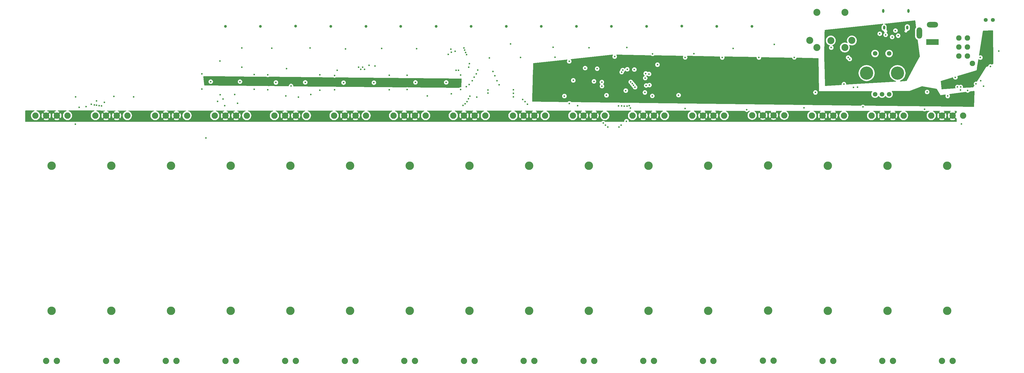
<source format=gbr>
%TF.GenerationSoftware,KiCad,Pcbnew,9.0.0*%
%TF.CreationDate,2025-04-26T10:59:41+02:00*%
%TF.ProjectId,Faderbay,46616465-7262-4617-992e-6b696361645f,rev?*%
%TF.SameCoordinates,Original*%
%TF.FileFunction,Copper,L3,Inr*%
%TF.FilePolarity,Positive*%
%FSLAX46Y46*%
G04 Gerber Fmt 4.6, Leading zero omitted, Abs format (unit mm)*
G04 Created by KiCad (PCBNEW 9.0.0) date 2025-04-26 10:59:41*
%MOMM*%
%LPD*%
G01*
G04 APERTURE LIST*
%TA.AperFunction,ComponentPad*%
%ADD10C,2.250000*%
%TD*%
%TA.AperFunction,ComponentPad*%
%ADD11C,3.000000*%
%TD*%
%TA.AperFunction,ComponentPad*%
%ADD12O,0.800000X1.400000*%
%TD*%
%TA.AperFunction,ComponentPad*%
%ADD13C,1.400000*%
%TD*%
%TA.AperFunction,WasherPad*%
%ADD14C,2.499360*%
%TD*%
%TA.AperFunction,ComponentPad*%
%ADD15C,2.499360*%
%TD*%
%TA.AperFunction,ComponentPad*%
%ADD16R,4.500000X2.000000*%
%TD*%
%TA.AperFunction,ComponentPad*%
%ADD17O,4.000000X2.000000*%
%TD*%
%TA.AperFunction,ComponentPad*%
%ADD18O,2.000000X4.000000*%
%TD*%
%TA.AperFunction,ComponentPad*%
%ADD19C,1.650000*%
%TD*%
%TA.AperFunction,ComponentPad*%
%ADD20C,4.708000*%
%TD*%
%TA.AperFunction,ComponentPad*%
%ADD21C,1.950000*%
%TD*%
%TA.AperFunction,ViaPad*%
%ADD22C,0.600000*%
%TD*%
%TA.AperFunction,ViaPad*%
%ADD23C,1.000000*%
%TD*%
G04 APERTURE END LIST*
D10*
%TO.N,VDDA*%
%TO.C,RV6*%
X-55150000Y26250000D03*
X-51350000Y26250000D03*
%TO.N,P5*%
X-58950000Y26250000D03*
X-47550000Y26250000D03*
%TO.N,GND*%
X-55150000Y-61250000D03*
X-51350000Y-61250000D03*
D11*
%TO.N,N/C*%
X-53250000Y8350000D03*
X-53250000Y-43350000D03*
%TD*%
D10*
%TO.N,VDDA*%
%TO.C,RV4*%
X-97650000Y26250000D03*
X-93850000Y26250000D03*
%TO.N,P3*%
X-101450000Y26250000D03*
X-90050000Y26250000D03*
%TO.N,GND*%
X-97650000Y-61250000D03*
X-93850000Y-61250000D03*
D11*
%TO.N,N/C*%
X-95750000Y8350000D03*
X-95750000Y-43350000D03*
%TD*%
D10*
%TO.N,VDDA*%
%TO.C,RV3*%
X-118900000Y26250000D03*
X-115100000Y26250000D03*
%TO.N,P2*%
X-122700000Y26250000D03*
X-111300000Y26250000D03*
%TO.N,GND*%
X-118900000Y-61250000D03*
X-115100000Y-61250000D03*
D11*
%TO.N,N/C*%
X-117000000Y8350000D03*
X-117000000Y-43350000D03*
%TD*%
D10*
%TO.N,VDDA*%
%TO.C,RV13*%
X93700000Y26350000D03*
X97500000Y26350000D03*
%TO.N,P12*%
X89900000Y26350000D03*
X101300000Y26350000D03*
%TO.N,GND*%
X93700000Y-61150000D03*
X97500000Y-61150000D03*
D11*
%TO.N,N/C*%
X95600000Y8450000D03*
X95600000Y-43250000D03*
%TD*%
D12*
%TO.N,GND*%
%TO.C,J2*%
X145500000Y63564000D03*
X145140000Y57614000D03*
X136880000Y57614000D03*
X136520000Y63564000D03*
%TD*%
D10*
%TO.N,VDDA*%
%TO.C,RV10*%
X29850000Y26250000D03*
X33650000Y26250000D03*
%TO.N,P9*%
X26050000Y26250000D03*
X37450000Y26250000D03*
%TO.N,GND*%
X29900000Y-61250000D03*
X33650000Y-61250000D03*
D11*
%TO.N,N/C*%
X31750000Y8350000D03*
X31750000Y-43350000D03*
%TD*%
D10*
%TO.N,VDDA*%
%TO.C,RV9*%
X8550000Y26250000D03*
X12350000Y26250000D03*
%TO.N,P8*%
X4750000Y26250000D03*
X16150000Y26250000D03*
%TO.N,GND*%
X8550000Y-61250000D03*
X12350000Y-61250000D03*
D11*
%TO.N,N/C*%
X10450000Y8350000D03*
X10450000Y-43350000D03*
%TD*%
D10*
%TO.N,VDDA*%
%TO.C,RV2*%
X-140150000Y26250000D03*
X-136350000Y26250000D03*
%TO.N,P1*%
X-143950000Y26250000D03*
X-132550000Y26250000D03*
%TO.N,GND*%
X-140150000Y-61250000D03*
X-136350000Y-61250000D03*
D11*
%TO.N,N/C*%
X-138250000Y8350000D03*
X-138250000Y-43350000D03*
%TD*%
D10*
%TO.N,VDDA*%
%TO.C,RV7*%
X-33950000Y26250000D03*
X-30150000Y26250000D03*
%TO.N,P6*%
X-37750000Y26250000D03*
X-26350000Y26250000D03*
%TO.N,GND*%
X-33950000Y-61250000D03*
X-30150000Y-61250000D03*
D11*
%TO.N,N/C*%
X-32050000Y8350000D03*
X-32050000Y-43350000D03*
%TD*%
D10*
%TO.N,VDDA*%
%TO.C,RV11*%
X51100000Y26250000D03*
X54900000Y26250000D03*
%TO.N,P10*%
X47300000Y26250000D03*
X58700000Y26250000D03*
%TO.N,GND*%
X51150000Y-61250000D03*
X54900000Y-61250000D03*
D11*
%TO.N,N/C*%
X53000000Y8350000D03*
X53000000Y-43350000D03*
%TD*%
D10*
%TO.N,VDDA*%
%TO.C,RV16*%
X157450000Y26250000D03*
X161250000Y26250000D03*
%TO.N,P15*%
X153650000Y26250000D03*
X165050000Y26250000D03*
%TO.N,GND*%
X157450000Y-61250000D03*
X161250000Y-61250000D03*
D11*
%TO.N,N/C*%
X159350000Y8350000D03*
X159350000Y-43350000D03*
%TD*%
D10*
%TO.N,VDDA*%
%TO.C,RV1*%
X-161450000Y26250000D03*
X-157650000Y26250000D03*
%TO.N,P0*%
X-165250000Y26250000D03*
X-153850000Y26250000D03*
%TO.N,GND*%
X-161450000Y-61250000D03*
X-157650000Y-61250000D03*
D11*
%TO.N,N/C*%
X-159550000Y8350000D03*
X-159550000Y-43350000D03*
%TD*%
D10*
%TO.N,VDDA*%
%TO.C,RV15*%
X136200000Y26250000D03*
X140000000Y26250000D03*
%TO.N,P14*%
X132400000Y26250000D03*
X143800000Y26250000D03*
%TO.N,GND*%
X136200000Y-61250000D03*
X140000000Y-61250000D03*
D11*
%TO.N,N/C*%
X138100000Y8350000D03*
X138100000Y-43350000D03*
%TD*%
D10*
%TO.N,VDDA*%
%TO.C,RV5*%
X-76400000Y26250000D03*
X-72600000Y26250000D03*
%TO.N,P4*%
X-80200000Y26250000D03*
X-68800000Y26250000D03*
%TO.N,GND*%
X-76400000Y-61250000D03*
X-72600000Y-61250000D03*
D11*
%TO.N,N/C*%
X-74500000Y8350000D03*
X-74500000Y-43350000D03*
%TD*%
D13*
%TO.N,GND*%
%TO.C,D1*%
X173024800Y60350400D03*
%TO.N,Net-(D1-A)*%
X175564800Y60350400D03*
%TD*%
D14*
%TO.N,*%
%TO.C,J14*%
X122901260Y63030100D03*
X112898740Y63030100D03*
D15*
%TO.N,unconnected-(J14-Pad1)*%
X110401920Y53035200D03*
%TO.N,GND*%
X117900000Y53032660D03*
%TO.N,unconnected-(J14-Pad3)*%
X125398080Y53035200D03*
%TO.N,MIDI_TRS_R*%
X112903820Y50533300D03*
%TO.N,MIDI_TRS_T*%
X122896180Y50533300D03*
%TD*%
D16*
%TO.N,Net-(S1-NO_1)*%
%TO.C,J1*%
X154100000Y52474000D03*
D17*
%TO.N,Net-(S1-NO_2)*%
X154100000Y58674000D03*
D18*
X149400000Y55674000D03*
%TD*%
D19*
%TO.N,ENC_CH1*%
%TO.C,SW3*%
X133644000Y33898000D03*
%TO.N,ENC_CH2*%
X138644000Y33898000D03*
%TO.N,GND*%
X136144000Y33898000D03*
%TO.N,unconnected-(SW3-DUMMY1-PadD1)*%
X133644000Y48398000D03*
%TO.N,unconnected-(SW3-DUMMY2-PadD2)*%
X138644000Y48398000D03*
D20*
%TO.N,GND*%
X130644000Y41398000D03*
X141644000Y41398000D03*
%TD*%
D10*
%TO.N,VDDA*%
%TO.C,RV14*%
X114950000Y26250000D03*
X118750000Y26250000D03*
%TO.N,P13*%
X111150000Y26250000D03*
X122550000Y26250000D03*
%TO.N,GND*%
X114950000Y-61250000D03*
X118750000Y-61250000D03*
D11*
%TO.N,N/C*%
X116850000Y8350000D03*
X116850000Y-43350000D03*
%TD*%
D21*
%TO.N,unconnected-(S1-NC_1-Pad1)*%
%TO.C,S1*%
X166500000Y53900000D03*
%TO.N,12V_In*%
X166500000Y50700000D03*
%TO.N,Net-(S1-NO_1)*%
X166500000Y47500000D03*
%TO.N,Net-(S1-NO_2)*%
X163500000Y47500000D03*
%TO.N,GND*%
X163500000Y50700000D03*
%TO.N,unconnected-(S1-NC_2-Pad6)*%
X163500000Y53900000D03*
%TO.N,GND*%
X168350000Y44900000D03*
%TD*%
D10*
%TO.N,VDDA*%
%TO.C,RV12*%
X72350000Y26250000D03*
X76150000Y26250000D03*
%TO.N,P11*%
X68550000Y26250000D03*
X79950000Y26250000D03*
%TO.N,GND*%
X72350000Y-61250000D03*
X76150000Y-61250000D03*
D11*
%TO.N,N/C*%
X74250000Y8350000D03*
X74250000Y-43350000D03*
%TD*%
D10*
%TO.N,VDDA*%
%TO.C,RV8*%
X-12700000Y26250000D03*
X-8900000Y26250000D03*
%TO.N,P7*%
X-16500000Y26250000D03*
X-5100000Y26250000D03*
%TO.N,GND*%
X-12700000Y-61250000D03*
X-8900000Y-61250000D03*
D11*
%TO.N,N/C*%
X-10800000Y8350000D03*
X-10800000Y-43350000D03*
%TD*%
D22*
%TO.N,+5V*%
X172262800Y36728400D03*
X141173200Y51765200D03*
X164084000Y35356800D03*
X117144800Y41706800D03*
%TO.N,P6*%
X-11074400Y32207200D03*
%TO.N,P5*%
X-7823200Y42468800D03*
X-74269600Y36830000D03*
X-71628000Y32806400D03*
%TO.N,P4*%
X-8331200Y41163000D03*
%TO.N,P2*%
X-93319600Y30632400D03*
X-9753600Y38658800D03*
%TO.N,P1*%
X-10820400Y37353000D03*
X-100431600Y31343600D03*
%TO.N,P3*%
X-9042400Y39928800D03*
X-97898997Y29761403D03*
%TO.N,P15*%
X8178800Y32004000D03*
X-10581386Y33157040D03*
X151282400Y28549600D03*
%TO.N,P0*%
X-98501200Y32156400D03*
X-11887200Y36525200D03*
%TO.N,P8*%
X-2359780Y41988620D03*
X-50190400Y43535600D03*
%TO.N,P9*%
X-49418000Y42773600D03*
X-1737600Y40474059D03*
%TO.N,P10*%
X-48768000Y43535600D03*
X-914400Y38658800D03*
%TO.N,P11*%
X46583600Y28916000D03*
X-152400Y37236400D03*
X-48056800Y42722800D03*
X66033000Y28767000D03*
%TO.N,P12*%
X-13004800Y29910800D03*
X87985600Y28346400D03*
X24841200Y30581600D03*
%TO.N,P13*%
X108349400Y29050600D03*
X-12293600Y30480000D03*
X9906000Y30327600D03*
%TO.N,P14*%
X9042400Y31191200D03*
X-11582400Y31242000D03*
X129336800Y29362400D03*
%TO.N,ENC_CH2*%
X127406400Y36372800D03*
X43434000Y41757600D03*
%TO.N,ENC_CH1*%
X43813281Y42461979D03*
X125984000Y36311600D03*
%TO.N,+3.3V*%
X62992000Y37338000D03*
X19812000Y45092900D03*
X27686000Y34086800D03*
X38608000Y43688000D03*
X39420800Y44551600D03*
X113233200Y38811200D03*
X-10972800Y43484800D03*
X-44399200Y43891200D03*
X-130302000Y32918400D03*
X134772400Y30427200D03*
X152196800Y32893000D03*
X137617200Y30429200D03*
X100533200Y38811200D03*
X41446000Y35255200D03*
X-99568000Y45720000D03*
X87579200Y38862000D03*
X49530000Y44551600D03*
X74422000Y38862000D03*
%TO.N,USB_VBUS*%
X141884400Y54729600D03*
X51816000Y39624000D03*
X139750800Y54272400D03*
%TO.N,Net-(J2-CC1)*%
X140919200Y56553998D03*
X135331200Y55440800D03*
%TO.N,Net-(R17-Pad2)*%
X-81076800Y50241200D03*
X-94284800Y33731200D03*
%TO.N,Net-(R18-Pad2)*%
X-91744800Y43484800D03*
X-67450200Y50342800D03*
%TO.N,Net-(R19-Pad2)*%
X-54864000Y50038000D03*
X-75895200Y43027600D03*
%TO.N,Net-(R20-Pad2)*%
X-42011600Y50190400D03*
X-76149200Y33274000D03*
%TO.N,Net-(R22-Pad2)*%
X-99466400Y33680400D03*
X-91744800Y50342800D03*
%TO.N,Net-(R53-Pad2)*%
X-11785600Y47955200D03*
X69138800Y48310800D03*
X-14693997Y42418000D03*
X-17170400Y34036000D03*
%TO.N,Net-(R52-Pad2)*%
X-25704800Y33223200D03*
X54457600Y48260000D03*
X-12095424Y48717200D03*
X-15494000Y42418000D03*
%TO.N,Net-(R51-Pad2)*%
X45313600Y50495200D03*
X-12700000Y50393600D03*
%TO.N,Net-(R54-Pad2)*%
X-12446000Y49631600D03*
X83159600Y50190400D03*
%TO.N,Net-(R35-Pad2)*%
X31800800Y50444400D03*
X-17221200Y48869600D03*
%TO.N,+12V*%
X163931600Y37592000D03*
X166624000Y35204400D03*
X-53670200Y38887400D03*
X-27852200Y39014400D03*
X173532800Y54356000D03*
X171043600Y45008800D03*
X157937200Y37410000D03*
X170586400Y40894000D03*
X-151079200Y23215600D03*
X-100965000Y39243000D03*
X-104546400Y18237200D03*
X-82092800Y36982400D03*
%TO.N,Net-(U2-FB)*%
X174752000Y43789600D03*
X171297600Y38709600D03*
%TO.N,Net-(R36-Pad2)*%
X-67259200Y33731200D03*
X-29565600Y50139600D03*
%TO.N,UART_TX*%
X51714400Y34493200D03*
X112420400Y34493200D03*
%TO.N,MIDI_TRS_T*%
X97790000Y51663600D03*
X118059200Y50495200D03*
%TO.N,Net-(U3-SW)*%
X164388800Y23266400D03*
X164134800Y36474400D03*
%TO.N,USB_D+*%
X52019200Y41262000D03*
X124642374Y46401226D03*
%TO.N,USB_D-*%
X53187600Y41087802D03*
X124074426Y46969174D03*
%TO.N,Net-(R37-Pad2)*%
X-57833380Y42390180D03*
X-17373600Y49936400D03*
%TO.N,Net-(R38-Pad2)*%
X-46454180Y44168180D03*
X-10769600Y44805600D03*
%TO.N,Net-(R39-Pad2)*%
X-15849600Y49174400D03*
X3860800Y51775600D03*
%TO.N,Net-(R40-Pad2)*%
X19050000Y50647600D03*
X-18328400Y48056800D03*
%TO.N,VDDA*%
X36423600Y36762000D03*
X27736800Y29768800D03*
X23063200Y33212800D03*
%TO.N,MUX_S1*%
X-4165600Y34290000D03*
X47194608Y37652368D03*
%TO.N,MUX_S3*%
X48209200Y36372800D03*
X4876800Y32918400D03*
%TO.N,ADC_BUFF*%
X-3606800Y46837600D03*
X24765000Y45593000D03*
%TO.N,GND*%
X-102870000Y38354000D03*
X-55575200Y37998400D03*
X19761200Y47091600D03*
X34711000Y42976800D03*
X56184800Y44399200D03*
X-87376000Y40894000D03*
X162255200Y39878000D03*
D23*
X64820800Y58115200D03*
D22*
X-19035800Y38100000D03*
X36372800Y38201600D03*
D23*
X14833600Y58064400D03*
D22*
X-44780200Y37998400D03*
X92303600Y46954000D03*
X63703200Y33528000D03*
X-149682200Y29184600D03*
X-140716000Y30937200D03*
X40944800Y47294800D03*
X66040000Y46990000D03*
X104902000Y47015400D03*
X-58750200Y40538400D03*
X-58750200Y35458400D03*
D23*
X-60147200Y58064400D03*
D22*
X-79658293Y38049775D03*
X-69215000Y38100000D03*
D23*
X-35204400Y58064400D03*
D22*
X-8128000Y32867600D03*
D23*
X39827200Y58064400D03*
D22*
X30429200Y43180000D03*
D23*
X-97637600Y58064400D03*
D22*
X171145200Y46939200D03*
X159512000Y33223200D03*
D23*
X-72644000Y58115200D03*
D22*
X163017200Y36460000D03*
X169621200Y37592000D03*
D23*
X27330400Y58064400D03*
D22*
X-150926800Y32918400D03*
X-64008000Y40767000D03*
X26212800Y38811200D03*
X-87364759Y35610237D03*
X122580400Y37495000D03*
D23*
X-22606000Y58064400D03*
D22*
X-92456000Y38354000D03*
X-39319200Y40665400D03*
X137414000Y55034400D03*
D23*
X-47599600Y58064400D03*
D22*
X177749200Y49276000D03*
X4927600Y35433000D03*
X-32904200Y40640000D03*
X152196800Y34671000D03*
X7416800Y47019000D03*
X-106045000Y35687000D03*
X-82550000Y35433000D03*
X-13905000Y35560000D03*
D23*
X-85140800Y58064400D03*
D22*
X-64008000Y35306000D03*
X-137363200Y33121600D03*
X-39319200Y35458400D03*
X-13905000Y40690800D03*
X-29983200Y38100000D03*
X-147269200Y29464000D03*
X79248000Y46954000D03*
D23*
X77317600Y58064400D03*
X-10160000Y58064400D03*
D22*
X-143510000Y31496000D03*
X-106045000Y41148000D03*
X33578800Y38455600D03*
X-82550000Y40767000D03*
D23*
X2387600Y58064400D03*
D22*
X-32904200Y35560000D03*
X38049200Y33477200D03*
D23*
X89814400Y58064400D03*
X52324000Y58064400D03*
D22*
%TO.N,MUX_S0*%
X46681855Y38266444D03*
X-4114800Y35407600D03*
%TO.N,MUX_S2*%
X4927600Y34188400D03*
X47701200Y37033200D03*
%TO.N,OLED_RESx*%
X44399200Y29616400D03*
X37642800Y22860000D03*
X43281600Y22860000D03*
X-142595600Y29768800D03*
%TO.N,SPI_SCK*%
X-144294467Y30078093D03*
X42367200Y29667200D03*
%TO.N,SWCLK*%
X47955200Y42672000D03*
X53340000Y37134800D03*
%TO.N,OLED_CSx*%
X36880800Y23571200D03*
X-141732000Y29667200D03*
X45161200Y24231600D03*
X46177200Y29768800D03*
%TO.N,NRST*%
X44907200Y35153600D03*
X54356000Y33274000D03*
%TO.N,SPI_MOSI*%
X43434000Y29667200D03*
X-145390680Y30277880D03*
%TO.N,SWO*%
X52171600Y36982400D03*
X45425167Y42765792D03*
%TO.N,OLED_DC*%
X42468800Y22148800D03*
X-143510000Y29921200D03*
X38506400Y22148800D03*
X45364400Y29616400D03*
%TD*%
%TA.AperFunction,Conductor*%
%TO.N,+12V*%
G36*
X-101218441Y40258995D02*
G01*
X-87665829Y40137834D01*
X-87619484Y40128399D01*
X-87609503Y40124264D01*
X-87609494Y40124261D01*
X-87454846Y40093500D01*
X-87454842Y40093500D01*
X-87297156Y40093500D01*
X-87142506Y40124262D01*
X-87136679Y40126030D01*
X-87136352Y40124954D01*
X-87096247Y40132742D01*
X-83023653Y40096333D01*
X-82956793Y40076050D01*
X-82955872Y40075441D01*
X-82929183Y40057608D01*
X-82929172Y40057602D01*
X-82783501Y39997264D01*
X-82783489Y39997261D01*
X-82628846Y39966500D01*
X-82628842Y39966500D01*
X-82471153Y39966500D01*
X-82316510Y39997261D01*
X-82316498Y39997264D01*
X-82170828Y40057602D01*
X-82170814Y40057610D01*
X-82156662Y40067066D01*
X-82089984Y40087942D01*
X-82086665Y40087957D01*
X-59247866Y39883778D01*
X-59181006Y39863495D01*
X-59180085Y39862886D01*
X-59129383Y39829008D01*
X-59129372Y39829002D01*
X-58983701Y39768664D01*
X-58983689Y39768661D01*
X-58829046Y39737900D01*
X-58829042Y39737900D01*
X-58671353Y39737900D01*
X-58516710Y39768661D01*
X-58516698Y39768664D01*
X-58371028Y39829002D01*
X-58371012Y39829011D01*
X-58333484Y39854086D01*
X-58266806Y39874963D01*
X-58263486Y39874978D01*
X-13677489Y39476380D01*
X-13610629Y39456097D01*
X-13565348Y39402886D01*
X-13554690Y39347620D01*
X-13665183Y36474787D01*
X-13687429Y36408557D01*
X-13741953Y36364865D01*
X-13811442Y36357587D01*
X-13813236Y36357929D01*
X-13826158Y36360500D01*
X-13983842Y36360500D01*
X-13983845Y36360500D01*
X-14061520Y36345048D01*
X-14138497Y36329737D01*
X-14284179Y36269394D01*
X-14392505Y36197012D01*
X-14459179Y36176136D01*
X-14462424Y36176121D01*
X-32675640Y36332938D01*
X-32698738Y36335313D01*
X-32812483Y36357939D01*
X-32825357Y36360500D01*
X-32825358Y36360500D01*
X-32983042Y36360500D01*
X-33090611Y36339102D01*
X-33115836Y36336728D01*
X-73346170Y36683114D01*
X-73413035Y36703375D01*
X-73458334Y36756571D01*
X-73469100Y36807109D01*
X-73469100Y36908846D01*
X-73499861Y37063489D01*
X-73499864Y37063501D01*
X-73560202Y37209172D01*
X-73560209Y37209185D01*
X-73647810Y37340288D01*
X-73647813Y37340292D01*
X-73759307Y37451786D01*
X-73759311Y37451789D01*
X-73890414Y37539390D01*
X-73890427Y37539397D01*
X-74036098Y37599735D01*
X-74036103Y37599737D01*
X-74097458Y37611941D01*
X-74190755Y37630500D01*
X-74190758Y37630500D01*
X-74348442Y37630500D01*
X-74348445Y37630500D01*
X-74426120Y37615048D01*
X-74503097Y37599737D01*
X-74648779Y37539394D01*
X-74779889Y37451789D01*
X-74891389Y37340289D01*
X-74978994Y37209179D01*
X-75039337Y37063497D01*
X-75056678Y36976317D01*
X-75070099Y36908846D01*
X-75070100Y36908844D01*
X-75070100Y36823029D01*
X-75089785Y36755990D01*
X-75142589Y36710235D01*
X-75195164Y36699034D01*
X-105046445Y36956056D01*
X-105113310Y36976317D01*
X-105158609Y37029513D01*
X-105168558Y37065838D01*
X-105325352Y38424721D01*
X-105326289Y38432844D01*
X-103670500Y38432844D01*
X-103670500Y38275155D01*
X-103670499Y38275153D01*
X-103639737Y38120503D01*
X-103639735Y38120498D01*
X-103579397Y37974827D01*
X-103579390Y37974814D01*
X-103491789Y37843711D01*
X-103491786Y37843707D01*
X-103380292Y37732213D01*
X-103380288Y37732210D01*
X-103249185Y37644609D01*
X-103249172Y37644602D01*
X-103103501Y37584264D01*
X-103103489Y37584261D01*
X-102948846Y37553500D01*
X-102948842Y37553500D01*
X-102791153Y37553500D01*
X-102636510Y37584261D01*
X-102636498Y37584264D01*
X-102490827Y37644602D01*
X-102490814Y37644609D01*
X-102359711Y37732210D01*
X-102359707Y37732213D01*
X-102248213Y37843707D01*
X-102248210Y37843711D01*
X-102160609Y37974814D01*
X-102160602Y37974827D01*
X-102100264Y38120498D01*
X-102100261Y38120510D01*
X-102069500Y38275153D01*
X-102069500Y38432844D01*
X-93256500Y38432844D01*
X-93256500Y38275155D01*
X-93256499Y38275153D01*
X-93225737Y38120503D01*
X-93225735Y38120498D01*
X-93165397Y37974827D01*
X-93165390Y37974814D01*
X-93077789Y37843711D01*
X-93077786Y37843707D01*
X-92966292Y37732213D01*
X-92966288Y37732210D01*
X-92835185Y37644609D01*
X-92835172Y37644602D01*
X-92689501Y37584264D01*
X-92689489Y37584261D01*
X-92534846Y37553500D01*
X-92534842Y37553500D01*
X-92377153Y37553500D01*
X-92222510Y37584261D01*
X-92222498Y37584264D01*
X-92076827Y37644602D01*
X-92076814Y37644609D01*
X-91945711Y37732210D01*
X-91945707Y37732213D01*
X-91834213Y37843707D01*
X-91834210Y37843711D01*
X-91746609Y37974814D01*
X-91746602Y37974827D01*
X-91686264Y38120498D01*
X-91686261Y38120510D01*
X-91684648Y38128619D01*
X-80458793Y38128619D01*
X-80458793Y37970930D01*
X-80458792Y37970928D01*
X-80428030Y37816278D01*
X-80428028Y37816273D01*
X-80367690Y37670602D01*
X-80367683Y37670589D01*
X-80280082Y37539486D01*
X-80280079Y37539482D01*
X-80168585Y37427988D01*
X-80168581Y37427985D01*
X-80037478Y37340384D01*
X-80037465Y37340377D01*
X-79891794Y37280039D01*
X-79891782Y37280036D01*
X-79737139Y37249275D01*
X-79737135Y37249275D01*
X-79579446Y37249275D01*
X-79424803Y37280036D01*
X-79424791Y37280039D01*
X-79279120Y37340377D01*
X-79279107Y37340384D01*
X-79148004Y37427985D01*
X-79148000Y37427988D01*
X-79036506Y37539482D01*
X-79036503Y37539486D01*
X-78948902Y37670589D01*
X-78948895Y37670602D01*
X-78888557Y37816273D01*
X-78888554Y37816285D01*
X-78857793Y37970928D01*
X-78857793Y38128618D01*
X-78864183Y38160741D01*
X-78864183Y38160743D01*
X-78867784Y38178844D01*
X-70015500Y38178844D01*
X-70015500Y38021155D01*
X-70015499Y38021153D01*
X-69984737Y37866503D01*
X-69984735Y37866498D01*
X-69924397Y37720827D01*
X-69924390Y37720814D01*
X-69836789Y37589711D01*
X-69836786Y37589707D01*
X-69725292Y37478213D01*
X-69725288Y37478210D01*
X-69594185Y37390609D01*
X-69594172Y37390602D01*
X-69448501Y37330264D01*
X-69448489Y37330261D01*
X-69293846Y37299500D01*
X-69293842Y37299500D01*
X-69136153Y37299500D01*
X-68981510Y37330261D01*
X-68981498Y37330264D01*
X-68835827Y37390602D01*
X-68835814Y37390609D01*
X-68704711Y37478210D01*
X-68704707Y37478213D01*
X-68593213Y37589707D01*
X-68593210Y37589711D01*
X-68505609Y37720814D01*
X-68505602Y37720827D01*
X-68445264Y37866498D01*
X-68445261Y37866510D01*
X-68414500Y38021153D01*
X-68414500Y38077244D01*
X-56375700Y38077244D01*
X-56375700Y37919555D01*
X-56375699Y37919553D01*
X-56344937Y37764903D01*
X-56344935Y37764898D01*
X-56284597Y37619227D01*
X-56284590Y37619214D01*
X-56196989Y37488111D01*
X-56196986Y37488107D01*
X-56085492Y37376613D01*
X-56085488Y37376610D01*
X-55954385Y37289009D01*
X-55954372Y37289002D01*
X-55808701Y37228664D01*
X-55808689Y37228661D01*
X-55654046Y37197900D01*
X-55654042Y37197900D01*
X-55496353Y37197900D01*
X-55341710Y37228661D01*
X-55341698Y37228664D01*
X-55196027Y37289002D01*
X-55196014Y37289009D01*
X-55064911Y37376610D01*
X-55064907Y37376613D01*
X-54953413Y37488107D01*
X-54953410Y37488111D01*
X-54865809Y37619214D01*
X-54865802Y37619227D01*
X-54805464Y37764898D01*
X-54805461Y37764910D01*
X-54774700Y37919553D01*
X-54774700Y38077244D01*
X-45580700Y38077244D01*
X-45580700Y37919555D01*
X-45580699Y37919553D01*
X-45549937Y37764903D01*
X-45549935Y37764898D01*
X-45489597Y37619227D01*
X-45489590Y37619214D01*
X-45401989Y37488111D01*
X-45401986Y37488107D01*
X-45290492Y37376613D01*
X-45290488Y37376610D01*
X-45159385Y37289009D01*
X-45159372Y37289002D01*
X-45013701Y37228664D01*
X-45013689Y37228661D01*
X-44859046Y37197900D01*
X-44859042Y37197900D01*
X-44701353Y37197900D01*
X-44546710Y37228661D01*
X-44546698Y37228664D01*
X-44401027Y37289002D01*
X-44401014Y37289009D01*
X-44269911Y37376610D01*
X-44269907Y37376613D01*
X-44158413Y37488107D01*
X-44158410Y37488111D01*
X-44070809Y37619214D01*
X-44070802Y37619227D01*
X-44010464Y37764898D01*
X-44010461Y37764910D01*
X-43979700Y37919553D01*
X-43979700Y38077244D01*
X-43979699Y38077244D01*
X-43996309Y38160742D01*
X-43996309Y38160743D01*
X-43999910Y38178844D01*
X-30783700Y38178844D01*
X-30783700Y38021155D01*
X-30783699Y38021153D01*
X-30752937Y37866503D01*
X-30752935Y37866498D01*
X-30692597Y37720827D01*
X-30692590Y37720814D01*
X-30604989Y37589711D01*
X-30604986Y37589707D01*
X-30493492Y37478213D01*
X-30493488Y37478210D01*
X-30362385Y37390609D01*
X-30362372Y37390602D01*
X-30216701Y37330264D01*
X-30216689Y37330261D01*
X-30062046Y37299500D01*
X-30062042Y37299500D01*
X-29904353Y37299500D01*
X-29749710Y37330261D01*
X-29749698Y37330264D01*
X-29604027Y37390602D01*
X-29604014Y37390609D01*
X-29472911Y37478210D01*
X-29472907Y37478213D01*
X-29361413Y37589707D01*
X-29361410Y37589711D01*
X-29273809Y37720814D01*
X-29273802Y37720827D01*
X-29213464Y37866498D01*
X-29213461Y37866510D01*
X-29182700Y38021153D01*
X-29182700Y38178844D01*
X-19836300Y38178844D01*
X-19836300Y38021155D01*
X-19836299Y38021153D01*
X-19805537Y37866503D01*
X-19805535Y37866498D01*
X-19745197Y37720827D01*
X-19745190Y37720814D01*
X-19657589Y37589711D01*
X-19657586Y37589707D01*
X-19546092Y37478213D01*
X-19546088Y37478210D01*
X-19414985Y37390609D01*
X-19414972Y37390602D01*
X-19269301Y37330264D01*
X-19269289Y37330261D01*
X-19114646Y37299500D01*
X-19114642Y37299500D01*
X-18956953Y37299500D01*
X-18802310Y37330261D01*
X-18802298Y37330264D01*
X-18656627Y37390602D01*
X-18656614Y37390609D01*
X-18525511Y37478210D01*
X-18525507Y37478213D01*
X-18414013Y37589707D01*
X-18414010Y37589711D01*
X-18326409Y37720814D01*
X-18326402Y37720827D01*
X-18266064Y37866498D01*
X-18266061Y37866510D01*
X-18235300Y38021153D01*
X-18235300Y38178846D01*
X-18266061Y38333489D01*
X-18266064Y38333501D01*
X-18326402Y38479172D01*
X-18326409Y38479185D01*
X-18414010Y38610288D01*
X-18414013Y38610292D01*
X-18525507Y38721786D01*
X-18525511Y38721789D01*
X-18656614Y38809390D01*
X-18656627Y38809397D01*
X-18802298Y38869735D01*
X-18802303Y38869737D01*
X-18863658Y38881941D01*
X-18956955Y38900500D01*
X-18956958Y38900500D01*
X-19114642Y38900500D01*
X-19114645Y38900500D01*
X-19192320Y38885048D01*
X-19269297Y38869737D01*
X-19414979Y38809394D01*
X-19546089Y38721789D01*
X-19657589Y38610289D01*
X-19745194Y38479179D01*
X-19805537Y38333497D01*
X-19825748Y38231889D01*
X-19836299Y38178846D01*
X-19836300Y38178844D01*
X-29182700Y38178844D01*
X-29182700Y38178846D01*
X-29213461Y38333489D01*
X-29213464Y38333501D01*
X-29273802Y38479172D01*
X-29273809Y38479185D01*
X-29361410Y38610288D01*
X-29361413Y38610292D01*
X-29472907Y38721786D01*
X-29472911Y38721789D01*
X-29604014Y38809390D01*
X-29604027Y38809397D01*
X-29749698Y38869735D01*
X-29749703Y38869737D01*
X-29811058Y38881941D01*
X-29904355Y38900500D01*
X-29904358Y38900500D01*
X-30062042Y38900500D01*
X-30062045Y38900500D01*
X-30139720Y38885048D01*
X-30216697Y38869737D01*
X-30362379Y38809394D01*
X-30493489Y38721789D01*
X-30604989Y38610289D01*
X-30692594Y38479179D01*
X-30752937Y38333497D01*
X-30773148Y38231889D01*
X-30783699Y38178846D01*
X-30783700Y38178844D01*
X-43999910Y38178844D01*
X-44010461Y38231889D01*
X-44010464Y38231901D01*
X-44070802Y38377572D01*
X-44070809Y38377585D01*
X-44158410Y38508688D01*
X-44158413Y38508692D01*
X-44269907Y38620186D01*
X-44269911Y38620189D01*
X-44401014Y38707790D01*
X-44401027Y38707797D01*
X-44546698Y38768135D01*
X-44546703Y38768137D01*
X-44608058Y38780341D01*
X-44701355Y38798900D01*
X-44701358Y38798900D01*
X-44859042Y38798900D01*
X-44859045Y38798900D01*
X-44936720Y38783448D01*
X-45013697Y38768137D01*
X-45159379Y38707794D01*
X-45290489Y38620189D01*
X-45401989Y38508689D01*
X-45489594Y38377579D01*
X-45549937Y38231897D01*
X-45580699Y38077246D01*
X-45580700Y38077244D01*
X-54774700Y38077244D01*
X-54774700Y38077246D01*
X-54805461Y38231889D01*
X-54805464Y38231901D01*
X-54865802Y38377572D01*
X-54865809Y38377585D01*
X-54953410Y38508688D01*
X-54953413Y38508692D01*
X-55064907Y38620186D01*
X-55064911Y38620189D01*
X-55196014Y38707790D01*
X-55196027Y38707797D01*
X-55341698Y38768135D01*
X-55341703Y38768137D01*
X-55403058Y38780341D01*
X-55496355Y38798900D01*
X-55496358Y38798900D01*
X-55654042Y38798900D01*
X-55654045Y38798900D01*
X-55731720Y38783448D01*
X-55808697Y38768137D01*
X-55954379Y38707794D01*
X-56085489Y38620189D01*
X-56196989Y38508689D01*
X-56284594Y38377579D01*
X-56344937Y38231897D01*
X-56375699Y38077246D01*
X-56375700Y38077244D01*
X-68414500Y38077244D01*
X-68414500Y38178846D01*
X-68445261Y38333489D01*
X-68445264Y38333501D01*
X-68505602Y38479172D01*
X-68505609Y38479185D01*
X-68593210Y38610288D01*
X-68593213Y38610292D01*
X-68704707Y38721786D01*
X-68704711Y38721789D01*
X-68835814Y38809390D01*
X-68835827Y38809397D01*
X-68981498Y38869735D01*
X-68981503Y38869737D01*
X-69042858Y38881941D01*
X-69136155Y38900500D01*
X-69136158Y38900500D01*
X-69293842Y38900500D01*
X-69293845Y38900500D01*
X-69371520Y38885048D01*
X-69448497Y38869737D01*
X-69594179Y38809394D01*
X-69725289Y38721789D01*
X-69836789Y38610289D01*
X-69924394Y38479179D01*
X-69984737Y38333497D01*
X-70004948Y38231889D01*
X-70015499Y38178846D01*
X-70015500Y38178844D01*
X-78867784Y38178844D01*
X-78888554Y38283264D01*
X-78888557Y38283276D01*
X-78948895Y38428947D01*
X-78948902Y38428960D01*
X-79036503Y38560063D01*
X-79036506Y38560067D01*
X-79148000Y38671561D01*
X-79148004Y38671564D01*
X-79279107Y38759165D01*
X-79279120Y38759172D01*
X-79424791Y38819510D01*
X-79424796Y38819512D01*
X-79486151Y38831716D01*
X-79579448Y38850275D01*
X-79579451Y38850275D01*
X-79737135Y38850275D01*
X-79737138Y38850275D01*
X-79814813Y38834823D01*
X-79891790Y38819512D01*
X-80037472Y38759169D01*
X-80168582Y38671564D01*
X-80280082Y38560064D01*
X-80367687Y38428954D01*
X-80428030Y38283272D01*
X-80452403Y38160742D01*
X-80458792Y38128621D01*
X-80458793Y38128619D01*
X-91684648Y38128619D01*
X-91678625Y38158900D01*
X-91678625Y38158901D01*
X-91655500Y38275155D01*
X-91655500Y38432846D01*
X-91686261Y38587489D01*
X-91686264Y38587501D01*
X-91746602Y38733172D01*
X-91746609Y38733185D01*
X-91834210Y38864288D01*
X-91834213Y38864292D01*
X-91945707Y38975786D01*
X-91945711Y38975789D01*
X-92076814Y39063390D01*
X-92076827Y39063397D01*
X-92222498Y39123735D01*
X-92222503Y39123737D01*
X-92283858Y39135941D01*
X-92377155Y39154500D01*
X-92377158Y39154500D01*
X-92534842Y39154500D01*
X-92534845Y39154500D01*
X-92612520Y39139048D01*
X-92689497Y39123737D01*
X-92835179Y39063394D01*
X-92966289Y38975789D01*
X-93077789Y38864289D01*
X-93165394Y38733179D01*
X-93165396Y38733172D01*
X-93165397Y38733172D01*
X-93175909Y38707794D01*
X-93225737Y38587497D01*
X-93247283Y38479179D01*
X-93256499Y38432846D01*
X-93256500Y38432844D01*
X-102069500Y38432844D01*
X-102069500Y38432846D01*
X-102100261Y38587489D01*
X-102100264Y38587501D01*
X-102160602Y38733172D01*
X-102160609Y38733185D01*
X-102248210Y38864288D01*
X-102248213Y38864292D01*
X-102359707Y38975786D01*
X-102359711Y38975789D01*
X-102490814Y39063390D01*
X-102490827Y39063397D01*
X-102636498Y39123735D01*
X-102636503Y39123737D01*
X-102697858Y39135941D01*
X-102791155Y39154500D01*
X-102791158Y39154500D01*
X-102948842Y39154500D01*
X-102948845Y39154500D01*
X-103026520Y39139048D01*
X-103103497Y39123737D01*
X-103249179Y39063394D01*
X-103380289Y38975789D01*
X-103491789Y38864289D01*
X-103579394Y38733179D01*
X-103579396Y38733172D01*
X-103579397Y38733172D01*
X-103589909Y38707794D01*
X-103639737Y38587497D01*
X-103661283Y38479179D01*
X-103670499Y38432846D01*
X-103670500Y38432844D01*
X-105326289Y38432844D01*
X-105521052Y40120787D01*
X-105509181Y40189641D01*
X-105461970Y40241146D01*
X-105397869Y40259000D01*
X-101219550Y40259000D01*
X-101218441Y40258995D01*
G37*
%TD.AperFunction*%
%TD*%
%TA.AperFunction,Conductor*%
%TO.N,VDDA*%
G36*
X-165704712Y28065772D02*
G01*
X-165637680Y28046062D01*
X-165591945Y27993240D01*
X-165582028Y27924078D01*
X-165611077Y27860533D01*
X-165666442Y27823841D01*
X-165873236Y27756650D01*
X-165873975Y27756410D01*
X-166101947Y27640252D01*
X-166308942Y27489862D01*
X-166489862Y27308942D01*
X-166640252Y27101947D01*
X-166756410Y26873975D01*
X-166835474Y26630639D01*
X-166875500Y26377930D01*
X-166875500Y26122070D01*
X-166835474Y25869361D01*
X-166835473Y25869359D01*
X-166756411Y25626027D01*
X-166756410Y25626024D01*
X-166743150Y25600000D01*
X-166640252Y25398053D01*
X-166635420Y25391402D01*
X-166489867Y25191064D01*
X-166489863Y25191059D01*
X-166308940Y25010136D01*
X-166308935Y25010132D01*
X-166102535Y24860175D01*
X-166101947Y24859748D01*
X-166070235Y24843590D01*
X-165873975Y24743589D01*
X-165873972Y24743588D01*
X-165630640Y24664526D01*
X-165504284Y24644513D01*
X-165377930Y24624500D01*
X-165377929Y24624500D01*
X-165122071Y24624500D01*
X-165122070Y24624500D01*
X-165037833Y24637842D01*
X-164869359Y24664526D01*
X-164626027Y24743588D01*
X-164626024Y24743589D01*
X-164398049Y24859750D01*
X-164191064Y25010132D01*
X-164191059Y25010136D01*
X-164128405Y25072791D01*
X-164010136Y25191059D01*
X-164010132Y25191064D01*
X-163859750Y25398049D01*
X-163743589Y25626024D01*
X-163743588Y25626027D01*
X-163664526Y25869359D01*
X-163624500Y26122070D01*
X-163624500Y26377929D01*
X-163638888Y26468767D01*
X-163660506Y26605258D01*
X-163664526Y26630640D01*
X-163743588Y26873972D01*
X-163743589Y26873975D01*
X-163822533Y27028910D01*
X-163859748Y27101947D01*
X-163859750Y27101950D01*
X-164010132Y27308935D01*
X-164010136Y27308940D01*
X-164191059Y27489863D01*
X-164191064Y27489867D01*
X-164398049Y27640249D01*
X-164398053Y27640252D01*
X-164564315Y27724967D01*
X-164626024Y27756410D01*
X-164626027Y27756411D01*
X-164832484Y27823492D01*
X-164890159Y27862929D01*
X-164917358Y27927288D01*
X-164905444Y27996134D01*
X-164858200Y28047610D01*
X-164794119Y28065423D01*
X-161907572Y28064318D01*
X-161840540Y28044608D01*
X-161794805Y27991786D01*
X-161784888Y27922624D01*
X-161813937Y27859079D01*
X-161869301Y27822387D01*
X-162073781Y27755948D01*
X-162073784Y27755947D01*
X-162301685Y27639825D01*
X-162408595Y27562148D01*
X-162408596Y27562148D01*
X-161774025Y26927578D01*
X-161805258Y26914641D01*
X-161928097Y26832563D01*
X-162032563Y26728097D01*
X-162114641Y26605258D01*
X-162127578Y26574025D01*
X-162762148Y27208596D01*
X-162762148Y27208595D01*
X-162839825Y27101685D01*
X-162955947Y26873784D01*
X-162955948Y26873781D01*
X-163034986Y26630523D01*
X-163075000Y26377889D01*
X-163075000Y26122110D01*
X-163034986Y25869476D01*
X-162955948Y25626218D01*
X-162955947Y25626215D01*
X-162839824Y25398313D01*
X-162762148Y25291403D01*
X-162762148Y25291402D01*
X-162127577Y25925973D01*
X-162114641Y25894742D01*
X-162032563Y25771903D01*
X-161928097Y25667437D01*
X-161805258Y25585359D01*
X-161774024Y25572421D01*
X-162408596Y24937850D01*
X-162301686Y24860175D01*
X-162073784Y24744052D01*
X-162073781Y24744051D01*
X-161830523Y24665013D01*
X-161577889Y24625000D01*
X-161322111Y24625000D01*
X-161069476Y24665013D01*
X-160826218Y24744051D01*
X-160826215Y24744052D01*
X-160598310Y24860177D01*
X-160491403Y24937849D01*
X-160491402Y24937850D01*
X-161125975Y25572421D01*
X-161094742Y25585359D01*
X-160971903Y25667437D01*
X-160867437Y25771903D01*
X-160785359Y25894742D01*
X-160772421Y25925974D01*
X-160137850Y25291402D01*
X-160137849Y25291403D01*
X-160060177Y25398310D01*
X-159944052Y25626215D01*
X-159944051Y25626218D01*
X-159865013Y25869476D01*
X-159825000Y26122110D01*
X-159825000Y26377889D01*
X-159865013Y26630523D01*
X-159944051Y26873781D01*
X-159944052Y26873784D01*
X-160060175Y27101686D01*
X-160137850Y27208595D01*
X-160137850Y27208596D01*
X-160772421Y26574024D01*
X-160785359Y26605258D01*
X-160867437Y26728097D01*
X-160971903Y26832563D01*
X-161094742Y26914641D01*
X-161125974Y26927577D01*
X-160491402Y27562148D01*
X-160598313Y27639824D01*
X-160826215Y27755947D01*
X-160826218Y27755948D01*
X-161029618Y27822036D01*
X-161087293Y27861473D01*
X-161114492Y27925832D01*
X-161102578Y27994678D01*
X-161055334Y28046154D01*
X-160991252Y28063967D01*
X-158112045Y28062864D01*
X-158045014Y28043154D01*
X-157999279Y27990332D01*
X-157989362Y27921170D01*
X-158018411Y27857625D01*
X-158073776Y27820933D01*
X-158273778Y27755949D01*
X-158273784Y27755947D01*
X-158501685Y27639825D01*
X-158608595Y27562148D01*
X-158608596Y27562148D01*
X-157974025Y26927578D01*
X-158005258Y26914641D01*
X-158128097Y26832563D01*
X-158232563Y26728097D01*
X-158314641Y26605258D01*
X-158327577Y26574025D01*
X-158962148Y27208596D01*
X-158962148Y27208595D01*
X-159039825Y27101685D01*
X-159155947Y26873784D01*
X-159155948Y26873781D01*
X-159234986Y26630523D01*
X-159275000Y26377889D01*
X-159275000Y26122110D01*
X-159234986Y25869476D01*
X-159155948Y25626218D01*
X-159155947Y25626215D01*
X-159039824Y25398313D01*
X-158962148Y25291403D01*
X-158962148Y25291402D01*
X-158327577Y25925973D01*
X-158314641Y25894742D01*
X-158232563Y25771903D01*
X-158128097Y25667437D01*
X-158005258Y25585359D01*
X-157974024Y25572421D01*
X-158608596Y24937850D01*
X-158501686Y24860175D01*
X-158273784Y24744052D01*
X-158273781Y24744051D01*
X-158030523Y24665013D01*
X-157777889Y24625000D01*
X-157522111Y24625000D01*
X-157269476Y24665013D01*
X-157026218Y24744051D01*
X-157026215Y24744052D01*
X-156798310Y24860177D01*
X-156691403Y24937849D01*
X-156691402Y24937850D01*
X-157325975Y25572421D01*
X-157294742Y25585359D01*
X-157171903Y25667437D01*
X-157067437Y25771903D01*
X-156985359Y25894742D01*
X-156972421Y25925974D01*
X-156337850Y25291402D01*
X-156337849Y25291403D01*
X-156260177Y25398310D01*
X-156144052Y25626215D01*
X-156144051Y25626218D01*
X-156065013Y25869476D01*
X-156025000Y26122110D01*
X-156025000Y26377889D01*
X-156065013Y26630523D01*
X-156144051Y26873781D01*
X-156144052Y26873784D01*
X-156260175Y27101686D01*
X-156337850Y27208595D01*
X-156337850Y27208596D01*
X-156972421Y26574024D01*
X-156985359Y26605258D01*
X-157067437Y26728097D01*
X-157171903Y26832563D01*
X-157294742Y26914641D01*
X-157325974Y26927577D01*
X-156691402Y27562148D01*
X-156798313Y27639824D01*
X-157026215Y27755947D01*
X-157026218Y27755948D01*
X-157225133Y27820579D01*
X-157282808Y27860016D01*
X-157310007Y27924375D01*
X-157298093Y27993221D01*
X-157250848Y28044697D01*
X-157186767Y28062510D01*
X-154318133Y28061411D01*
X-154251102Y28041701D01*
X-154205367Y27988879D01*
X-154195450Y27919717D01*
X-154224499Y27856172D01*
X-154279864Y27819480D01*
X-154473236Y27756650D01*
X-154473975Y27756410D01*
X-154701947Y27640252D01*
X-154908942Y27489862D01*
X-155089862Y27308942D01*
X-155240252Y27101947D01*
X-155356410Y26873975D01*
X-155435474Y26630639D01*
X-155475500Y26377930D01*
X-155475500Y26122070D01*
X-155435474Y25869361D01*
X-155435473Y25869359D01*
X-155356411Y25626027D01*
X-155356410Y25626024D01*
X-155343150Y25600000D01*
X-155240252Y25398053D01*
X-155235420Y25391402D01*
X-155089867Y25191064D01*
X-155089863Y25191059D01*
X-154908940Y25010136D01*
X-154908935Y25010132D01*
X-154702535Y24860175D01*
X-154701947Y24859748D01*
X-154670235Y24843590D01*
X-154473975Y24743589D01*
X-154473972Y24743588D01*
X-154230640Y24664526D01*
X-154104284Y24644513D01*
X-153977930Y24624500D01*
X-153977929Y24624500D01*
X-153722071Y24624500D01*
X-153722070Y24624500D01*
X-153637833Y24637842D01*
X-153469359Y24664526D01*
X-153226027Y24743588D01*
X-153226024Y24743589D01*
X-152998049Y24859750D01*
X-152791064Y25010132D01*
X-152791059Y25010136D01*
X-152610136Y25191059D01*
X-152610132Y25191064D01*
X-152459750Y25398049D01*
X-152343589Y25626024D01*
X-152343588Y25626027D01*
X-152264526Y25869359D01*
X-152224500Y26122070D01*
X-152224500Y26377929D01*
X-152238888Y26468767D01*
X-152260506Y26605258D01*
X-152264526Y26630640D01*
X-152343588Y26873972D01*
X-152343589Y26873975D01*
X-152422533Y27028910D01*
X-152459748Y27101947D01*
X-152459750Y27101950D01*
X-152610132Y27308935D01*
X-152610136Y27308940D01*
X-152791059Y27489863D01*
X-152791064Y27489867D01*
X-152998049Y27640249D01*
X-152998053Y27640252D01*
X-153164315Y27724967D01*
X-153226024Y27756410D01*
X-153226027Y27756411D01*
X-153419031Y27819121D01*
X-153476706Y27858558D01*
X-153503905Y27922917D01*
X-153491991Y27991763D01*
X-153444747Y28043239D01*
X-153380666Y28061052D01*
X-144429790Y28057624D01*
X-144362758Y28037914D01*
X-144317023Y27985092D01*
X-144307106Y27915930D01*
X-144336155Y27852385D01*
X-144391518Y27815693D01*
X-144573975Y27756410D01*
X-144801947Y27640252D01*
X-145008942Y27489862D01*
X-145189862Y27308942D01*
X-145340252Y27101947D01*
X-145456410Y26873975D01*
X-145535474Y26630639D01*
X-145575500Y26377930D01*
X-145575500Y26122070D01*
X-145535474Y25869361D01*
X-145535473Y25869359D01*
X-145456411Y25626027D01*
X-145456410Y25626024D01*
X-145443150Y25600000D01*
X-145340252Y25398053D01*
X-145335420Y25391402D01*
X-145189867Y25191064D01*
X-145189863Y25191059D01*
X-145008940Y25010136D01*
X-145008935Y25010132D01*
X-144802535Y24860175D01*
X-144801947Y24859748D01*
X-144770235Y24843590D01*
X-144573975Y24743589D01*
X-144573972Y24743588D01*
X-144330640Y24664526D01*
X-144204284Y24644513D01*
X-144077930Y24624500D01*
X-144077929Y24624500D01*
X-143822071Y24624500D01*
X-143822070Y24624500D01*
X-143737833Y24637842D01*
X-143569359Y24664526D01*
X-143326027Y24743588D01*
X-143326024Y24743589D01*
X-143098049Y24859750D01*
X-142891064Y25010132D01*
X-142891059Y25010136D01*
X-142828405Y25072791D01*
X-142710136Y25191059D01*
X-142710132Y25191064D01*
X-142559750Y25398049D01*
X-142443589Y25626024D01*
X-142443588Y25626027D01*
X-142364526Y25869359D01*
X-142324500Y26122070D01*
X-142324500Y26377929D01*
X-142338888Y26468767D01*
X-142360506Y26605258D01*
X-142364526Y26630640D01*
X-142443588Y26873972D01*
X-142443589Y26873975D01*
X-142522533Y27028910D01*
X-142559748Y27101947D01*
X-142559750Y27101950D01*
X-142710132Y27308935D01*
X-142710136Y27308940D01*
X-142891059Y27489863D01*
X-142891064Y27489867D01*
X-143098049Y27640249D01*
X-143098053Y27640252D01*
X-143264315Y27724967D01*
X-143326024Y27756410D01*
X-143326027Y27756411D01*
X-143507347Y27815325D01*
X-143565022Y27854762D01*
X-143592221Y27919121D01*
X-143580307Y27987967D01*
X-143533063Y28039443D01*
X-143468981Y28057256D01*
X-140632649Y28056169D01*
X-140565618Y28036459D01*
X-140519883Y27983637D01*
X-140509966Y27914475D01*
X-140539015Y27850930D01*
X-140594380Y27814238D01*
X-140773778Y27755949D01*
X-140773784Y27755947D01*
X-141001685Y27639825D01*
X-141108595Y27562148D01*
X-141108596Y27562148D01*
X-140474025Y26927578D01*
X-140505258Y26914641D01*
X-140628097Y26832563D01*
X-140732563Y26728097D01*
X-140814641Y26605258D01*
X-140827578Y26574025D01*
X-141462148Y27208596D01*
X-141462148Y27208595D01*
X-141539825Y27101685D01*
X-141655947Y26873784D01*
X-141655948Y26873781D01*
X-141734986Y26630523D01*
X-141775000Y26377889D01*
X-141775000Y26122110D01*
X-141734986Y25869476D01*
X-141655948Y25626218D01*
X-141655947Y25626215D01*
X-141539824Y25398313D01*
X-141462148Y25291403D01*
X-141462148Y25291402D01*
X-140827577Y25925973D01*
X-140814641Y25894742D01*
X-140732563Y25771903D01*
X-140628097Y25667437D01*
X-140505258Y25585359D01*
X-140474024Y25572421D01*
X-141108596Y24937850D01*
X-141001686Y24860175D01*
X-140773784Y24744052D01*
X-140773781Y24744051D01*
X-140530523Y24665013D01*
X-140277889Y24625000D01*
X-140022111Y24625000D01*
X-139769476Y24665013D01*
X-139526218Y24744051D01*
X-139526215Y24744052D01*
X-139298310Y24860177D01*
X-139191403Y24937849D01*
X-139191402Y24937850D01*
X-139825975Y25572421D01*
X-139794742Y25585359D01*
X-139671903Y25667437D01*
X-139567437Y25771903D01*
X-139485359Y25894742D01*
X-139472421Y25925974D01*
X-138837850Y25291402D01*
X-138837849Y25291403D01*
X-138760177Y25398310D01*
X-138644052Y25626215D01*
X-138644051Y25626218D01*
X-138565013Y25869476D01*
X-138525000Y26122110D01*
X-138525000Y26377889D01*
X-138565013Y26630523D01*
X-138644051Y26873781D01*
X-138644052Y26873784D01*
X-138760175Y27101686D01*
X-138837850Y27208595D01*
X-138837850Y27208596D01*
X-139472421Y26574024D01*
X-139485359Y26605258D01*
X-139567437Y26728097D01*
X-139671903Y26832563D01*
X-139794742Y26914641D01*
X-139825974Y26927577D01*
X-139191402Y27562148D01*
X-139298313Y27639824D01*
X-139526215Y27755947D01*
X-139526218Y27755948D01*
X-139704480Y27813868D01*
X-139762155Y27853305D01*
X-139789354Y27917664D01*
X-139777440Y27986510D01*
X-139730196Y28037986D01*
X-139666115Y28055799D01*
X-136837124Y28054716D01*
X-136770092Y28035006D01*
X-136724357Y27982184D01*
X-136714440Y27913022D01*
X-136743489Y27849477D01*
X-136798853Y27812785D01*
X-136973781Y27755948D01*
X-136973784Y27755947D01*
X-137201685Y27639825D01*
X-137308595Y27562148D01*
X-137308596Y27562148D01*
X-136674025Y26927578D01*
X-136705258Y26914641D01*
X-136828097Y26832563D01*
X-136932563Y26728097D01*
X-137014641Y26605258D01*
X-137027578Y26574025D01*
X-137662148Y27208596D01*
X-137662148Y27208595D01*
X-137739825Y27101685D01*
X-137855947Y26873784D01*
X-137855948Y26873781D01*
X-137934986Y26630523D01*
X-137975000Y26377889D01*
X-137975000Y26122110D01*
X-137934986Y25869476D01*
X-137855948Y25626218D01*
X-137855947Y25626215D01*
X-137739824Y25398313D01*
X-137662148Y25291403D01*
X-137662148Y25291402D01*
X-137027577Y25925973D01*
X-137014641Y25894742D01*
X-136932563Y25771903D01*
X-136828097Y25667437D01*
X-136705258Y25585359D01*
X-136674024Y25572421D01*
X-137308596Y24937850D01*
X-137201686Y24860175D01*
X-136973784Y24744052D01*
X-136973781Y24744051D01*
X-136730523Y24665013D01*
X-136477889Y24625000D01*
X-136222111Y24625000D01*
X-135969476Y24665013D01*
X-135726218Y24744051D01*
X-135726215Y24744052D01*
X-135498310Y24860177D01*
X-135391403Y24937849D01*
X-135391402Y24937850D01*
X-136025975Y25572421D01*
X-135994742Y25585359D01*
X-135871903Y25667437D01*
X-135767437Y25771903D01*
X-135685359Y25894742D01*
X-135672421Y25925974D01*
X-135037850Y25291402D01*
X-135037849Y25291403D01*
X-134960177Y25398310D01*
X-134844052Y25626215D01*
X-134844051Y25626218D01*
X-134765013Y25869476D01*
X-134725000Y26122110D01*
X-134725000Y26377889D01*
X-134765013Y26630523D01*
X-134844051Y26873781D01*
X-134844052Y26873784D01*
X-134960175Y27101686D01*
X-135037850Y27208595D01*
X-135037850Y27208596D01*
X-135672421Y26574024D01*
X-135685359Y26605258D01*
X-135767437Y26728097D01*
X-135871903Y26832563D01*
X-135994742Y26914641D01*
X-136025974Y26927577D01*
X-135391402Y27562148D01*
X-135498313Y27639824D01*
X-135726215Y27755947D01*
X-135726218Y27755948D01*
X-135899996Y27812411D01*
X-135957671Y27851848D01*
X-135984870Y27916207D01*
X-135972956Y27985053D01*
X-135925712Y28036529D01*
X-135861631Y28054342D01*
X-133043212Y28053263D01*
X-132976180Y28033553D01*
X-132930445Y27980731D01*
X-132920528Y27911569D01*
X-132949577Y27848024D01*
X-133004940Y27811332D01*
X-133025488Y27804656D01*
X-133101793Y27779863D01*
X-133173975Y27756410D01*
X-133401947Y27640252D01*
X-133608942Y27489862D01*
X-133789862Y27308942D01*
X-133940252Y27101947D01*
X-134056410Y26873975D01*
X-134135474Y26630639D01*
X-134175500Y26377930D01*
X-134175500Y26122070D01*
X-134135474Y25869361D01*
X-134135473Y25869359D01*
X-134056411Y25626027D01*
X-134056410Y25626024D01*
X-134043150Y25600000D01*
X-133940252Y25398053D01*
X-133935420Y25391402D01*
X-133789867Y25191064D01*
X-133789863Y25191059D01*
X-133608940Y25010136D01*
X-133608935Y25010132D01*
X-133402535Y24860175D01*
X-133401947Y24859748D01*
X-133370235Y24843590D01*
X-133173975Y24743589D01*
X-133173972Y24743588D01*
X-132930640Y24664526D01*
X-132804284Y24644513D01*
X-132677930Y24624500D01*
X-132677929Y24624500D01*
X-132422071Y24624500D01*
X-132422070Y24624500D01*
X-132337833Y24637842D01*
X-132169359Y24664526D01*
X-131926027Y24743588D01*
X-131926024Y24743589D01*
X-131698049Y24859750D01*
X-131491064Y25010132D01*
X-131491059Y25010136D01*
X-131310136Y25191059D01*
X-131310132Y25191064D01*
X-131159750Y25398049D01*
X-131043589Y25626024D01*
X-131043588Y25626027D01*
X-130964526Y25869359D01*
X-130924500Y26122070D01*
X-130924500Y26377929D01*
X-130938888Y26468767D01*
X-130960506Y26605258D01*
X-130964526Y26630640D01*
X-131043588Y26873972D01*
X-131043589Y26873975D01*
X-131122533Y27028910D01*
X-131159748Y27101947D01*
X-131159750Y27101950D01*
X-131310132Y27308935D01*
X-131310136Y27308940D01*
X-131491059Y27489863D01*
X-131491064Y27489867D01*
X-131698049Y27640249D01*
X-131698053Y27640252D01*
X-131864315Y27724967D01*
X-131926024Y27756410D01*
X-131926030Y27756412D01*
X-132051192Y27797079D01*
X-132093893Y27810953D01*
X-132151569Y27850390D01*
X-132178768Y27914748D01*
X-132166854Y27983595D01*
X-132119610Y28035071D01*
X-132055529Y28052884D01*
X-123204809Y28049495D01*
X-123137777Y28029785D01*
X-123092042Y27976963D01*
X-123082125Y27907801D01*
X-123111174Y27844256D01*
X-123166538Y27807564D01*
X-123273097Y27772941D01*
X-123323975Y27756410D01*
X-123551947Y27640252D01*
X-123758942Y27489862D01*
X-123939862Y27308942D01*
X-124090252Y27101947D01*
X-124206410Y26873975D01*
X-124285474Y26630639D01*
X-124325500Y26377930D01*
X-124325500Y26122070D01*
X-124285474Y25869361D01*
X-124285473Y25869359D01*
X-124206411Y25626027D01*
X-124206410Y25626024D01*
X-124193150Y25600000D01*
X-124090252Y25398053D01*
X-124085420Y25391402D01*
X-123939867Y25191064D01*
X-123939863Y25191059D01*
X-123758940Y25010136D01*
X-123758935Y25010132D01*
X-123552535Y24860175D01*
X-123551947Y24859748D01*
X-123520235Y24843590D01*
X-123323975Y24743589D01*
X-123323972Y24743588D01*
X-123080640Y24664526D01*
X-122954284Y24644513D01*
X-122827930Y24624500D01*
X-122827929Y24624500D01*
X-122572071Y24624500D01*
X-122572070Y24624500D01*
X-122487833Y24637842D01*
X-122319359Y24664526D01*
X-122076027Y24743588D01*
X-122076024Y24743589D01*
X-121848049Y24859750D01*
X-121641064Y25010132D01*
X-121641059Y25010136D01*
X-121578405Y25072791D01*
X-121460136Y25191059D01*
X-121460132Y25191064D01*
X-121309750Y25398049D01*
X-121193589Y25626024D01*
X-121193588Y25626027D01*
X-121114526Y25869359D01*
X-121074500Y26122070D01*
X-121074500Y26377929D01*
X-121088888Y26468767D01*
X-121110506Y26605258D01*
X-121114526Y26630640D01*
X-121193588Y26873972D01*
X-121193589Y26873975D01*
X-121272533Y27028910D01*
X-121309748Y27101947D01*
X-121309750Y27101950D01*
X-121460132Y27308935D01*
X-121460136Y27308940D01*
X-121641059Y27489863D01*
X-121641064Y27489867D01*
X-121848049Y27640249D01*
X-121848053Y27640252D01*
X-122014315Y27724967D01*
X-122076024Y27756410D01*
X-122076030Y27756412D01*
X-122232268Y27807176D01*
X-122289944Y27846613D01*
X-122317143Y27910971D01*
X-122305229Y27979818D01*
X-122257985Y28031294D01*
X-122193904Y28049107D01*
X-119407669Y28048040D01*
X-119340637Y28028330D01*
X-119294902Y27975508D01*
X-119284985Y27906346D01*
X-119314034Y27842801D01*
X-119369399Y27806109D01*
X-119523778Y27755949D01*
X-119523784Y27755947D01*
X-119751685Y27639825D01*
X-119858595Y27562148D01*
X-119858596Y27562148D01*
X-119224025Y26927578D01*
X-119255258Y26914641D01*
X-119378097Y26832563D01*
X-119482563Y26728097D01*
X-119564641Y26605258D01*
X-119577577Y26574025D01*
X-120212148Y27208596D01*
X-120212148Y27208595D01*
X-120289825Y27101685D01*
X-120405947Y26873784D01*
X-120405948Y26873781D01*
X-120484986Y26630523D01*
X-120525000Y26377889D01*
X-120525000Y26122110D01*
X-120484986Y25869476D01*
X-120405948Y25626218D01*
X-120405947Y25626215D01*
X-120289824Y25398313D01*
X-120212148Y25291403D01*
X-120212148Y25291402D01*
X-119577577Y25925973D01*
X-119564641Y25894742D01*
X-119482563Y25771903D01*
X-119378097Y25667437D01*
X-119255258Y25585359D01*
X-119224024Y25572421D01*
X-119858596Y24937850D01*
X-119751686Y24860175D01*
X-119523784Y24744052D01*
X-119523781Y24744051D01*
X-119280523Y24665013D01*
X-119027889Y24625000D01*
X-118772111Y24625000D01*
X-118519476Y24665013D01*
X-118276218Y24744051D01*
X-118276215Y24744052D01*
X-118048310Y24860177D01*
X-117941403Y24937849D01*
X-117941402Y24937850D01*
X-118575975Y25572421D01*
X-118544742Y25585359D01*
X-118421903Y25667437D01*
X-118317437Y25771903D01*
X-118235359Y25894742D01*
X-118222421Y25925974D01*
X-117587850Y25291402D01*
X-117587849Y25291403D01*
X-117510177Y25398310D01*
X-117394052Y25626215D01*
X-117394051Y25626218D01*
X-117315013Y25869476D01*
X-117275000Y26122110D01*
X-117275000Y26377889D01*
X-117315013Y26630523D01*
X-117394051Y26873781D01*
X-117394052Y26873784D01*
X-117510175Y27101686D01*
X-117587850Y27208595D01*
X-117587850Y27208596D01*
X-118222421Y26574024D01*
X-118235359Y26605258D01*
X-118317437Y26728097D01*
X-118421903Y26832563D01*
X-118544742Y26914641D01*
X-118575974Y26927577D01*
X-117941402Y27562148D01*
X-118048313Y27639824D01*
X-118276215Y27755947D01*
X-118276218Y27755948D01*
X-118429402Y27805720D01*
X-118487077Y27845157D01*
X-118514276Y27909516D01*
X-118502362Y27978362D01*
X-118455118Y28029838D01*
X-118391037Y28047651D01*
X-115612143Y28046587D01*
X-115545111Y28026877D01*
X-115499376Y27974055D01*
X-115489459Y27904893D01*
X-115518508Y27841348D01*
X-115573872Y27804656D01*
X-115723781Y27755948D01*
X-115723784Y27755947D01*
X-115951685Y27639825D01*
X-116058595Y27562148D01*
X-116058596Y27562148D01*
X-115424025Y26927578D01*
X-115455258Y26914641D01*
X-115578097Y26832563D01*
X-115682563Y26728097D01*
X-115764641Y26605258D01*
X-115777577Y26574025D01*
X-116412148Y27208596D01*
X-116412148Y27208595D01*
X-116489825Y27101685D01*
X-116605947Y26873784D01*
X-116605948Y26873781D01*
X-116684986Y26630523D01*
X-116725000Y26377889D01*
X-116725000Y26122110D01*
X-116684986Y25869476D01*
X-116605948Y25626218D01*
X-116605947Y25626215D01*
X-116489824Y25398313D01*
X-116412148Y25291403D01*
X-116412148Y25291402D01*
X-115777577Y25925973D01*
X-115764641Y25894742D01*
X-115682563Y25771903D01*
X-115578097Y25667437D01*
X-115455258Y25585359D01*
X-115424024Y25572421D01*
X-116058596Y24937850D01*
X-115951686Y24860175D01*
X-115723784Y24744052D01*
X-115723781Y24744051D01*
X-115480523Y24665013D01*
X-115227889Y24625000D01*
X-114972111Y24625000D01*
X-114719476Y24665013D01*
X-114476218Y24744051D01*
X-114476215Y24744052D01*
X-114248310Y24860177D01*
X-114141403Y24937849D01*
X-114141402Y24937850D01*
X-114775975Y25572421D01*
X-114744742Y25585359D01*
X-114621903Y25667437D01*
X-114517437Y25771903D01*
X-114435359Y25894742D01*
X-114422421Y25925974D01*
X-113787850Y25291402D01*
X-113787849Y25291403D01*
X-113710177Y25398310D01*
X-113594052Y25626215D01*
X-113594051Y25626218D01*
X-113515013Y25869476D01*
X-113475000Y26122110D01*
X-113475000Y26377889D01*
X-113515013Y26630523D01*
X-113594051Y26873781D01*
X-113594052Y26873784D01*
X-113710175Y27101686D01*
X-113787850Y27208595D01*
X-113787850Y27208596D01*
X-114422421Y26574024D01*
X-114435359Y26605258D01*
X-114517437Y26728097D01*
X-114621903Y26832563D01*
X-114744742Y26914641D01*
X-114775974Y26927577D01*
X-114141402Y27562148D01*
X-114248313Y27639824D01*
X-114476215Y27755947D01*
X-114476218Y27755948D01*
X-114624918Y27804263D01*
X-114682593Y27843700D01*
X-114709792Y27908059D01*
X-114697878Y27976905D01*
X-114650634Y28028381D01*
X-114586553Y28046194D01*
X-111818231Y28045134D01*
X-111751199Y28025424D01*
X-111705464Y27972602D01*
X-111695547Y27903440D01*
X-111724596Y27839895D01*
X-111779960Y27803203D01*
X-111903727Y27762989D01*
X-111923975Y27756410D01*
X-112151947Y27640252D01*
X-112358942Y27489862D01*
X-112539862Y27308942D01*
X-112690252Y27101947D01*
X-112806410Y26873975D01*
X-112885474Y26630639D01*
X-112925500Y26377930D01*
X-112925500Y26122070D01*
X-112885474Y25869361D01*
X-112885473Y25869359D01*
X-112806411Y25626027D01*
X-112806410Y25626024D01*
X-112793150Y25600000D01*
X-112690252Y25398053D01*
X-112685420Y25391402D01*
X-112539867Y25191064D01*
X-112539863Y25191059D01*
X-112358940Y25010136D01*
X-112358935Y25010132D01*
X-112152535Y24860175D01*
X-112151947Y24859748D01*
X-112120235Y24843590D01*
X-111923975Y24743589D01*
X-111923972Y24743588D01*
X-111680640Y24664526D01*
X-111554284Y24644513D01*
X-111427930Y24624500D01*
X-111427929Y24624500D01*
X-111172071Y24624500D01*
X-111172070Y24624500D01*
X-111087833Y24637842D01*
X-110919359Y24664526D01*
X-110676027Y24743588D01*
X-110676024Y24743589D01*
X-110448049Y24859750D01*
X-110241064Y25010132D01*
X-110241059Y25010136D01*
X-110060136Y25191059D01*
X-110060132Y25191064D01*
X-109909750Y25398049D01*
X-109793589Y25626024D01*
X-109793588Y25626027D01*
X-109714526Y25869359D01*
X-109674500Y26122070D01*
X-109674500Y26377929D01*
X-109688888Y26468767D01*
X-109710506Y26605258D01*
X-109714526Y26630640D01*
X-109793588Y26873972D01*
X-109793589Y26873975D01*
X-109872533Y27028910D01*
X-109909748Y27101947D01*
X-109909750Y27101950D01*
X-110060132Y27308935D01*
X-110060136Y27308940D01*
X-110241059Y27489863D01*
X-110241064Y27489867D01*
X-110448049Y27640249D01*
X-110448053Y27640252D01*
X-110614315Y27724967D01*
X-110676024Y27756410D01*
X-110676027Y27756411D01*
X-110818815Y27802805D01*
X-110876490Y27842242D01*
X-110903689Y27906601D01*
X-110891775Y27975447D01*
X-110844531Y28026923D01*
X-110780450Y28044736D01*
X-101979828Y28041365D01*
X-101912796Y28021655D01*
X-101867061Y27968833D01*
X-101857144Y27899671D01*
X-101886193Y27836126D01*
X-101941556Y27799435D01*
X-102048162Y27764797D01*
X-102070703Y27757473D01*
X-102073975Y27756410D01*
X-102301947Y27640252D01*
X-102508942Y27489862D01*
X-102689862Y27308942D01*
X-102840252Y27101947D01*
X-102956410Y26873975D01*
X-103035474Y26630639D01*
X-103075500Y26377930D01*
X-103075500Y26122070D01*
X-103035474Y25869361D01*
X-103035473Y25869359D01*
X-102956411Y25626027D01*
X-102956410Y25626024D01*
X-102943150Y25600000D01*
X-102840252Y25398053D01*
X-102835420Y25391402D01*
X-102689867Y25191064D01*
X-102689863Y25191059D01*
X-102508940Y25010136D01*
X-102508935Y25010132D01*
X-102302535Y24860175D01*
X-102301947Y24859748D01*
X-102270235Y24843590D01*
X-102073975Y24743589D01*
X-102073972Y24743588D01*
X-101830640Y24664526D01*
X-101704284Y24644513D01*
X-101577930Y24624500D01*
X-101577929Y24624500D01*
X-101322071Y24624500D01*
X-101322070Y24624500D01*
X-101237833Y24637842D01*
X-101069359Y24664526D01*
X-100826027Y24743588D01*
X-100826024Y24743589D01*
X-100598049Y24859750D01*
X-100391064Y25010132D01*
X-100391059Y25010136D01*
X-100328405Y25072791D01*
X-100210136Y25191059D01*
X-100210132Y25191064D01*
X-100059750Y25398049D01*
X-99943589Y25626024D01*
X-99943588Y25626027D01*
X-99864526Y25869359D01*
X-99824500Y26122070D01*
X-99824500Y26377929D01*
X-99838888Y26468767D01*
X-99860506Y26605258D01*
X-99864526Y26630640D01*
X-99943588Y26873972D01*
X-99943589Y26873975D01*
X-100022533Y27028910D01*
X-100059748Y27101947D01*
X-100059750Y27101950D01*
X-100210132Y27308935D01*
X-100210136Y27308940D01*
X-100391059Y27489863D01*
X-100391064Y27489867D01*
X-100598049Y27640249D01*
X-100598053Y27640252D01*
X-100764315Y27724967D01*
X-100826024Y27756410D01*
X-100826027Y27756411D01*
X-100944203Y27794808D01*
X-100957191Y27799028D01*
X-101014866Y27838465D01*
X-101042065Y27902823D01*
X-101030151Y27971670D01*
X-100982907Y28023146D01*
X-100918826Y28040959D01*
X-98182688Y28039911D01*
X-98115656Y28020201D01*
X-98069921Y27967379D01*
X-98060004Y27898217D01*
X-98089053Y27834672D01*
X-98144418Y27797980D01*
X-98273778Y27755949D01*
X-98273784Y27755947D01*
X-98501685Y27639825D01*
X-98608595Y27562148D01*
X-98608596Y27562148D01*
X-97974025Y26927578D01*
X-98005258Y26914641D01*
X-98128097Y26832563D01*
X-98232563Y26728097D01*
X-98314641Y26605258D01*
X-98327578Y26574025D01*
X-98962148Y27208596D01*
X-98962148Y27208595D01*
X-99039825Y27101685D01*
X-99155947Y26873784D01*
X-99155948Y26873781D01*
X-99234986Y26630523D01*
X-99275000Y26377889D01*
X-99275000Y26122110D01*
X-99234986Y25869476D01*
X-99155948Y25626218D01*
X-99155947Y25626215D01*
X-99039824Y25398313D01*
X-98962148Y25291403D01*
X-98962148Y25291402D01*
X-98327577Y25925973D01*
X-98314641Y25894742D01*
X-98232563Y25771903D01*
X-98128097Y25667437D01*
X-98005258Y25585359D01*
X-97974024Y25572421D01*
X-98608596Y24937850D01*
X-98501686Y24860175D01*
X-98273784Y24744052D01*
X-98273781Y24744051D01*
X-98030523Y24665013D01*
X-97777889Y24625000D01*
X-97522111Y24625000D01*
X-97269476Y24665013D01*
X-97026218Y24744051D01*
X-97026215Y24744052D01*
X-96798310Y24860177D01*
X-96691403Y24937849D01*
X-96691402Y24937850D01*
X-97325975Y25572421D01*
X-97294742Y25585359D01*
X-97171903Y25667437D01*
X-97067437Y25771903D01*
X-96985359Y25894742D01*
X-96972421Y25925974D01*
X-96337850Y25291402D01*
X-96337849Y25291403D01*
X-96260177Y25398310D01*
X-96144052Y25626215D01*
X-96144051Y25626218D01*
X-96065013Y25869476D01*
X-96025000Y26122110D01*
X-96025000Y26377889D01*
X-96065013Y26630523D01*
X-96144051Y26873781D01*
X-96144052Y26873784D01*
X-96260175Y27101686D01*
X-96337850Y27208595D01*
X-96337850Y27208596D01*
X-96972421Y26574024D01*
X-96985359Y26605258D01*
X-97067437Y26728097D01*
X-97171903Y26832563D01*
X-97294742Y26914641D01*
X-97325974Y26927577D01*
X-96691402Y27562148D01*
X-96798313Y27639824D01*
X-97026215Y27755947D01*
X-97026218Y27755948D01*
X-97154324Y27797572D01*
X-97211999Y27837009D01*
X-97239198Y27901368D01*
X-97227283Y27970214D01*
X-97180039Y28021690D01*
X-97115958Y28039503D01*
X-94387161Y28038457D01*
X-94320130Y28018747D01*
X-94274395Y27965925D01*
X-94264478Y27896763D01*
X-94293527Y27833218D01*
X-94348892Y27796526D01*
X-94473778Y27755949D01*
X-94473784Y27755947D01*
X-94701685Y27639825D01*
X-94808595Y27562148D01*
X-94808596Y27562148D01*
X-94174025Y26927578D01*
X-94205258Y26914641D01*
X-94328097Y26832563D01*
X-94432563Y26728097D01*
X-94514641Y26605258D01*
X-94527577Y26574025D01*
X-95162148Y27208596D01*
X-95162148Y27208595D01*
X-95239825Y27101685D01*
X-95355947Y26873784D01*
X-95355948Y26873781D01*
X-95434986Y26630523D01*
X-95475000Y26377889D01*
X-95475000Y26122110D01*
X-95434986Y25869476D01*
X-95355948Y25626218D01*
X-95355947Y25626215D01*
X-95239824Y25398313D01*
X-95162148Y25291403D01*
X-95162148Y25291402D01*
X-94527577Y25925973D01*
X-94514641Y25894742D01*
X-94432563Y25771903D01*
X-94328097Y25667437D01*
X-94205258Y25585359D01*
X-94174024Y25572421D01*
X-94808596Y24937850D01*
X-94701686Y24860175D01*
X-94473784Y24744052D01*
X-94473781Y24744051D01*
X-94230523Y24665013D01*
X-93977889Y24625000D01*
X-93722111Y24625000D01*
X-93469476Y24665013D01*
X-93226218Y24744051D01*
X-93226215Y24744052D01*
X-92998310Y24860177D01*
X-92891403Y24937849D01*
X-92891402Y24937850D01*
X-93525975Y25572421D01*
X-93494742Y25585359D01*
X-93371903Y25667437D01*
X-93267437Y25771903D01*
X-93185359Y25894742D01*
X-93172421Y25925974D01*
X-92537850Y25291402D01*
X-92537849Y25291403D01*
X-92460177Y25398310D01*
X-92344052Y25626215D01*
X-92344051Y25626218D01*
X-92265013Y25869476D01*
X-92225000Y26122110D01*
X-92225000Y26377889D01*
X-92265013Y26630523D01*
X-92344051Y26873781D01*
X-92344052Y26873784D01*
X-92460175Y27101686D01*
X-92537850Y27208595D01*
X-92537850Y27208596D01*
X-93172421Y26574024D01*
X-93185359Y26605258D01*
X-93267437Y26728097D01*
X-93371903Y26832563D01*
X-93494742Y26914641D01*
X-93525974Y26927577D01*
X-92891402Y27562148D01*
X-92998313Y27639824D01*
X-93226215Y27755947D01*
X-93226221Y27755949D01*
X-93349839Y27796114D01*
X-93407515Y27835551D01*
X-93434714Y27899909D01*
X-93422800Y27968755D01*
X-93375556Y28020232D01*
X-93311475Y28038045D01*
X-90593250Y28037004D01*
X-90526218Y28017294D01*
X-90480483Y27964472D01*
X-90470566Y27895310D01*
X-90499615Y27831765D01*
X-90554978Y27795073D01*
X-90648162Y27764797D01*
X-90670703Y27757473D01*
X-90673975Y27756410D01*
X-90901947Y27640252D01*
X-91108942Y27489862D01*
X-91289862Y27308942D01*
X-91440252Y27101947D01*
X-91556410Y26873975D01*
X-91635474Y26630639D01*
X-91675500Y26377930D01*
X-91675500Y26122070D01*
X-91635474Y25869361D01*
X-91635473Y25869359D01*
X-91556411Y25626027D01*
X-91556410Y25626024D01*
X-91543150Y25600000D01*
X-91440252Y25398053D01*
X-91435420Y25391402D01*
X-91289867Y25191064D01*
X-91289863Y25191059D01*
X-91108940Y25010136D01*
X-91108935Y25010132D01*
X-90902535Y24860175D01*
X-90901947Y24859748D01*
X-90870235Y24843590D01*
X-90673975Y24743589D01*
X-90673972Y24743588D01*
X-90430640Y24664526D01*
X-90304284Y24644513D01*
X-90177930Y24624500D01*
X-90177929Y24624500D01*
X-89922071Y24624500D01*
X-89922070Y24624500D01*
X-89837833Y24637842D01*
X-89669359Y24664526D01*
X-89426027Y24743588D01*
X-89426024Y24743589D01*
X-89198049Y24859750D01*
X-88991064Y25010132D01*
X-88991059Y25010136D01*
X-88810136Y25191059D01*
X-88810132Y25191064D01*
X-88659750Y25398049D01*
X-88543589Y25626024D01*
X-88543588Y25626027D01*
X-88464526Y25869359D01*
X-88424500Y26122070D01*
X-88424500Y26377929D01*
X-88438888Y26468767D01*
X-88460506Y26605258D01*
X-88464526Y26630640D01*
X-88543588Y26873972D01*
X-88543589Y26873975D01*
X-88622533Y27028910D01*
X-88659748Y27101947D01*
X-88659750Y27101950D01*
X-88810132Y27308935D01*
X-88810136Y27308940D01*
X-88991059Y27489863D01*
X-88991064Y27489867D01*
X-89198049Y27640249D01*
X-89198053Y27640252D01*
X-89364315Y27724967D01*
X-89426024Y27756410D01*
X-89426027Y27756411D01*
X-89543737Y27794657D01*
X-89601412Y27834094D01*
X-89628611Y27898453D01*
X-89616697Y27967299D01*
X-89569453Y28018775D01*
X-89505372Y28036588D01*
X-80754847Y28033236D01*
X-80687815Y28013526D01*
X-80642080Y27960704D01*
X-80632163Y27891542D01*
X-80661212Y27827997D01*
X-80716575Y27791305D01*
X-80798162Y27764797D01*
X-80820703Y27757473D01*
X-80823975Y27756410D01*
X-81051947Y27640252D01*
X-81258942Y27489862D01*
X-81439862Y27308942D01*
X-81590252Y27101947D01*
X-81706410Y26873975D01*
X-81785474Y26630639D01*
X-81825500Y26377930D01*
X-81825500Y26122070D01*
X-81785474Y25869361D01*
X-81785473Y25869359D01*
X-81706411Y25626027D01*
X-81706410Y25626024D01*
X-81693150Y25600000D01*
X-81590252Y25398053D01*
X-81585420Y25391402D01*
X-81439867Y25191064D01*
X-81439863Y25191059D01*
X-81258940Y25010136D01*
X-81258935Y25010132D01*
X-81052535Y24860175D01*
X-81051947Y24859748D01*
X-81020235Y24843590D01*
X-80823975Y24743589D01*
X-80823972Y24743588D01*
X-80580640Y24664526D01*
X-80454284Y24644513D01*
X-80327930Y24624500D01*
X-80327929Y24624500D01*
X-80072071Y24624500D01*
X-80072070Y24624500D01*
X-79987833Y24637842D01*
X-79819359Y24664526D01*
X-79576027Y24743588D01*
X-79576024Y24743589D01*
X-79348049Y24859750D01*
X-79141064Y25010132D01*
X-79141059Y25010136D01*
X-79078405Y25072791D01*
X-78960136Y25191059D01*
X-78960132Y25191064D01*
X-78809750Y25398049D01*
X-78693589Y25626024D01*
X-78693588Y25626027D01*
X-78614526Y25869359D01*
X-78574500Y26122070D01*
X-78574500Y26377929D01*
X-78588888Y26468767D01*
X-78610506Y26605258D01*
X-78614526Y26630640D01*
X-78693588Y26873972D01*
X-78693589Y26873975D01*
X-78772533Y27028910D01*
X-78809748Y27101947D01*
X-78809750Y27101950D01*
X-78960132Y27308935D01*
X-78960136Y27308940D01*
X-79141059Y27489863D01*
X-79141064Y27489867D01*
X-79348049Y27640249D01*
X-79348053Y27640252D01*
X-79514315Y27724967D01*
X-79576024Y27756410D01*
X-79576027Y27756411D01*
X-79682113Y27790880D01*
X-79739788Y27830317D01*
X-79766987Y27894676D01*
X-79755073Y27963522D01*
X-79707829Y28014998D01*
X-79643747Y28032811D01*
X-76957706Y28031782D01*
X-76890675Y28012072D01*
X-76844940Y27959250D01*
X-76835023Y27890088D01*
X-76864072Y27826543D01*
X-76919437Y27789851D01*
X-77023778Y27755949D01*
X-77023784Y27755947D01*
X-77251685Y27639825D01*
X-77358595Y27562148D01*
X-77358596Y27562148D01*
X-76724025Y26927578D01*
X-76755258Y26914641D01*
X-76878097Y26832563D01*
X-76982563Y26728097D01*
X-77064641Y26605258D01*
X-77077578Y26574025D01*
X-77712148Y27208596D01*
X-77712148Y27208595D01*
X-77789825Y27101685D01*
X-77905947Y26873784D01*
X-77905948Y26873781D01*
X-77984986Y26630523D01*
X-78025000Y26377889D01*
X-78025000Y26122110D01*
X-77984986Y25869476D01*
X-77905948Y25626218D01*
X-77905947Y25626215D01*
X-77789824Y25398313D01*
X-77712148Y25291403D01*
X-77712148Y25291402D01*
X-77077577Y25925973D01*
X-77064641Y25894742D01*
X-76982563Y25771903D01*
X-76878097Y25667437D01*
X-76755258Y25585359D01*
X-76724024Y25572421D01*
X-77358596Y24937850D01*
X-77251686Y24860175D01*
X-77023784Y24744052D01*
X-77023781Y24744051D01*
X-76780523Y24665013D01*
X-76527889Y24625000D01*
X-76272111Y24625000D01*
X-76019476Y24665013D01*
X-75776218Y24744051D01*
X-75776215Y24744052D01*
X-75548310Y24860177D01*
X-75441403Y24937849D01*
X-75441402Y24937850D01*
X-76075975Y25572421D01*
X-76044742Y25585359D01*
X-75921903Y25667437D01*
X-75817437Y25771903D01*
X-75735359Y25894742D01*
X-75722421Y25925974D01*
X-75087850Y25291402D01*
X-75087849Y25291403D01*
X-75010177Y25398310D01*
X-74894052Y25626215D01*
X-74894051Y25626218D01*
X-74815013Y25869476D01*
X-74775000Y26122110D01*
X-74775000Y26377889D01*
X-74815013Y26630523D01*
X-74894051Y26873781D01*
X-74894052Y26873784D01*
X-75010175Y27101686D01*
X-75087850Y27208595D01*
X-75087850Y27208596D01*
X-75722421Y26574024D01*
X-75735359Y26605258D01*
X-75817437Y26728097D01*
X-75921903Y26832563D01*
X-76044742Y26914641D01*
X-76075974Y26927577D01*
X-75441402Y27562148D01*
X-75548313Y27639824D01*
X-75776215Y27755947D01*
X-75776221Y27755949D01*
X-75879245Y27789423D01*
X-75936921Y27828860D01*
X-75964120Y27893218D01*
X-75952206Y27962065D01*
X-75904962Y28013541D01*
X-75840881Y28031354D01*
X-73162181Y28030328D01*
X-73095149Y28010618D01*
X-73049414Y27957796D01*
X-73039497Y27888634D01*
X-73068546Y27825089D01*
X-73123911Y27788397D01*
X-73223778Y27755949D01*
X-73223784Y27755947D01*
X-73451685Y27639825D01*
X-73558595Y27562148D01*
X-73558596Y27562148D01*
X-72924025Y26927578D01*
X-72955258Y26914641D01*
X-73078097Y26832563D01*
X-73182563Y26728097D01*
X-73264641Y26605258D01*
X-73277578Y26574025D01*
X-73912148Y27208596D01*
X-73912148Y27208595D01*
X-73989825Y27101685D01*
X-74105947Y26873784D01*
X-74105948Y26873781D01*
X-74184986Y26630523D01*
X-74225000Y26377889D01*
X-74225000Y26122110D01*
X-74184986Y25869476D01*
X-74105948Y25626218D01*
X-74105947Y25626215D01*
X-73989824Y25398313D01*
X-73912148Y25291403D01*
X-73912148Y25291402D01*
X-73277577Y25925973D01*
X-73264641Y25894742D01*
X-73182563Y25771903D01*
X-73078097Y25667437D01*
X-72955258Y25585359D01*
X-72924024Y25572421D01*
X-73558596Y24937850D01*
X-73451686Y24860175D01*
X-73223784Y24744052D01*
X-73223781Y24744051D01*
X-72980523Y24665013D01*
X-72727889Y24625000D01*
X-72472111Y24625000D01*
X-72219476Y24665013D01*
X-71976218Y24744051D01*
X-71976215Y24744052D01*
X-71748310Y24860177D01*
X-71641403Y24937849D01*
X-71641402Y24937850D01*
X-72275975Y25572421D01*
X-72244742Y25585359D01*
X-72121903Y25667437D01*
X-72017437Y25771903D01*
X-71935359Y25894742D01*
X-71922421Y25925974D01*
X-71287850Y25291402D01*
X-71287849Y25291403D01*
X-71210177Y25398310D01*
X-71094052Y25626215D01*
X-71094051Y25626218D01*
X-71015013Y25869476D01*
X-70975000Y26122110D01*
X-70975000Y26377889D01*
X-71015013Y26630523D01*
X-71094051Y26873781D01*
X-71094052Y26873784D01*
X-71210175Y27101686D01*
X-71287850Y27208595D01*
X-71287850Y27208596D01*
X-71922421Y26574024D01*
X-71935359Y26605258D01*
X-72017437Y26728097D01*
X-72121903Y26832563D01*
X-72244742Y26914641D01*
X-72275974Y26927577D01*
X-71641402Y27562148D01*
X-71748313Y27639824D01*
X-71976215Y27755947D01*
X-71976221Y27755949D01*
X-72074761Y27787966D01*
X-72132437Y27827403D01*
X-72159636Y27891761D01*
X-72147722Y27960608D01*
X-72100478Y28012084D01*
X-72036397Y28029897D01*
X-69368269Y28028875D01*
X-69301237Y28009165D01*
X-69255502Y27956343D01*
X-69245585Y27887181D01*
X-69274634Y27823636D01*
X-69329997Y27786944D01*
X-69398162Y27764797D01*
X-69420703Y27757473D01*
X-69423975Y27756410D01*
X-69651947Y27640252D01*
X-69858942Y27489862D01*
X-70039862Y27308942D01*
X-70190252Y27101947D01*
X-70306410Y26873975D01*
X-70385474Y26630639D01*
X-70425500Y26377930D01*
X-70425500Y26122070D01*
X-70385474Y25869361D01*
X-70385473Y25869359D01*
X-70306411Y25626027D01*
X-70306410Y25626024D01*
X-70293150Y25600000D01*
X-70190252Y25398053D01*
X-70185420Y25391402D01*
X-70039867Y25191064D01*
X-70039863Y25191059D01*
X-69858940Y25010136D01*
X-69858935Y25010132D01*
X-69652535Y24860175D01*
X-69651947Y24859748D01*
X-69620235Y24843590D01*
X-69423975Y24743589D01*
X-69423972Y24743588D01*
X-69180640Y24664526D01*
X-69054284Y24644513D01*
X-68927930Y24624500D01*
X-68927929Y24624500D01*
X-68672071Y24624500D01*
X-68672070Y24624500D01*
X-68587833Y24637842D01*
X-68419359Y24664526D01*
X-68176027Y24743588D01*
X-68176024Y24743589D01*
X-67948049Y24859750D01*
X-67741064Y25010132D01*
X-67741059Y25010136D01*
X-67560136Y25191059D01*
X-67560132Y25191064D01*
X-67409750Y25398049D01*
X-67293589Y25626024D01*
X-67293588Y25626027D01*
X-67214526Y25869359D01*
X-67174500Y26122070D01*
X-67174500Y26377929D01*
X-67188888Y26468767D01*
X-67210506Y26605258D01*
X-67214526Y26630640D01*
X-67293588Y26873972D01*
X-67293589Y26873975D01*
X-67372533Y27028910D01*
X-67409748Y27101947D01*
X-67409750Y27101950D01*
X-67560132Y27308935D01*
X-67560136Y27308940D01*
X-67741059Y27489863D01*
X-67741064Y27489867D01*
X-67948049Y27640249D01*
X-67948053Y27640252D01*
X-68114315Y27724967D01*
X-68176024Y27756410D01*
X-68176030Y27756412D01*
X-68268658Y27786508D01*
X-68326334Y27825945D01*
X-68353533Y27890303D01*
X-68341619Y27959149D01*
X-68294375Y28010626D01*
X-68230294Y28028439D01*
X-59529866Y28025107D01*
X-59462834Y28005397D01*
X-59417099Y27952575D01*
X-59407182Y27883413D01*
X-59436231Y27819868D01*
X-59491592Y27783177D01*
X-59573975Y27756410D01*
X-59801947Y27640252D01*
X-60008942Y27489862D01*
X-60189862Y27308942D01*
X-60340252Y27101947D01*
X-60456410Y26873975D01*
X-60535474Y26630639D01*
X-60575500Y26377930D01*
X-60575500Y26122070D01*
X-60535474Y25869361D01*
X-60535473Y25869359D01*
X-60456411Y25626027D01*
X-60456410Y25626024D01*
X-60443150Y25600000D01*
X-60340252Y25398053D01*
X-60335420Y25391402D01*
X-60189867Y25191064D01*
X-60189863Y25191059D01*
X-60008940Y25010136D01*
X-60008935Y25010132D01*
X-59802535Y24860175D01*
X-59801947Y24859748D01*
X-59770235Y24843590D01*
X-59573975Y24743589D01*
X-59573972Y24743588D01*
X-59330640Y24664526D01*
X-59204284Y24644513D01*
X-59077930Y24624500D01*
X-59077929Y24624500D01*
X-58822071Y24624500D01*
X-58822070Y24624500D01*
X-58737833Y24637842D01*
X-58569359Y24664526D01*
X-58326027Y24743588D01*
X-58326024Y24743589D01*
X-58098049Y24859750D01*
X-57891064Y25010132D01*
X-57891059Y25010136D01*
X-57828405Y25072791D01*
X-57710136Y25191059D01*
X-57710132Y25191064D01*
X-57559750Y25398049D01*
X-57443589Y25626024D01*
X-57443588Y25626027D01*
X-57364526Y25869359D01*
X-57324500Y26122070D01*
X-57324500Y26377929D01*
X-57338888Y26468767D01*
X-57360506Y26605258D01*
X-57364526Y26630640D01*
X-57443588Y26873972D01*
X-57443589Y26873975D01*
X-57522533Y27028910D01*
X-57559748Y27101947D01*
X-57559750Y27101950D01*
X-57710132Y27308935D01*
X-57710136Y27308940D01*
X-57891059Y27489863D01*
X-57891064Y27489867D01*
X-58098049Y27640249D01*
X-58098053Y27640252D01*
X-58264315Y27724967D01*
X-58326024Y27756410D01*
X-58326030Y27756412D01*
X-58383440Y27775065D01*
X-58407034Y27782731D01*
X-58464710Y27822167D01*
X-58491909Y27886526D01*
X-58479995Y27955372D01*
X-58432752Y28006849D01*
X-58368670Y28024662D01*
X-55732726Y28023653D01*
X-55665694Y28003943D01*
X-55619959Y27951121D01*
X-55610042Y27881959D01*
X-55639091Y27818414D01*
X-55694456Y27781722D01*
X-55773778Y27755949D01*
X-55773784Y27755947D01*
X-56001685Y27639825D01*
X-56108595Y27562148D01*
X-56108596Y27562148D01*
X-55474025Y26927578D01*
X-55505258Y26914641D01*
X-55628097Y26832563D01*
X-55732563Y26728097D01*
X-55814641Y26605258D01*
X-55827577Y26574025D01*
X-56462148Y27208596D01*
X-56462148Y27208595D01*
X-56539825Y27101685D01*
X-56655947Y26873784D01*
X-56655948Y26873781D01*
X-56734986Y26630523D01*
X-56775000Y26377889D01*
X-56775000Y26122110D01*
X-56734986Y25869476D01*
X-56655948Y25626218D01*
X-56655947Y25626215D01*
X-56539824Y25398313D01*
X-56462148Y25291403D01*
X-56462148Y25291402D01*
X-55827577Y25925973D01*
X-55814641Y25894742D01*
X-55732563Y25771903D01*
X-55628097Y25667437D01*
X-55505258Y25585359D01*
X-55474024Y25572421D01*
X-56108596Y24937850D01*
X-56001686Y24860175D01*
X-55773784Y24744052D01*
X-55773781Y24744051D01*
X-55530523Y24665013D01*
X-55277889Y24625000D01*
X-55022111Y24625000D01*
X-54769476Y24665013D01*
X-54526218Y24744051D01*
X-54526215Y24744052D01*
X-54298310Y24860177D01*
X-54191403Y24937849D01*
X-54191402Y24937850D01*
X-54825975Y25572421D01*
X-54794742Y25585359D01*
X-54671903Y25667437D01*
X-54567437Y25771903D01*
X-54485359Y25894742D01*
X-54472421Y25925974D01*
X-53837850Y25291402D01*
X-53837849Y25291403D01*
X-53760177Y25398310D01*
X-53644052Y25626215D01*
X-53644051Y25626218D01*
X-53565013Y25869476D01*
X-53525000Y26122110D01*
X-53525000Y26377889D01*
X-53565013Y26630523D01*
X-53644051Y26873781D01*
X-53644052Y26873784D01*
X-53760175Y27101686D01*
X-53837850Y27208595D01*
X-53837850Y27208596D01*
X-54472421Y26574024D01*
X-54485359Y26605258D01*
X-54567437Y26728097D01*
X-54671903Y26832563D01*
X-54794742Y26914641D01*
X-54825974Y26927577D01*
X-54191402Y27562148D01*
X-54298313Y27639824D01*
X-54526215Y27755947D01*
X-54526221Y27755949D01*
X-54604167Y27781275D01*
X-54661843Y27820712D01*
X-54689042Y27885070D01*
X-54677128Y27953917D01*
X-54629884Y28005393D01*
X-54565802Y28023206D01*
X-51937199Y28022199D01*
X-51870168Y28002489D01*
X-51824433Y27949667D01*
X-51814516Y27880505D01*
X-51843565Y27816960D01*
X-51898931Y27780267D01*
X-51973785Y27755946D01*
X-52201685Y27639825D01*
X-52308595Y27562148D01*
X-52308596Y27562148D01*
X-51674025Y26927578D01*
X-51705258Y26914641D01*
X-51828097Y26832563D01*
X-51932563Y26728097D01*
X-52014641Y26605258D01*
X-52027578Y26574025D01*
X-52662148Y27208596D01*
X-52662148Y27208595D01*
X-52739825Y27101685D01*
X-52855947Y26873784D01*
X-52855948Y26873781D01*
X-52934986Y26630523D01*
X-52975000Y26377889D01*
X-52975000Y26122110D01*
X-52934986Y25869476D01*
X-52855948Y25626218D01*
X-52855947Y25626215D01*
X-52739824Y25398313D01*
X-52662148Y25291403D01*
X-52662148Y25291402D01*
X-52027577Y25925973D01*
X-52014641Y25894742D01*
X-51932563Y25771903D01*
X-51828097Y25667437D01*
X-51705258Y25585359D01*
X-51674024Y25572421D01*
X-52308596Y24937850D01*
X-52201686Y24860175D01*
X-51973784Y24744052D01*
X-51973781Y24744051D01*
X-51730523Y24665013D01*
X-51477889Y24625000D01*
X-51222111Y24625000D01*
X-50969476Y24665013D01*
X-50726218Y24744051D01*
X-50726215Y24744052D01*
X-50498310Y24860177D01*
X-50391403Y24937849D01*
X-50391402Y24937850D01*
X-51025975Y25572421D01*
X-50994742Y25585359D01*
X-50871903Y25667437D01*
X-50767437Y25771903D01*
X-50685359Y25894742D01*
X-50672421Y25925974D01*
X-50037850Y25291402D01*
X-50037849Y25291403D01*
X-49960177Y25398310D01*
X-49844052Y25626215D01*
X-49844051Y25626218D01*
X-49765013Y25869476D01*
X-49725000Y26122110D01*
X-49725000Y26377889D01*
X-49765013Y26630523D01*
X-49844051Y26873781D01*
X-49844052Y26873784D01*
X-49960175Y27101686D01*
X-50037850Y27208595D01*
X-50037850Y27208596D01*
X-50672421Y26574024D01*
X-50685359Y26605258D01*
X-50767437Y26728097D01*
X-50871903Y26832563D01*
X-50994742Y26914641D01*
X-51025974Y26927577D01*
X-50391402Y27562148D01*
X-50498313Y27639824D01*
X-50726215Y27755947D01*
X-50726221Y27755949D01*
X-50799683Y27779818D01*
X-50857359Y27819255D01*
X-50884558Y27883613D01*
X-50872644Y27952460D01*
X-50825400Y28003936D01*
X-50761318Y28021749D01*
X-48143287Y28020746D01*
X-48076256Y28001036D01*
X-48030521Y27948214D01*
X-48020604Y27879052D01*
X-48049653Y27815507D01*
X-48105016Y27778815D01*
X-48173975Y27756410D01*
X-48401947Y27640252D01*
X-48608942Y27489862D01*
X-48789862Y27308942D01*
X-48940252Y27101947D01*
X-49056410Y26873975D01*
X-49135474Y26630639D01*
X-49175500Y26377930D01*
X-49175500Y26122070D01*
X-49135474Y25869361D01*
X-49135473Y25869359D01*
X-49056411Y25626027D01*
X-49056410Y25626024D01*
X-49043150Y25600000D01*
X-48940252Y25398053D01*
X-48935420Y25391402D01*
X-48789867Y25191064D01*
X-48789863Y25191059D01*
X-48608940Y25010136D01*
X-48608935Y25010132D01*
X-48402535Y24860175D01*
X-48401947Y24859748D01*
X-48370235Y24843590D01*
X-48173975Y24743589D01*
X-48173972Y24743588D01*
X-47930640Y24664526D01*
X-47804284Y24644513D01*
X-47677930Y24624500D01*
X-47677929Y24624500D01*
X-47422071Y24624500D01*
X-47422070Y24624500D01*
X-47337833Y24637842D01*
X-47169359Y24664526D01*
X-46926027Y24743588D01*
X-46926024Y24743589D01*
X-46698049Y24859750D01*
X-46491064Y25010132D01*
X-46491059Y25010136D01*
X-46310136Y25191059D01*
X-46310132Y25191064D01*
X-46159750Y25398049D01*
X-46043589Y25626024D01*
X-46043588Y25626027D01*
X-45964526Y25869359D01*
X-45924500Y26122070D01*
X-45924500Y26377929D01*
X-45938888Y26468767D01*
X-45960506Y26605258D01*
X-45964526Y26630640D01*
X-46043588Y26873972D01*
X-46043589Y26873975D01*
X-46122533Y27028910D01*
X-46159748Y27101947D01*
X-46159750Y27101950D01*
X-46310132Y27308935D01*
X-46310136Y27308940D01*
X-46491059Y27489863D01*
X-46491064Y27489867D01*
X-46698049Y27640249D01*
X-46698053Y27640252D01*
X-46864315Y27724967D01*
X-46926024Y27756410D01*
X-46926030Y27756412D01*
X-46993580Y27778360D01*
X-47051256Y27817797D01*
X-47078455Y27882155D01*
X-47066541Y27951002D01*
X-47019297Y28002478D01*
X-46955216Y28020291D01*
X-38354827Y28016997D01*
X-38287795Y27997287D01*
X-38242060Y27944465D01*
X-38232143Y27875303D01*
X-38261192Y27811758D01*
X-38316553Y27775067D01*
X-38373975Y27756410D01*
X-38601947Y27640252D01*
X-38808942Y27489862D01*
X-38989862Y27308942D01*
X-39140252Y27101947D01*
X-39256410Y26873975D01*
X-39335474Y26630639D01*
X-39375500Y26377930D01*
X-39375500Y26122070D01*
X-39335474Y25869361D01*
X-39335473Y25869359D01*
X-39256411Y25626027D01*
X-39256410Y25626024D01*
X-39243150Y25600000D01*
X-39140252Y25398053D01*
X-39135420Y25391402D01*
X-38989867Y25191064D01*
X-38989863Y25191059D01*
X-38808940Y25010136D01*
X-38808935Y25010132D01*
X-38602535Y24860175D01*
X-38601947Y24859748D01*
X-38570235Y24843590D01*
X-38373975Y24743589D01*
X-38373972Y24743588D01*
X-38130640Y24664526D01*
X-38004284Y24644513D01*
X-37877930Y24624500D01*
X-37877929Y24624500D01*
X-37622071Y24624500D01*
X-37622070Y24624500D01*
X-37537833Y24637842D01*
X-37369359Y24664526D01*
X-37126027Y24743588D01*
X-37126024Y24743589D01*
X-36898049Y24859750D01*
X-36691064Y25010132D01*
X-36691059Y25010136D01*
X-36628405Y25072791D01*
X-36510136Y25191059D01*
X-36510132Y25191064D01*
X-36359750Y25398049D01*
X-36243589Y25626024D01*
X-36243588Y25626027D01*
X-36164526Y25869359D01*
X-36124500Y26122070D01*
X-36124500Y26377929D01*
X-36138888Y26468767D01*
X-36160506Y26605258D01*
X-36164526Y26630640D01*
X-36243588Y26873972D01*
X-36243589Y26873975D01*
X-36322533Y27028910D01*
X-36359748Y27101947D01*
X-36359750Y27101950D01*
X-36510132Y27308935D01*
X-36510136Y27308940D01*
X-36691059Y27489863D01*
X-36691064Y27489867D01*
X-36898049Y27640249D01*
X-36898053Y27640252D01*
X-37126025Y27756410D01*
X-37182016Y27774602D01*
X-37239690Y27814038D01*
X-37266890Y27878396D01*
X-37254976Y27947243D01*
X-37207733Y27998719D01*
X-37143651Y28016533D01*
X-34557687Y28015543D01*
X-34490655Y27995833D01*
X-34444920Y27943011D01*
X-34435003Y27873849D01*
X-34464052Y27810304D01*
X-34519417Y27773612D01*
X-34573778Y27755949D01*
X-34573784Y27755947D01*
X-34801685Y27639825D01*
X-34908595Y27562148D01*
X-34908596Y27562148D01*
X-34274025Y26927578D01*
X-34305258Y26914641D01*
X-34428097Y26832563D01*
X-34532563Y26728097D01*
X-34614641Y26605258D01*
X-34627578Y26574025D01*
X-35262148Y27208596D01*
X-35262148Y27208595D01*
X-35339825Y27101685D01*
X-35455947Y26873784D01*
X-35455948Y26873781D01*
X-35534986Y26630523D01*
X-35575000Y26377889D01*
X-35575000Y26122110D01*
X-35534986Y25869476D01*
X-35455948Y25626218D01*
X-35455947Y25626215D01*
X-35339824Y25398313D01*
X-35262148Y25291403D01*
X-35262148Y25291402D01*
X-34627577Y25925973D01*
X-34614641Y25894742D01*
X-34532563Y25771903D01*
X-34428097Y25667437D01*
X-34305258Y25585359D01*
X-34274024Y25572421D01*
X-34908596Y24937850D01*
X-34801686Y24860175D01*
X-34573784Y24744052D01*
X-34573781Y24744051D01*
X-34330523Y24665013D01*
X-34077889Y24625000D01*
X-33822111Y24625000D01*
X-33569476Y24665013D01*
X-33326218Y24744051D01*
X-33326215Y24744052D01*
X-33098310Y24860177D01*
X-32991403Y24937849D01*
X-32991402Y24937850D01*
X-33625975Y25572421D01*
X-33594742Y25585359D01*
X-33471903Y25667437D01*
X-33367437Y25771903D01*
X-33285359Y25894742D01*
X-33272421Y25925974D01*
X-32637850Y25291402D01*
X-32637849Y25291403D01*
X-32560177Y25398310D01*
X-32444052Y25626215D01*
X-32444051Y25626218D01*
X-32365013Y25869476D01*
X-32325000Y26122110D01*
X-32325000Y26377889D01*
X-32365013Y26630523D01*
X-32444051Y26873781D01*
X-32444052Y26873784D01*
X-32560175Y27101686D01*
X-32637850Y27208595D01*
X-32637850Y27208596D01*
X-33272421Y26574024D01*
X-33285359Y26605258D01*
X-33367437Y26728097D01*
X-33471903Y26832563D01*
X-33594742Y26914641D01*
X-33625974Y26927577D01*
X-32991402Y27562148D01*
X-33098313Y27639824D01*
X-33326215Y27755947D01*
X-33326218Y27755948D01*
X-33379149Y27773146D01*
X-33436824Y27812583D01*
X-33464023Y27876941D01*
X-33452109Y27945788D01*
X-33404865Y27997264D01*
X-33340783Y28015077D01*
X-30762160Y28014089D01*
X-30695129Y27994379D01*
X-30649394Y27941557D01*
X-30639477Y27872395D01*
X-30668526Y27808850D01*
X-30723892Y27772157D01*
X-30773785Y27755946D01*
X-31001685Y27639825D01*
X-31108595Y27562148D01*
X-31108596Y27562148D01*
X-30474025Y26927578D01*
X-30505258Y26914641D01*
X-30628097Y26832563D01*
X-30732563Y26728097D01*
X-30814641Y26605258D01*
X-30827578Y26574025D01*
X-31462148Y27208596D01*
X-31462148Y27208595D01*
X-31539825Y27101685D01*
X-31655947Y26873784D01*
X-31655948Y26873781D01*
X-31734986Y26630523D01*
X-31775000Y26377889D01*
X-31775000Y26122110D01*
X-31734986Y25869476D01*
X-31655948Y25626218D01*
X-31655947Y25626215D01*
X-31539824Y25398313D01*
X-31462148Y25291403D01*
X-31462148Y25291402D01*
X-30827577Y25925973D01*
X-30814641Y25894742D01*
X-30732563Y25771903D01*
X-30628097Y25667437D01*
X-30505258Y25585359D01*
X-30474024Y25572421D01*
X-31108596Y24937850D01*
X-31001686Y24860175D01*
X-30773784Y24744052D01*
X-30773781Y24744051D01*
X-30530523Y24665013D01*
X-30277889Y24625000D01*
X-30022111Y24625000D01*
X-29769476Y24665013D01*
X-29526218Y24744051D01*
X-29526215Y24744052D01*
X-29298310Y24860177D01*
X-29191403Y24937849D01*
X-29191402Y24937850D01*
X-29825975Y25572421D01*
X-29794742Y25585359D01*
X-29671903Y25667437D01*
X-29567437Y25771903D01*
X-29485359Y25894742D01*
X-29472421Y25925974D01*
X-28837850Y25291402D01*
X-28837849Y25291403D01*
X-28760177Y25398310D01*
X-28644052Y25626215D01*
X-28644051Y25626218D01*
X-28565013Y25869476D01*
X-28525000Y26122110D01*
X-28525000Y26377889D01*
X-28565013Y26630523D01*
X-28644051Y26873781D01*
X-28644052Y26873784D01*
X-28760175Y27101686D01*
X-28837850Y27208595D01*
X-28837850Y27208596D01*
X-29472421Y26574024D01*
X-29485359Y26605258D01*
X-29567437Y26728097D01*
X-29671903Y26832563D01*
X-29794742Y26914641D01*
X-29825974Y26927577D01*
X-29191402Y27562148D01*
X-29298313Y27639824D01*
X-29526215Y27755947D01*
X-29526218Y27755948D01*
X-29574664Y27771689D01*
X-29632339Y27811126D01*
X-29659538Y27875485D01*
X-29647623Y27944331D01*
X-29600379Y27995807D01*
X-29536298Y28013620D01*
X-26968248Y28012636D01*
X-26901217Y27992926D01*
X-26855482Y27940104D01*
X-26845565Y27870942D01*
X-26874614Y27807397D01*
X-26929977Y27770705D01*
X-26973975Y27756410D01*
X-27201947Y27640252D01*
X-27408942Y27489862D01*
X-27589862Y27308942D01*
X-27740252Y27101947D01*
X-27856410Y26873975D01*
X-27935474Y26630639D01*
X-27975500Y26377930D01*
X-27975500Y26122070D01*
X-27935474Y25869361D01*
X-27935473Y25869359D01*
X-27856411Y25626027D01*
X-27856410Y25626024D01*
X-27843150Y25600000D01*
X-27740252Y25398053D01*
X-27735420Y25391402D01*
X-27589867Y25191064D01*
X-27589863Y25191059D01*
X-27408940Y25010136D01*
X-27408935Y25010132D01*
X-27202535Y24860175D01*
X-27201947Y24859748D01*
X-27170235Y24843590D01*
X-26973975Y24743589D01*
X-26973972Y24743588D01*
X-26730640Y24664526D01*
X-26604284Y24644513D01*
X-26477930Y24624500D01*
X-26477929Y24624500D01*
X-26222071Y24624500D01*
X-26222070Y24624500D01*
X-26137833Y24637842D01*
X-25969359Y24664526D01*
X-25726027Y24743588D01*
X-25726024Y24743589D01*
X-25498049Y24859750D01*
X-25291064Y25010132D01*
X-25291059Y25010136D01*
X-25110136Y25191059D01*
X-25110132Y25191064D01*
X-24959750Y25398049D01*
X-24843589Y25626024D01*
X-24843588Y25626027D01*
X-24764526Y25869359D01*
X-24724500Y26122070D01*
X-24724500Y26377929D01*
X-24738888Y26468767D01*
X-24760506Y26605258D01*
X-24764526Y26630640D01*
X-24843588Y26873972D01*
X-24843589Y26873975D01*
X-24922533Y27028910D01*
X-24959748Y27101947D01*
X-24959750Y27101950D01*
X-25110132Y27308935D01*
X-25110136Y27308940D01*
X-25291059Y27489863D01*
X-25291064Y27489867D01*
X-25498049Y27640249D01*
X-25498053Y27640252D01*
X-25664315Y27724967D01*
X-25726024Y27756410D01*
X-25726030Y27756412D01*
X-25768561Y27770231D01*
X-25826237Y27809668D01*
X-25853436Y27874026D01*
X-25841522Y27942872D01*
X-25794278Y27994349D01*
X-25730197Y28012162D01*
X-17129846Y28008868D01*
X-17062814Y27989158D01*
X-17017079Y27936336D01*
X-17007162Y27867174D01*
X-17036211Y27803629D01*
X-17091575Y27766937D01*
X-17123975Y27756410D01*
X-17351947Y27640252D01*
X-17558942Y27489862D01*
X-17739862Y27308942D01*
X-17890252Y27101947D01*
X-18006410Y26873975D01*
X-18085474Y26630639D01*
X-18125500Y26377930D01*
X-18125500Y26122070D01*
X-18085474Y25869361D01*
X-18085473Y25869359D01*
X-18006411Y25626027D01*
X-18006410Y25626024D01*
X-17993150Y25600000D01*
X-17890252Y25398053D01*
X-17885420Y25391402D01*
X-17739867Y25191064D01*
X-17739863Y25191059D01*
X-17558940Y25010136D01*
X-17558935Y25010132D01*
X-17352535Y24860175D01*
X-17351947Y24859748D01*
X-17320235Y24843590D01*
X-17123975Y24743589D01*
X-17123972Y24743588D01*
X-16880640Y24664526D01*
X-16754284Y24644513D01*
X-16627930Y24624500D01*
X-16627929Y24624500D01*
X-16372071Y24624500D01*
X-16372070Y24624500D01*
X-16287833Y24637842D01*
X-16119359Y24664526D01*
X-15876027Y24743588D01*
X-15876024Y24743589D01*
X-15648049Y24859750D01*
X-15441064Y25010132D01*
X-15441059Y25010136D01*
X-15378405Y25072791D01*
X-15260136Y25191059D01*
X-15260132Y25191064D01*
X-15109750Y25398049D01*
X-14993589Y25626024D01*
X-14993588Y25626027D01*
X-14914526Y25869359D01*
X-14874500Y26122070D01*
X-14874500Y26377929D01*
X-14888888Y26468767D01*
X-14910506Y26605258D01*
X-14914526Y26630640D01*
X-14993588Y26873972D01*
X-14993589Y26873975D01*
X-15072533Y27028910D01*
X-15109748Y27101947D01*
X-15109750Y27101950D01*
X-15260132Y27308935D01*
X-15260136Y27308940D01*
X-15441059Y27489863D01*
X-15441064Y27489867D01*
X-15648049Y27640249D01*
X-15648053Y27640252D01*
X-15876025Y27756410D01*
X-15906937Y27766453D01*
X-15964612Y27805890D01*
X-15991812Y27870248D01*
X-15979898Y27939095D01*
X-15932655Y27990571D01*
X-15868573Y28008385D01*
X-13332706Y28007414D01*
X-13265674Y27987704D01*
X-13219939Y27934882D01*
X-13210022Y27865720D01*
X-13239071Y27802175D01*
X-13294436Y27765483D01*
X-13323778Y27755949D01*
X-13323784Y27755947D01*
X-13551685Y27639825D01*
X-13658595Y27562148D01*
X-13658596Y27562148D01*
X-13024025Y26927578D01*
X-13055258Y26914641D01*
X-13178097Y26832563D01*
X-13282563Y26728097D01*
X-13364641Y26605258D01*
X-13377578Y26574025D01*
X-14012148Y27208596D01*
X-14012148Y27208595D01*
X-14089825Y27101685D01*
X-14205947Y26873784D01*
X-14205948Y26873781D01*
X-14284986Y26630523D01*
X-14325000Y26377889D01*
X-14325000Y26122110D01*
X-14284986Y25869476D01*
X-14205948Y25626218D01*
X-14205947Y25626215D01*
X-14089824Y25398313D01*
X-14012148Y25291403D01*
X-14012148Y25291402D01*
X-13377577Y25925973D01*
X-13364641Y25894742D01*
X-13282563Y25771903D01*
X-13178097Y25667437D01*
X-13055258Y25585359D01*
X-13024024Y25572421D01*
X-13658596Y24937850D01*
X-13551686Y24860175D01*
X-13323784Y24744052D01*
X-13323781Y24744051D01*
X-13080523Y24665013D01*
X-12827889Y24625000D01*
X-12572111Y24625000D01*
X-12319476Y24665013D01*
X-12076218Y24744051D01*
X-12076215Y24744052D01*
X-11848310Y24860177D01*
X-11741403Y24937849D01*
X-11741402Y24937850D01*
X-12375975Y25572421D01*
X-12344742Y25585359D01*
X-12221903Y25667437D01*
X-12117437Y25771903D01*
X-12035359Y25894742D01*
X-12022421Y25925974D01*
X-11387850Y25291402D01*
X-11387849Y25291403D01*
X-11310177Y25398310D01*
X-11194052Y25626215D01*
X-11194051Y25626218D01*
X-11115013Y25869476D01*
X-11075000Y26122110D01*
X-11075000Y26377889D01*
X-11115013Y26630523D01*
X-11194051Y26873781D01*
X-11194052Y26873784D01*
X-11310175Y27101686D01*
X-11387850Y27208595D01*
X-11387850Y27208596D01*
X-12022421Y26574024D01*
X-12035359Y26605258D01*
X-12117437Y26728097D01*
X-12221903Y26832563D01*
X-12344742Y26914641D01*
X-12375974Y26927577D01*
X-11741402Y27562148D01*
X-11848313Y27639824D01*
X-12076215Y27755947D01*
X-12076218Y27755948D01*
X-12104071Y27764998D01*
X-12161747Y27804435D01*
X-12188945Y27868794D01*
X-12177030Y27937640D01*
X-12129786Y27989116D01*
X-12065705Y28006929D01*
X-9537179Y28005960D01*
X-9470148Y27986250D01*
X-9424413Y27933428D01*
X-9414496Y27864266D01*
X-9443545Y27800721D01*
X-9498912Y27764028D01*
X-9523782Y27755947D01*
X-9523784Y27755947D01*
X-9751685Y27639825D01*
X-9858595Y27562148D01*
X-9858596Y27562148D01*
X-9224025Y26927578D01*
X-9255258Y26914641D01*
X-9378097Y26832563D01*
X-9482563Y26728097D01*
X-9564641Y26605258D01*
X-9577578Y26574025D01*
X-10212148Y27208596D01*
X-10212148Y27208595D01*
X-10289825Y27101685D01*
X-10405947Y26873784D01*
X-10405948Y26873781D01*
X-10484986Y26630523D01*
X-10525000Y26377889D01*
X-10525000Y26122110D01*
X-10484986Y25869476D01*
X-10405948Y25626218D01*
X-10405947Y25626215D01*
X-10289824Y25398313D01*
X-10212148Y25291403D01*
X-10212148Y25291402D01*
X-9577577Y25925973D01*
X-9564641Y25894742D01*
X-9482563Y25771903D01*
X-9378097Y25667437D01*
X-9255258Y25585359D01*
X-9224024Y25572421D01*
X-9858596Y24937850D01*
X-9751686Y24860175D01*
X-9523784Y24744052D01*
X-9523781Y24744051D01*
X-9280523Y24665013D01*
X-9027889Y24625000D01*
X-8772111Y24625000D01*
X-8519476Y24665013D01*
X-8276218Y24744051D01*
X-8276215Y24744052D01*
X-8048310Y24860177D01*
X-7941403Y24937849D01*
X-7941402Y24937850D01*
X-8575975Y25572421D01*
X-8544742Y25585359D01*
X-8421903Y25667437D01*
X-8317437Y25771903D01*
X-8235359Y25894742D01*
X-8222421Y25925974D01*
X-7587850Y25291402D01*
X-7587849Y25291403D01*
X-7510177Y25398310D01*
X-7394052Y25626215D01*
X-7394051Y25626218D01*
X-7315013Y25869476D01*
X-7275000Y26122110D01*
X-7275000Y26377889D01*
X-7315013Y26630523D01*
X-7394051Y26873781D01*
X-7394052Y26873784D01*
X-7510175Y27101686D01*
X-7587850Y27208595D01*
X-7587850Y27208596D01*
X-8222421Y26574024D01*
X-8235359Y26605258D01*
X-8317437Y26728097D01*
X-8421903Y26832563D01*
X-8544742Y26914641D01*
X-8575974Y26927577D01*
X-7941402Y27562148D01*
X-8048313Y27639824D01*
X-8276216Y27755947D01*
X-8299583Y27763539D01*
X-8357260Y27802975D01*
X-8384459Y27867333D01*
X-8372547Y27936180D01*
X-8325304Y27987657D01*
X-8261221Y28005471D01*
X-5743268Y28004507D01*
X-5676236Y27984797D01*
X-5630501Y27931975D01*
X-5620584Y27862813D01*
X-5649633Y27799268D01*
X-5704999Y27762575D01*
X-5723975Y27756410D01*
X-5951947Y27640252D01*
X-6158942Y27489862D01*
X-6339862Y27308942D01*
X-6490252Y27101947D01*
X-6606410Y26873975D01*
X-6685474Y26630639D01*
X-6725500Y26377930D01*
X-6725500Y26122070D01*
X-6685474Y25869361D01*
X-6685473Y25869359D01*
X-6606411Y25626027D01*
X-6606410Y25626024D01*
X-6593150Y25600000D01*
X-6490252Y25398053D01*
X-6485420Y25391402D01*
X-6339867Y25191064D01*
X-6339863Y25191059D01*
X-6158940Y25010136D01*
X-6158935Y25010132D01*
X-5952535Y24860175D01*
X-5951947Y24859748D01*
X-5920235Y24843590D01*
X-5723975Y24743589D01*
X-5723972Y24743588D01*
X-5480640Y24664526D01*
X-5354284Y24644513D01*
X-5227930Y24624500D01*
X-5227929Y24624500D01*
X-4972071Y24624500D01*
X-4972070Y24624500D01*
X-4887833Y24637842D01*
X-4719359Y24664526D01*
X-4476027Y24743588D01*
X-4476024Y24743589D01*
X-4248049Y24859750D01*
X-4041064Y25010132D01*
X-4041059Y25010136D01*
X-3860136Y25191059D01*
X-3860132Y25191064D01*
X-3709750Y25398049D01*
X-3593589Y25626024D01*
X-3593588Y25626027D01*
X-3514526Y25869359D01*
X-3474500Y26122070D01*
X-3474500Y26377929D01*
X-3488888Y26468767D01*
X-3510506Y26605258D01*
X-3514526Y26630640D01*
X-3593588Y26873972D01*
X-3593589Y26873975D01*
X-3672533Y27028910D01*
X-3709748Y27101947D01*
X-3709750Y27101950D01*
X-3860132Y27308935D01*
X-3860136Y27308940D01*
X-4041059Y27489863D01*
X-4041064Y27489867D01*
X-4248049Y27640249D01*
X-4248053Y27640252D01*
X-4414315Y27724967D01*
X-4476024Y27756410D01*
X-4476030Y27756412D01*
X-4493483Y27762083D01*
X-4551159Y27801520D01*
X-4578358Y27865878D01*
X-4566444Y27934725D01*
X-4519200Y27986201D01*
X-4455119Y28004014D01*
X4095134Y28000739D01*
X4162166Y27981029D01*
X4207901Y27928207D01*
X4217818Y27859045D01*
X4188769Y27795500D01*
X4133403Y27758807D01*
X4126025Y27756410D01*
X3898053Y27640252D01*
X3898049Y27640249D01*
X3691064Y27489867D01*
X3691059Y27489863D01*
X3510136Y27308940D01*
X3510132Y27308935D01*
X3359750Y27101950D01*
X3359748Y27101947D01*
X3322533Y27028910D01*
X3243589Y26873975D01*
X3243588Y26873972D01*
X3164526Y26630640D01*
X3160506Y26605258D01*
X3138888Y26468767D01*
X3124500Y26377929D01*
X3124500Y26122070D01*
X3164526Y25869359D01*
X3243588Y25626027D01*
X3243589Y25626024D01*
X3359750Y25398049D01*
X3510132Y25191064D01*
X3510136Y25191059D01*
X3691059Y25010136D01*
X3691064Y25010132D01*
X3898049Y24859750D01*
X4126024Y24743589D01*
X4126027Y24743588D01*
X4369359Y24664526D01*
X4537833Y24637842D01*
X4622070Y24624500D01*
X4622071Y24624500D01*
X4877929Y24624500D01*
X4877930Y24624500D01*
X5004284Y24644513D01*
X5130640Y24664526D01*
X5373972Y24743588D01*
X5373975Y24743589D01*
X5570235Y24843590D01*
X5601947Y24859748D01*
X5602535Y24860175D01*
X5808935Y25010132D01*
X5808940Y25010136D01*
X5989863Y25191059D01*
X5989867Y25191064D01*
X6135420Y25391402D01*
X6140252Y25398053D01*
X6243150Y25600000D01*
X6256410Y25626024D01*
X6256411Y25626027D01*
X6335473Y25869359D01*
X6335474Y25869361D01*
X6375500Y26122070D01*
X6375500Y26377930D01*
X6335474Y26630639D01*
X6256410Y26873975D01*
X6140252Y27101947D01*
X5989862Y27308942D01*
X5808942Y27489862D01*
X5601947Y27640252D01*
X5373975Y27756410D01*
X5368144Y27758304D01*
X5310467Y27797739D01*
X5283266Y27862096D01*
X5295177Y27930943D01*
X5342418Y27982421D01*
X5406504Y28000237D01*
X7892274Y27999285D01*
X7959306Y27979575D01*
X8005041Y27926753D01*
X8014958Y27857591D01*
X7985909Y27794046D01*
X7930546Y27757354D01*
X7926215Y27755946D01*
X7698313Y27639824D01*
X7591403Y27562148D01*
X7591402Y27562148D01*
X8225974Y26927577D01*
X8194742Y26914641D01*
X8071903Y26832563D01*
X7967437Y26728097D01*
X7885359Y26605258D01*
X7872421Y26574024D01*
X7237850Y27208596D01*
X7237850Y27208595D01*
X7160175Y27101686D01*
X7044052Y26873784D01*
X7044051Y26873781D01*
X6965013Y26630523D01*
X6925000Y26377889D01*
X6925000Y26122110D01*
X6965013Y25869476D01*
X7044051Y25626218D01*
X7044052Y25626215D01*
X7160177Y25398310D01*
X7237849Y25291403D01*
X7237850Y25291402D01*
X7872421Y25925974D01*
X7885359Y25894742D01*
X7967437Y25771903D01*
X8071903Y25667437D01*
X8194742Y25585359D01*
X8225975Y25572421D01*
X7591402Y24937850D01*
X7591403Y24937849D01*
X7698310Y24860177D01*
X7926215Y24744052D01*
X7926218Y24744051D01*
X8169476Y24665013D01*
X8422111Y24625000D01*
X8677889Y24625000D01*
X8930523Y24665013D01*
X9173781Y24744051D01*
X9173784Y24744052D01*
X9401686Y24860175D01*
X9508595Y24937850D01*
X9508596Y24937850D01*
X8874024Y25572421D01*
X8905258Y25585359D01*
X9028097Y25667437D01*
X9132563Y25771903D01*
X9214641Y25894742D01*
X9227577Y25925973D01*
X9862148Y25291402D01*
X9862148Y25291403D01*
X9939824Y25398313D01*
X10055947Y25626215D01*
X10055948Y25626218D01*
X10134986Y25869476D01*
X10175000Y26122110D01*
X10175000Y26377889D01*
X10134986Y26630523D01*
X10055948Y26873781D01*
X10055947Y26873784D01*
X9939825Y27101685D01*
X9862148Y27208595D01*
X9862148Y27208596D01*
X9227578Y26574025D01*
X9214641Y26605258D01*
X9132563Y26728097D01*
X9028097Y26832563D01*
X8905258Y26914641D01*
X8874025Y26927578D01*
X9508596Y27562148D01*
X9401685Y27639825D01*
X9173788Y27755944D01*
X9171020Y27756844D01*
X9170099Y27757473D01*
X9169284Y27757811D01*
X9169354Y27757982D01*
X9113340Y27796275D01*
X9086134Y27860630D01*
X9098040Y27929478D01*
X9145278Y27980960D01*
X9209371Y27998780D01*
X11687800Y27997831D01*
X11754832Y27978121D01*
X11800567Y27925299D01*
X11810484Y27856137D01*
X11781435Y27792592D01*
X11730336Y27758728D01*
X11730716Y27757811D01*
X11726215Y27755947D01*
X11498313Y27639824D01*
X11391403Y27562148D01*
X11391402Y27562148D01*
X12025974Y26927577D01*
X11994742Y26914641D01*
X11871903Y26832563D01*
X11767437Y26728097D01*
X11685359Y26605258D01*
X11672421Y26574024D01*
X11037850Y27208596D01*
X11037850Y27208595D01*
X10960175Y27101686D01*
X10844052Y26873784D01*
X10844051Y26873781D01*
X10765013Y26630523D01*
X10725000Y26377889D01*
X10725000Y26122110D01*
X10765013Y25869476D01*
X10844051Y25626218D01*
X10844052Y25626215D01*
X10960177Y25398310D01*
X11037849Y25291403D01*
X11037850Y25291402D01*
X11672421Y25925974D01*
X11685359Y25894742D01*
X11767437Y25771903D01*
X11871903Y25667437D01*
X11994742Y25585359D01*
X12025975Y25572421D01*
X11391402Y24937850D01*
X11391403Y24937849D01*
X11498310Y24860177D01*
X11726215Y24744052D01*
X11726218Y24744051D01*
X11969476Y24665013D01*
X12222111Y24625000D01*
X12477889Y24625000D01*
X12730523Y24665013D01*
X12973781Y24744051D01*
X12973784Y24744052D01*
X13201686Y24860175D01*
X13308595Y24937850D01*
X13308596Y24937850D01*
X12674024Y25572421D01*
X12705258Y25585359D01*
X12828097Y25667437D01*
X12932563Y25771903D01*
X13014641Y25894742D01*
X13027577Y25925973D01*
X13662148Y25291402D01*
X13662148Y25291403D01*
X13739824Y25398313D01*
X13855947Y25626215D01*
X13855948Y25626218D01*
X13934986Y25869476D01*
X13975000Y26122110D01*
X13975000Y26377889D01*
X13934986Y26630523D01*
X13855948Y26873781D01*
X13855947Y26873784D01*
X13739825Y27101685D01*
X13662148Y27208595D01*
X13662148Y27208596D01*
X13027578Y26574025D01*
X13014641Y26605258D01*
X12932563Y26728097D01*
X12828097Y26832563D01*
X12705258Y26914641D01*
X12674025Y26927578D01*
X13308596Y27562148D01*
X13201685Y27639825D01*
X12973784Y27755947D01*
X12969284Y27757811D01*
X12969875Y27759239D01*
X12917833Y27794808D01*
X12890620Y27859161D01*
X12902520Y27928010D01*
X12949752Y27979496D01*
X13013856Y27997323D01*
X15482016Y27996378D01*
X15549048Y27976668D01*
X15594783Y27923846D01*
X15604700Y27854684D01*
X15575651Y27791139D01*
X15529416Y27757815D01*
X15526029Y27756412D01*
X15526025Y27756410D01*
X15298053Y27640252D01*
X15298049Y27640249D01*
X15091064Y27489867D01*
X15091059Y27489863D01*
X14910136Y27308940D01*
X14910132Y27308935D01*
X14759750Y27101950D01*
X14759748Y27101947D01*
X14722533Y27028910D01*
X14643589Y26873975D01*
X14643588Y26873972D01*
X14564526Y26630640D01*
X14560506Y26605258D01*
X14538888Y26468767D01*
X14524500Y26377929D01*
X14524500Y26122070D01*
X14564526Y25869359D01*
X14643588Y25626027D01*
X14643589Y25626024D01*
X14759750Y25398049D01*
X14910132Y25191064D01*
X14910136Y25191059D01*
X15091059Y25010136D01*
X15091064Y25010132D01*
X15298049Y24859750D01*
X15526024Y24743589D01*
X15526027Y24743588D01*
X15769359Y24664526D01*
X15937833Y24637842D01*
X16022070Y24624500D01*
X16022071Y24624500D01*
X16277929Y24624500D01*
X16277930Y24624500D01*
X16404284Y24644513D01*
X16530640Y24664526D01*
X16773972Y24743588D01*
X16773975Y24743589D01*
X16970235Y24843590D01*
X17001947Y24859748D01*
X17002535Y24860175D01*
X17208935Y25010132D01*
X17208940Y25010136D01*
X17389863Y25191059D01*
X17389867Y25191064D01*
X17535420Y25391402D01*
X17540252Y25398053D01*
X17643150Y25600000D01*
X17656410Y25626024D01*
X17656411Y25626027D01*
X17735473Y25869359D01*
X17735474Y25869361D01*
X17775500Y26122070D01*
X17775500Y26377930D01*
X17735474Y26630639D01*
X17656410Y26873975D01*
X17540252Y27101947D01*
X17389862Y27308942D01*
X17208942Y27489862D01*
X17001947Y27640252D01*
X16773975Y27756410D01*
X16773972Y27756411D01*
X16771821Y27757302D01*
X16771126Y27757861D01*
X16769634Y27758622D01*
X16769793Y27758935D01*
X16717415Y27801140D01*
X16695346Y27867432D01*
X16712621Y27935133D01*
X16763755Y27982746D01*
X16819314Y27995866D01*
X25373103Y27992590D01*
X25440135Y27972880D01*
X25485870Y27920058D01*
X25495787Y27850896D01*
X25466738Y27787351D01*
X25429351Y27758105D01*
X25385201Y27735609D01*
X25198053Y27640252D01*
X25198049Y27640249D01*
X24991064Y27489867D01*
X24991059Y27489863D01*
X24810136Y27308940D01*
X24810132Y27308935D01*
X24659750Y27101950D01*
X24659748Y27101947D01*
X24622533Y27028910D01*
X24543589Y26873975D01*
X24543588Y26873972D01*
X24464526Y26630640D01*
X24460506Y26605258D01*
X24438888Y26468767D01*
X24424500Y26377929D01*
X24424500Y26122070D01*
X24464526Y25869359D01*
X24543588Y25626027D01*
X24543589Y25626024D01*
X24659750Y25398049D01*
X24810132Y25191064D01*
X24810136Y25191059D01*
X24991059Y25010136D01*
X24991064Y25010132D01*
X25198049Y24859750D01*
X25426024Y24743589D01*
X25426027Y24743588D01*
X25669359Y24664526D01*
X25837833Y24637842D01*
X25922070Y24624500D01*
X25922071Y24624500D01*
X26177929Y24624500D01*
X26177930Y24624500D01*
X26304284Y24644513D01*
X26430640Y24664526D01*
X26673972Y24743588D01*
X26673975Y24743589D01*
X26870235Y24843590D01*
X26901947Y24859748D01*
X26902535Y24860175D01*
X27108935Y25010132D01*
X27108940Y25010136D01*
X27289863Y25191059D01*
X27289867Y25191064D01*
X27435420Y25391402D01*
X27440252Y25398053D01*
X27543150Y25600000D01*
X27556410Y25626024D01*
X27556411Y25626027D01*
X27635473Y25869359D01*
X27635474Y25869361D01*
X27675500Y26122070D01*
X27675500Y26377930D01*
X27635474Y26630639D01*
X27556410Y26873975D01*
X27440252Y27101947D01*
X27289862Y27308942D01*
X27108942Y27489862D01*
X26901947Y27640252D01*
X26673975Y27756410D01*
X26673972Y27756411D01*
X26671666Y27757586D01*
X26620870Y27805561D01*
X26604075Y27873382D01*
X26626612Y27939516D01*
X26681327Y27982968D01*
X26728009Y27992071D01*
X29171349Y27991135D01*
X29238380Y27971425D01*
X29284115Y27918603D01*
X29294032Y27849441D01*
X29264983Y27785896D01*
X29227596Y27756650D01*
X28998313Y27639824D01*
X28891403Y27562148D01*
X28891402Y27562148D01*
X29525974Y26927577D01*
X29494742Y26914641D01*
X29371903Y26832563D01*
X29267437Y26728097D01*
X29185359Y26605258D01*
X29172421Y26574024D01*
X28537850Y27208596D01*
X28537850Y27208595D01*
X28460175Y27101686D01*
X28344052Y26873784D01*
X28344051Y26873781D01*
X28265013Y26630523D01*
X28225000Y26377889D01*
X28225000Y26122110D01*
X28265013Y25869476D01*
X28344051Y25626218D01*
X28344052Y25626215D01*
X28460177Y25398310D01*
X28537849Y25291403D01*
X28537850Y25291402D01*
X29172421Y25925974D01*
X29185359Y25894742D01*
X29267437Y25771903D01*
X29371903Y25667437D01*
X29494742Y25585359D01*
X29525975Y25572421D01*
X28891402Y24937850D01*
X28891403Y24937849D01*
X28998310Y24860177D01*
X29226215Y24744052D01*
X29226218Y24744051D01*
X29469476Y24665013D01*
X29722111Y24625000D01*
X29977889Y24625000D01*
X30230523Y24665013D01*
X30473781Y24744051D01*
X30473784Y24744052D01*
X30701686Y24860175D01*
X30808595Y24937850D01*
X30808596Y24937850D01*
X30174024Y25572421D01*
X30205258Y25585359D01*
X30328097Y25667437D01*
X30432563Y25771903D01*
X30514641Y25894742D01*
X30527577Y25925973D01*
X31162148Y25291402D01*
X31162148Y25291403D01*
X31239824Y25398313D01*
X31355947Y25626215D01*
X31355948Y25626218D01*
X31434986Y25869476D01*
X31475000Y26122110D01*
X31475000Y26377889D01*
X31434986Y26630523D01*
X31355948Y26873781D01*
X31355947Y26873784D01*
X31239825Y27101685D01*
X31162148Y27208595D01*
X31162148Y27208596D01*
X30527577Y26574025D01*
X30514641Y26605258D01*
X30432563Y26728097D01*
X30328097Y26832563D01*
X30205258Y26914641D01*
X30174025Y26927578D01*
X30808596Y27562148D01*
X30701685Y27639825D01*
X30473424Y27756130D01*
X30422628Y27804104D01*
X30405833Y27871925D01*
X30428370Y27938060D01*
X30483085Y27981512D01*
X30529766Y27990615D01*
X32968493Y27989681D01*
X33035525Y27969971D01*
X33081260Y27917149D01*
X33091177Y27847987D01*
X33062128Y27784442D01*
X33024741Y27755196D01*
X32798313Y27639824D01*
X32691403Y27562148D01*
X32691402Y27562148D01*
X33325974Y26927577D01*
X33294742Y26914641D01*
X33171903Y26832563D01*
X33067437Y26728097D01*
X32985359Y26605258D01*
X32972421Y26574024D01*
X32337850Y27208596D01*
X32337850Y27208595D01*
X32260175Y27101686D01*
X32144052Y26873784D01*
X32144051Y26873781D01*
X32065013Y26630523D01*
X32025000Y26377889D01*
X32025000Y26122110D01*
X32065013Y25869476D01*
X32144051Y25626218D01*
X32144052Y25626215D01*
X32260177Y25398310D01*
X32337849Y25291403D01*
X32337850Y25291402D01*
X32972421Y25925974D01*
X32985359Y25894742D01*
X33067437Y25771903D01*
X33171903Y25667437D01*
X33294742Y25585359D01*
X33325975Y25572421D01*
X32691402Y24937850D01*
X32691403Y24937849D01*
X32798310Y24860177D01*
X33026215Y24744052D01*
X33026218Y24744051D01*
X33269476Y24665013D01*
X33522111Y24625000D01*
X33777889Y24625000D01*
X34030523Y24665013D01*
X34273781Y24744051D01*
X34273784Y24744052D01*
X34501686Y24860175D01*
X34608595Y24937850D01*
X34608596Y24937850D01*
X33974024Y25572421D01*
X34005258Y25585359D01*
X34128097Y25667437D01*
X34232563Y25771903D01*
X34314641Y25894742D01*
X34327577Y25925973D01*
X34962148Y25291402D01*
X34962148Y25291403D01*
X35039824Y25398313D01*
X35155947Y25626215D01*
X35155948Y25626218D01*
X35234986Y25869476D01*
X35275000Y26122110D01*
X35275000Y26377889D01*
X35234986Y26630523D01*
X35155948Y26873781D01*
X35155947Y26873784D01*
X35039825Y27101685D01*
X34962148Y27208595D01*
X34962148Y27208596D01*
X34327577Y26574025D01*
X34314641Y26605258D01*
X34232563Y26728097D01*
X34128097Y26832563D01*
X34005258Y26914641D01*
X33974025Y26927578D01*
X34608596Y27562148D01*
X34501685Y27639825D01*
X34276283Y27754673D01*
X34225487Y27802647D01*
X34208692Y27870468D01*
X34231229Y27936603D01*
X34285944Y27980055D01*
X34332625Y27989158D01*
X36764540Y27988227D01*
X36831572Y27968517D01*
X36877307Y27915695D01*
X36887224Y27846533D01*
X36858175Y27782988D01*
X36820788Y27753742D01*
X36785201Y27735609D01*
X36598053Y27640252D01*
X36598049Y27640249D01*
X36391064Y27489867D01*
X36391059Y27489863D01*
X36210136Y27308940D01*
X36210132Y27308935D01*
X36059750Y27101950D01*
X36059748Y27101947D01*
X36022533Y27028910D01*
X35943589Y26873975D01*
X35943588Y26873972D01*
X35864526Y26630640D01*
X35860506Y26605258D01*
X35838888Y26468767D01*
X35824500Y26377929D01*
X35824500Y26122070D01*
X35864526Y25869359D01*
X35943588Y25626027D01*
X35943589Y25626024D01*
X36059750Y25398049D01*
X36210132Y25191064D01*
X36210136Y25191059D01*
X36391059Y25010136D01*
X36391064Y25010132D01*
X36598049Y24859750D01*
X36826024Y24743589D01*
X36826027Y24743588D01*
X37069359Y24664526D01*
X37237833Y24637842D01*
X37322070Y24624500D01*
X37322071Y24624500D01*
X37577929Y24624500D01*
X37577930Y24624500D01*
X37704284Y24644513D01*
X37830640Y24664526D01*
X38073972Y24743588D01*
X38073975Y24743589D01*
X38270235Y24843590D01*
X38301947Y24859748D01*
X38302535Y24860175D01*
X38508935Y25010132D01*
X38508940Y25010136D01*
X38689863Y25191059D01*
X38689867Y25191064D01*
X38835420Y25391402D01*
X38840252Y25398053D01*
X38943150Y25600000D01*
X38956410Y25626024D01*
X38956411Y25626027D01*
X39035473Y25869359D01*
X39035474Y25869361D01*
X39075500Y26122070D01*
X39075500Y26377930D01*
X39035474Y26630639D01*
X38956410Y26873975D01*
X38840252Y27101947D01*
X38689862Y27308942D01*
X38508942Y27489862D01*
X38301947Y27640252D01*
X38080240Y27753217D01*
X38029446Y27801190D01*
X38012651Y27869011D01*
X38035188Y27935146D01*
X38089903Y27978598D01*
X38136584Y27987701D01*
X46607142Y27984457D01*
X46674174Y27964747D01*
X46719909Y27911925D01*
X46729826Y27842763D01*
X46700777Y27779218D01*
X46663390Y27749972D01*
X46448053Y27640252D01*
X46448049Y27640249D01*
X46241064Y27489867D01*
X46241059Y27489863D01*
X46060136Y27308940D01*
X46060132Y27308935D01*
X45909750Y27101950D01*
X45909748Y27101947D01*
X45872533Y27028910D01*
X45793589Y26873975D01*
X45793588Y26873972D01*
X45714526Y26630640D01*
X45710506Y26605258D01*
X45688888Y26468767D01*
X45674500Y26377929D01*
X45674500Y26122070D01*
X45714526Y25869359D01*
X45793588Y25626027D01*
X45793589Y25626024D01*
X45909750Y25398049D01*
X46060132Y25191064D01*
X46060136Y25191059D01*
X46241059Y25010136D01*
X46241064Y25010132D01*
X46448049Y24859750D01*
X46676024Y24743589D01*
X46676027Y24743588D01*
X46919359Y24664526D01*
X47087833Y24637842D01*
X47172070Y24624500D01*
X47172071Y24624500D01*
X47427929Y24624500D01*
X47427930Y24624500D01*
X47554284Y24644513D01*
X47680640Y24664526D01*
X47923972Y24743588D01*
X47923975Y24743589D01*
X48120235Y24843590D01*
X48151947Y24859748D01*
X48152535Y24860175D01*
X48358935Y25010132D01*
X48358940Y25010136D01*
X48539863Y25191059D01*
X48539867Y25191064D01*
X48685420Y25391402D01*
X48690252Y25398053D01*
X48793150Y25600000D01*
X48806410Y25626024D01*
X48806411Y25626027D01*
X48885473Y25869359D01*
X48885474Y25869361D01*
X48925500Y26122070D01*
X48925500Y26377930D01*
X48885474Y26630639D01*
X48806410Y26873975D01*
X48690252Y27101947D01*
X48539862Y27308942D01*
X48358942Y27489862D01*
X48151947Y27640252D01*
X47937649Y27749442D01*
X47886855Y27797415D01*
X47870060Y27865236D01*
X47892597Y27931371D01*
X47947312Y27974823D01*
X47993994Y27983926D01*
X50405388Y27983002D01*
X50472419Y27963292D01*
X50518154Y27910470D01*
X50528071Y27841308D01*
X50499022Y27777763D01*
X50461635Y27748517D01*
X50248313Y27639824D01*
X50141403Y27562148D01*
X50141402Y27562148D01*
X50775974Y26927577D01*
X50744742Y26914641D01*
X50621903Y26832563D01*
X50517437Y26728097D01*
X50435359Y26605258D01*
X50422421Y26574024D01*
X49787850Y27208596D01*
X49787850Y27208595D01*
X49710175Y27101686D01*
X49594052Y26873784D01*
X49594051Y26873781D01*
X49515013Y26630523D01*
X49475000Y26377889D01*
X49475000Y26122110D01*
X49515013Y25869476D01*
X49594051Y25626218D01*
X49594052Y25626215D01*
X49710177Y25398310D01*
X49787849Y25291403D01*
X49787850Y25291402D01*
X50422421Y25925974D01*
X50435359Y25894742D01*
X50517437Y25771903D01*
X50621903Y25667437D01*
X50744742Y25585359D01*
X50775975Y25572421D01*
X50141402Y24937850D01*
X50141403Y24937849D01*
X50248310Y24860177D01*
X50476215Y24744052D01*
X50476218Y24744051D01*
X50719476Y24665013D01*
X50972111Y24625000D01*
X51227889Y24625000D01*
X51480523Y24665013D01*
X51723781Y24744051D01*
X51723784Y24744052D01*
X51951686Y24860175D01*
X52058595Y24937850D01*
X52058596Y24937850D01*
X51424024Y25572421D01*
X51455258Y25585359D01*
X51578097Y25667437D01*
X51682563Y25771903D01*
X51764641Y25894742D01*
X51777577Y25925973D01*
X52412148Y25291402D01*
X52412148Y25291403D01*
X52489824Y25398313D01*
X52605947Y25626215D01*
X52605948Y25626218D01*
X52684986Y25869476D01*
X52725000Y26122110D01*
X52725000Y26377889D01*
X52684986Y26630523D01*
X52605948Y26873781D01*
X52605947Y26873784D01*
X52489825Y27101685D01*
X52412148Y27208595D01*
X52412148Y27208596D01*
X51777578Y26574025D01*
X51764641Y26605258D01*
X51682563Y26728097D01*
X51578097Y26832563D01*
X51455258Y26914641D01*
X51424025Y26927578D01*
X52058596Y27562148D01*
X51951685Y27639825D01*
X51739409Y27747985D01*
X51688613Y27795959D01*
X51671818Y27863780D01*
X51694355Y27929915D01*
X51749070Y27973367D01*
X51795752Y27982470D01*
X54202533Y27981548D01*
X54269564Y27961838D01*
X54315299Y27909016D01*
X54325216Y27839854D01*
X54296167Y27776309D01*
X54258780Y27747063D01*
X54048313Y27639824D01*
X53941403Y27562148D01*
X53941402Y27562148D01*
X54575974Y26927577D01*
X54544742Y26914641D01*
X54421903Y26832563D01*
X54317437Y26728097D01*
X54235359Y26605258D01*
X54222421Y26574024D01*
X53587850Y27208596D01*
X53587850Y27208595D01*
X53510175Y27101686D01*
X53394052Y26873784D01*
X53394051Y26873781D01*
X53315013Y26630523D01*
X53275000Y26377889D01*
X53275000Y26122110D01*
X53315013Y25869476D01*
X53394051Y25626218D01*
X53394052Y25626215D01*
X53510177Y25398310D01*
X53587849Y25291403D01*
X53587850Y25291402D01*
X54222421Y25925974D01*
X54235359Y25894742D01*
X54317437Y25771903D01*
X54421903Y25667437D01*
X54544742Y25585359D01*
X54575975Y25572421D01*
X53941402Y24937850D01*
X53941403Y24937849D01*
X54048310Y24860177D01*
X54276215Y24744052D01*
X54276218Y24744051D01*
X54519476Y24665013D01*
X54772111Y24625000D01*
X55027889Y24625000D01*
X55280523Y24665013D01*
X55523781Y24744051D01*
X55523784Y24744052D01*
X55751686Y24860175D01*
X55858595Y24937850D01*
X55858596Y24937850D01*
X55224024Y25572421D01*
X55255258Y25585359D01*
X55378097Y25667437D01*
X55482563Y25771903D01*
X55564641Y25894742D01*
X55577577Y25925973D01*
X56212148Y25291402D01*
X56212148Y25291403D01*
X56289824Y25398313D01*
X56405947Y25626215D01*
X56405948Y25626218D01*
X56484986Y25869476D01*
X56525000Y26122110D01*
X56525000Y26377889D01*
X56484986Y26630523D01*
X56405948Y26873781D01*
X56405947Y26873784D01*
X56289825Y27101685D01*
X56212148Y27208595D01*
X56212148Y27208596D01*
X55577577Y26574025D01*
X55564641Y26605258D01*
X55482563Y26728097D01*
X55378097Y26832563D01*
X55255258Y26914641D01*
X55224025Y26927578D01*
X55858596Y27562148D01*
X55751685Y27639825D01*
X55542268Y27746528D01*
X55491472Y27794502D01*
X55474677Y27862323D01*
X55497214Y27928458D01*
X55551929Y27971910D01*
X55598610Y27981013D01*
X57998579Y27980094D01*
X58065611Y27960384D01*
X58111346Y27907562D01*
X58121263Y27838400D01*
X58092214Y27774855D01*
X58054827Y27745609D01*
X57848053Y27640252D01*
X57848049Y27640249D01*
X57641064Y27489867D01*
X57641059Y27489863D01*
X57460136Y27308940D01*
X57460132Y27308935D01*
X57309750Y27101950D01*
X57309748Y27101947D01*
X57272533Y27028910D01*
X57193589Y26873975D01*
X57193588Y26873972D01*
X57114526Y26630640D01*
X57110506Y26605258D01*
X57088888Y26468767D01*
X57074500Y26377929D01*
X57074500Y26122070D01*
X57114526Y25869359D01*
X57193588Y25626027D01*
X57193589Y25626024D01*
X57309750Y25398049D01*
X57460132Y25191064D01*
X57460136Y25191059D01*
X57641059Y25010136D01*
X57641064Y25010132D01*
X57848049Y24859750D01*
X58076024Y24743589D01*
X58076027Y24743588D01*
X58319359Y24664526D01*
X58487833Y24637842D01*
X58572070Y24624500D01*
X58572071Y24624500D01*
X58827929Y24624500D01*
X58827930Y24624500D01*
X58954284Y24644513D01*
X59080640Y24664526D01*
X59323972Y24743588D01*
X59323975Y24743589D01*
X59520235Y24843590D01*
X59551947Y24859748D01*
X59552535Y24860175D01*
X59758935Y25010132D01*
X59758940Y25010136D01*
X59939863Y25191059D01*
X59939867Y25191064D01*
X60085420Y25391402D01*
X60090252Y25398053D01*
X60193150Y25600000D01*
X60206410Y25626024D01*
X60206411Y25626027D01*
X60285473Y25869359D01*
X60285474Y25869361D01*
X60325500Y26122070D01*
X60325500Y26377930D01*
X60285474Y26630639D01*
X60206410Y26873975D01*
X60090252Y27101947D01*
X59939862Y27308942D01*
X59758942Y27489862D01*
X59551947Y27640252D01*
X59346224Y27745073D01*
X59295431Y27793045D01*
X59278636Y27860866D01*
X59301173Y27927001D01*
X59355888Y27970453D01*
X59402569Y27979556D01*
X65888836Y27977072D01*
X65912977Y27974690D01*
X65954157Y27966500D01*
X65954158Y27966500D01*
X66111842Y27966500D01*
X66152466Y27974580D01*
X66176703Y27976962D01*
X67841182Y27976324D01*
X67908213Y27956614D01*
X67953948Y27903792D01*
X67963865Y27834630D01*
X67934816Y27771085D01*
X67897431Y27741840D01*
X67698053Y27640252D01*
X67698049Y27640249D01*
X67491064Y27489867D01*
X67491059Y27489863D01*
X67310136Y27308940D01*
X67310132Y27308935D01*
X67159750Y27101950D01*
X67159748Y27101947D01*
X67122533Y27028910D01*
X67043589Y26873975D01*
X67043588Y26873972D01*
X66964526Y26630640D01*
X66960506Y26605258D01*
X66938888Y26468767D01*
X66924500Y26377929D01*
X66924500Y26122070D01*
X66964526Y25869359D01*
X67043588Y25626027D01*
X67043589Y25626024D01*
X67159750Y25398049D01*
X67310132Y25191064D01*
X67310136Y25191059D01*
X67491059Y25010136D01*
X67491064Y25010132D01*
X67698049Y24859750D01*
X67926024Y24743589D01*
X67926027Y24743588D01*
X68169359Y24664526D01*
X68337833Y24637842D01*
X68422070Y24624500D01*
X68422071Y24624500D01*
X68677929Y24624500D01*
X68677930Y24624500D01*
X68804284Y24644513D01*
X68930640Y24664526D01*
X69173972Y24743588D01*
X69173975Y24743589D01*
X69370235Y24843590D01*
X69401947Y24859748D01*
X69402535Y24860175D01*
X69608935Y25010132D01*
X69608940Y25010136D01*
X69789863Y25191059D01*
X69789867Y25191064D01*
X69935420Y25391402D01*
X69940252Y25398053D01*
X70043150Y25600000D01*
X70056410Y25626024D01*
X70056411Y25626027D01*
X70135473Y25869359D01*
X70135474Y25869361D01*
X70175500Y26122070D01*
X70175500Y26377930D01*
X70135474Y26630639D01*
X70056410Y26873975D01*
X69940252Y27101947D01*
X69789862Y27308942D01*
X69608942Y27489862D01*
X69401947Y27640252D01*
X69203636Y27741296D01*
X69152841Y27789271D01*
X69136046Y27857092D01*
X69158583Y27923227D01*
X69213298Y27966678D01*
X69259980Y27975781D01*
X71639426Y27974869D01*
X71706457Y27955159D01*
X71752192Y27902337D01*
X71762109Y27833175D01*
X71733060Y27769630D01*
X71695673Y27740384D01*
X71498313Y27639824D01*
X71391403Y27562148D01*
X71391402Y27562148D01*
X72025974Y26927577D01*
X71994742Y26914641D01*
X71871903Y26832563D01*
X71767437Y26728097D01*
X71685359Y26605258D01*
X71672421Y26574024D01*
X71037850Y27208596D01*
X71037850Y27208595D01*
X70960175Y27101686D01*
X70844052Y26873784D01*
X70844051Y26873781D01*
X70765013Y26630523D01*
X70725000Y26377889D01*
X70725000Y26122110D01*
X70765013Y25869476D01*
X70844051Y25626218D01*
X70844052Y25626215D01*
X70960177Y25398310D01*
X71037849Y25291403D01*
X71037850Y25291402D01*
X71672421Y25925974D01*
X71685359Y25894742D01*
X71767437Y25771903D01*
X71871903Y25667437D01*
X71994742Y25585359D01*
X72025975Y25572421D01*
X71391402Y24937850D01*
X71391403Y24937849D01*
X71498310Y24860177D01*
X71726215Y24744052D01*
X71726218Y24744051D01*
X71969476Y24665013D01*
X72222111Y24625000D01*
X72477889Y24625000D01*
X72730523Y24665013D01*
X72973781Y24744051D01*
X72973784Y24744052D01*
X73201686Y24860175D01*
X73308595Y24937850D01*
X73308596Y24937850D01*
X72674024Y25572421D01*
X72705258Y25585359D01*
X72828097Y25667437D01*
X72932563Y25771903D01*
X73014641Y25894742D01*
X73027577Y25925973D01*
X73662148Y25291402D01*
X73662148Y25291403D01*
X73739824Y25398313D01*
X73855947Y25626215D01*
X73855948Y25626218D01*
X73934986Y25869476D01*
X73975000Y26122110D01*
X73975000Y26377889D01*
X73934986Y26630523D01*
X73855948Y26873781D01*
X73855947Y26873784D01*
X73739825Y27101685D01*
X73662148Y27208595D01*
X73662148Y27208596D01*
X73027578Y26574025D01*
X73014641Y26605258D01*
X72932563Y26728097D01*
X72828097Y26832563D01*
X72705258Y26914641D01*
X72674025Y26927578D01*
X73308596Y27562148D01*
X73201685Y27639825D01*
X73005395Y27739840D01*
X72954599Y27787814D01*
X72937804Y27855635D01*
X72960341Y27921770D01*
X73015056Y27965222D01*
X73061738Y27974325D01*
X75436572Y27973415D01*
X75503603Y27953705D01*
X75549338Y27900883D01*
X75559255Y27831721D01*
X75530206Y27768176D01*
X75492819Y27738930D01*
X75298313Y27639824D01*
X75191403Y27562148D01*
X75191402Y27562148D01*
X75825974Y26927577D01*
X75794742Y26914641D01*
X75671903Y26832563D01*
X75567437Y26728097D01*
X75485359Y26605258D01*
X75472421Y26574024D01*
X74837850Y27208596D01*
X74837850Y27208595D01*
X74760175Y27101686D01*
X74644052Y26873784D01*
X74644051Y26873781D01*
X74565013Y26630523D01*
X74525000Y26377889D01*
X74525000Y26122110D01*
X74565013Y25869476D01*
X74644051Y25626218D01*
X74644052Y25626215D01*
X74760177Y25398310D01*
X74837849Y25291403D01*
X74837850Y25291402D01*
X75472421Y25925974D01*
X75485359Y25894742D01*
X75567437Y25771903D01*
X75671903Y25667437D01*
X75794742Y25585359D01*
X75825975Y25572421D01*
X75191402Y24937850D01*
X75191403Y24937849D01*
X75298310Y24860177D01*
X75526215Y24744052D01*
X75526218Y24744051D01*
X75769476Y24665013D01*
X76022111Y24625000D01*
X76277889Y24625000D01*
X76530523Y24665013D01*
X76773781Y24744051D01*
X76773784Y24744052D01*
X77001686Y24860175D01*
X77108595Y24937850D01*
X77108596Y24937850D01*
X76474024Y25572421D01*
X76505258Y25585359D01*
X76628097Y25667437D01*
X76732563Y25771903D01*
X76814641Y25894742D01*
X76827577Y25925973D01*
X77462148Y25291402D01*
X77462148Y25291403D01*
X77539824Y25398313D01*
X77655947Y25626215D01*
X77655948Y25626218D01*
X77734986Y25869476D01*
X77775000Y26122110D01*
X77775000Y26377889D01*
X77734986Y26630523D01*
X77655948Y26873781D01*
X77655947Y26873784D01*
X77539825Y27101685D01*
X77462148Y27208595D01*
X77462148Y27208596D01*
X76827577Y26574025D01*
X76814641Y26605258D01*
X76732563Y26728097D01*
X76628097Y26832563D01*
X76505258Y26914641D01*
X76474025Y26927578D01*
X77108596Y27562148D01*
X77001685Y27639825D01*
X76808254Y27738383D01*
X76757458Y27786357D01*
X76740663Y27854178D01*
X76763200Y27920313D01*
X76817915Y27963765D01*
X76864596Y27972868D01*
X79232618Y27971961D01*
X79299650Y27952251D01*
X79345385Y27899429D01*
X79355302Y27830267D01*
X79326253Y27766722D01*
X79288867Y27737477D01*
X79098053Y27640252D01*
X79098049Y27640249D01*
X78891064Y27489867D01*
X78891059Y27489863D01*
X78710136Y27308940D01*
X78710132Y27308935D01*
X78559750Y27101950D01*
X78559748Y27101947D01*
X78522533Y27028910D01*
X78443589Y26873975D01*
X78443588Y26873972D01*
X78364526Y26630640D01*
X78360506Y26605258D01*
X78338888Y26468767D01*
X78324500Y26377929D01*
X78324500Y26122070D01*
X78364526Y25869359D01*
X78443588Y25626027D01*
X78443589Y25626024D01*
X78559750Y25398049D01*
X78710132Y25191064D01*
X78710136Y25191059D01*
X78891059Y25010136D01*
X78891064Y25010132D01*
X79098049Y24859750D01*
X79326024Y24743589D01*
X79326027Y24743588D01*
X79569359Y24664526D01*
X79737833Y24637842D01*
X79822070Y24624500D01*
X79822071Y24624500D01*
X80077929Y24624500D01*
X80077930Y24624500D01*
X80204284Y24644513D01*
X80330640Y24664526D01*
X80573972Y24743588D01*
X80573975Y24743589D01*
X80770235Y24843590D01*
X80801947Y24859748D01*
X80802535Y24860175D01*
X81008935Y25010132D01*
X81008940Y25010136D01*
X81189863Y25191059D01*
X81189867Y25191064D01*
X81335420Y25391402D01*
X81340252Y25398053D01*
X81443150Y25600000D01*
X81456410Y25626024D01*
X81456411Y25626027D01*
X81535473Y25869359D01*
X81535474Y25869361D01*
X81575500Y26122070D01*
X81575500Y26377930D01*
X81535474Y26630639D01*
X81456410Y26873975D01*
X81340252Y27101947D01*
X81189862Y27308942D01*
X81008942Y27489862D01*
X80801947Y27640252D01*
X80612211Y27736927D01*
X80561417Y27784900D01*
X80544622Y27852721D01*
X80567159Y27918856D01*
X80621874Y27962308D01*
X80668555Y27971411D01*
X87208847Y27968906D01*
X87275879Y27949196D01*
X87311902Y27913797D01*
X87363810Y27836111D01*
X87363813Y27836107D01*
X87475307Y27724613D01*
X87475311Y27724610D01*
X87606414Y27637009D01*
X87606427Y27637002D01*
X87752098Y27576664D01*
X87752110Y27576661D01*
X87906753Y27545900D01*
X87906758Y27545900D01*
X88064446Y27545900D01*
X88219089Y27576661D01*
X88219101Y27576664D01*
X88364772Y27637002D01*
X88364785Y27637009D01*
X88495888Y27724610D01*
X88495892Y27724613D01*
X88607387Y27836108D01*
X88609917Y27839895D01*
X88658900Y27913203D01*
X88665009Y27918308D01*
X88668320Y27925551D01*
X88691433Y27940392D01*
X88712511Y27958008D01*
X88721912Y27959963D01*
X88727113Y27963303D01*
X88762050Y27968312D01*
X88980454Y27968228D01*
X89047486Y27948518D01*
X89093220Y27895696D01*
X89103137Y27826534D01*
X89074088Y27762989D01*
X89051474Y27743830D01*
X89051994Y27743116D01*
X88841064Y27589867D01*
X88841059Y27589863D01*
X88660136Y27408940D01*
X88660132Y27408935D01*
X88509750Y27201950D01*
X88393589Y26973975D01*
X88393588Y26973972D01*
X88314526Y26730640D01*
X88314123Y26728097D01*
X88288888Y26568767D01*
X88274500Y26477929D01*
X88274500Y26222070D01*
X88314526Y25969359D01*
X88393588Y25726027D01*
X88393589Y25726024D01*
X88509750Y25498049D01*
X88660132Y25291064D01*
X88660136Y25291059D01*
X88841059Y25110136D01*
X88841064Y25110132D01*
X89048049Y24959750D01*
X89276024Y24843589D01*
X89276027Y24843588D01*
X89519359Y24764526D01*
X89687833Y24737842D01*
X89772070Y24724500D01*
X89772071Y24724500D01*
X90027929Y24724500D01*
X90027930Y24724500D01*
X90154284Y24744513D01*
X90280640Y24764526D01*
X90523972Y24843588D01*
X90523975Y24843589D01*
X90715146Y24940997D01*
X90751947Y24959748D01*
X90752535Y24960175D01*
X90958935Y25110132D01*
X90958940Y25110136D01*
X91139863Y25291059D01*
X91139867Y25291064D01*
X91290249Y25498049D01*
X91290252Y25498053D01*
X91385690Y25685359D01*
X91406410Y25726024D01*
X91406411Y25726027D01*
X91485473Y25969359D01*
X91485474Y25969361D01*
X91525500Y26222070D01*
X91525500Y26477930D01*
X91485474Y26730639D01*
X91406410Y26973975D01*
X91290252Y27201947D01*
X91139862Y27408942D01*
X90958942Y27589862D01*
X90894054Y27637006D01*
X90748006Y27743116D01*
X90749482Y27745147D01*
X90709370Y27789009D01*
X90697578Y27857876D01*
X90724890Y27922187D01*
X90782635Y27961522D01*
X90820791Y27967523D01*
X92779096Y27966774D01*
X92846128Y27947064D01*
X92891863Y27894242D01*
X92901780Y27825080D01*
X92872731Y27761535D01*
X92851935Y27742456D01*
X92741403Y27662148D01*
X92741402Y27662148D01*
X93375974Y27027577D01*
X93344742Y27014641D01*
X93221903Y26932563D01*
X93117437Y26828097D01*
X93035359Y26705258D01*
X93022421Y26674024D01*
X92387850Y27308596D01*
X92387850Y27308595D01*
X92310175Y27201686D01*
X92194052Y26973784D01*
X92194051Y26973781D01*
X92115013Y26730523D01*
X92075000Y26477889D01*
X92075000Y26222110D01*
X92115013Y25969476D01*
X92194051Y25726218D01*
X92194052Y25726215D01*
X92310177Y25498310D01*
X92387849Y25391403D01*
X92387850Y25391402D01*
X93022421Y26025974D01*
X93035359Y25994742D01*
X93117437Y25871903D01*
X93221903Y25767437D01*
X93344742Y25685359D01*
X93375975Y25672421D01*
X92741402Y25037850D01*
X92741403Y25037849D01*
X92848310Y24960177D01*
X93076215Y24844052D01*
X93076218Y24844051D01*
X93319476Y24765013D01*
X93572111Y24725000D01*
X93827889Y24725000D01*
X94080523Y24765013D01*
X94323781Y24844051D01*
X94323784Y24844052D01*
X94551686Y24960175D01*
X94658595Y25037850D01*
X94658596Y25037850D01*
X94024024Y25672421D01*
X94055258Y25685359D01*
X94178097Y25767437D01*
X94282563Y25871903D01*
X94364641Y25994742D01*
X94377577Y26025973D01*
X95012148Y25391402D01*
X95012148Y25391403D01*
X95089824Y25498313D01*
X95205947Y25726215D01*
X95205948Y25726218D01*
X95284986Y25969476D01*
X95325000Y26222110D01*
X95325000Y26477889D01*
X95284986Y26730523D01*
X95205948Y26973781D01*
X95205947Y26973784D01*
X95089825Y27201685D01*
X95012148Y27308595D01*
X95012148Y27308596D01*
X94377577Y26674025D01*
X94364641Y26705258D01*
X94282563Y26828097D01*
X94178097Y26932563D01*
X94055258Y27014641D01*
X94024025Y27027578D01*
X94658596Y27662148D01*
X94549036Y27741749D01*
X94506371Y27797079D01*
X94500392Y27866693D01*
X94532998Y27928487D01*
X94593837Y27962845D01*
X94621969Y27966067D01*
X96577094Y27965319D01*
X96644126Y27945609D01*
X96689861Y27892787D01*
X96699778Y27823625D01*
X96670729Y27760080D01*
X96649933Y27741001D01*
X96541403Y27662148D01*
X96541402Y27662148D01*
X97175974Y27027577D01*
X97144742Y27014641D01*
X97021903Y26932563D01*
X96917437Y26828097D01*
X96835359Y26705258D01*
X96822421Y26674024D01*
X96187850Y27308596D01*
X96187850Y27308595D01*
X96110175Y27201686D01*
X95994052Y26973784D01*
X95994051Y26973781D01*
X95915013Y26730523D01*
X95875000Y26477889D01*
X95875000Y26222110D01*
X95915013Y25969476D01*
X95994051Y25726218D01*
X95994052Y25726215D01*
X96110177Y25498310D01*
X96187849Y25391403D01*
X96187850Y25391402D01*
X96822421Y26025974D01*
X96835359Y25994742D01*
X96917437Y25871903D01*
X97021903Y25767437D01*
X97144742Y25685359D01*
X97175975Y25672421D01*
X96541402Y25037850D01*
X96541403Y25037849D01*
X96648310Y24960177D01*
X96876215Y24844052D01*
X96876218Y24844051D01*
X97119476Y24765013D01*
X97372111Y24725000D01*
X97627889Y24725000D01*
X97880523Y24765013D01*
X98123781Y24844051D01*
X98123784Y24844052D01*
X98351686Y24960175D01*
X98458595Y25037850D01*
X98458596Y25037850D01*
X97824024Y25672421D01*
X97855258Y25685359D01*
X97978097Y25767437D01*
X98082563Y25871903D01*
X98164641Y25994742D01*
X98177577Y26025973D01*
X98812148Y25391402D01*
X98812148Y25391403D01*
X98889824Y25498313D01*
X99005947Y25726215D01*
X99005948Y25726218D01*
X99084986Y25969476D01*
X99125000Y26222110D01*
X99125000Y26477889D01*
X99084986Y26730523D01*
X99005948Y26973781D01*
X99005947Y26973784D01*
X98889825Y27201685D01*
X98812148Y27308595D01*
X98812148Y27308596D01*
X98177577Y26674025D01*
X98164641Y26705258D01*
X98082563Y26828097D01*
X97978097Y26932563D01*
X97855258Y27014641D01*
X97824025Y27027578D01*
X98458596Y27662148D01*
X98351040Y27740293D01*
X98308375Y27795623D01*
X98302396Y27865237D01*
X98335002Y27927031D01*
X98395841Y27961389D01*
X98423974Y27964611D01*
X100374243Y27963863D01*
X100441274Y27944153D01*
X100487009Y27891331D01*
X100496926Y27822169D01*
X100467877Y27758624D01*
X100447085Y27739549D01*
X100241058Y27589862D01*
X100241057Y27589861D01*
X100060136Y27408940D01*
X100060132Y27408935D01*
X99909750Y27201950D01*
X99793589Y26973975D01*
X99793588Y26973972D01*
X99714526Y26730640D01*
X99714123Y26728097D01*
X99688888Y26568767D01*
X99674500Y26477929D01*
X99674500Y26222070D01*
X99714526Y25969359D01*
X99793588Y25726027D01*
X99793589Y25726024D01*
X99909750Y25498049D01*
X100060132Y25291064D01*
X100060136Y25291059D01*
X100241059Y25110136D01*
X100241064Y25110132D01*
X100448049Y24959750D01*
X100676024Y24843589D01*
X100676027Y24843588D01*
X100919359Y24764526D01*
X101087833Y24737842D01*
X101172070Y24724500D01*
X101172071Y24724500D01*
X101427929Y24724500D01*
X101427930Y24724500D01*
X101554284Y24744513D01*
X101680640Y24764526D01*
X101923972Y24843588D01*
X101923975Y24843589D01*
X102115146Y24940997D01*
X102151947Y24959748D01*
X102152535Y24960175D01*
X102358935Y25110132D01*
X102358940Y25110136D01*
X102539863Y25291059D01*
X102539867Y25291064D01*
X102690249Y25498049D01*
X102690252Y25498053D01*
X102785690Y25685359D01*
X102806410Y25726024D01*
X102806411Y25726027D01*
X102885473Y25969359D01*
X102885474Y25969361D01*
X102925500Y26222070D01*
X102925500Y26477930D01*
X102885474Y26730639D01*
X102806410Y26973975D01*
X102690252Y27201947D01*
X102539862Y27408942D01*
X102358942Y27589862D01*
X102358938Y27589864D01*
X102358936Y27589867D01*
X102153896Y27738836D01*
X102111230Y27794165D01*
X102105251Y27863779D01*
X102137856Y27925574D01*
X102198695Y27959931D01*
X102226828Y27963154D01*
X110409182Y27960020D01*
X110476214Y27940310D01*
X110521949Y27887488D01*
X110531866Y27818326D01*
X110502817Y27754781D01*
X110465430Y27725535D01*
X110298053Y27640252D01*
X110298049Y27640249D01*
X110091064Y27489867D01*
X110091059Y27489863D01*
X109910136Y27308940D01*
X109910132Y27308935D01*
X109759750Y27101950D01*
X109759748Y27101947D01*
X109722533Y27028910D01*
X109643589Y26873975D01*
X109643588Y26873972D01*
X109564526Y26630640D01*
X109560506Y26605258D01*
X109538888Y26468767D01*
X109524500Y26377929D01*
X109524500Y26122070D01*
X109564526Y25869359D01*
X109643588Y25626027D01*
X109643589Y25626024D01*
X109759750Y25398049D01*
X109910132Y25191064D01*
X109910136Y25191059D01*
X110091059Y25010136D01*
X110091064Y25010132D01*
X110298049Y24859750D01*
X110526024Y24743589D01*
X110526027Y24743588D01*
X110769359Y24664526D01*
X110937833Y24637842D01*
X111022070Y24624500D01*
X111022071Y24624500D01*
X111277929Y24624500D01*
X111277930Y24624500D01*
X111404284Y24644513D01*
X111530640Y24664526D01*
X111773972Y24743588D01*
X111773975Y24743589D01*
X111970235Y24843590D01*
X112001947Y24859748D01*
X112002535Y24860175D01*
X112208935Y25010132D01*
X112208940Y25010136D01*
X112389863Y25191059D01*
X112389867Y25191064D01*
X112535420Y25391402D01*
X112540252Y25398053D01*
X112643150Y25600000D01*
X112656410Y25626024D01*
X112656411Y25626027D01*
X112735473Y25869359D01*
X112735474Y25869361D01*
X112775500Y26122070D01*
X112775500Y26377930D01*
X112735474Y26630639D01*
X112656410Y26873975D01*
X112540252Y27101947D01*
X112389862Y27308942D01*
X112208942Y27489862D01*
X112001947Y27640252D01*
X111835680Y27724969D01*
X111784887Y27772941D01*
X111768092Y27840762D01*
X111790629Y27906897D01*
X111845344Y27950349D01*
X111892026Y27959452D01*
X114207428Y27958565D01*
X114274459Y27938855D01*
X114320194Y27886033D01*
X114330111Y27816871D01*
X114301062Y27753326D01*
X114263675Y27724080D01*
X114098313Y27639824D01*
X113991403Y27562148D01*
X113991402Y27562148D01*
X114625974Y26927577D01*
X114594742Y26914641D01*
X114471903Y26832563D01*
X114367437Y26728097D01*
X114285359Y26605258D01*
X114272421Y26574024D01*
X113637850Y27208596D01*
X113637850Y27208595D01*
X113560175Y27101686D01*
X113444052Y26873784D01*
X113444051Y26873781D01*
X113365013Y26630523D01*
X113325000Y26377889D01*
X113325000Y26122110D01*
X113365013Y25869476D01*
X113444051Y25626218D01*
X113444052Y25626215D01*
X113560177Y25398310D01*
X113637849Y25291403D01*
X113637850Y25291402D01*
X114272421Y25925974D01*
X114285359Y25894742D01*
X114367437Y25771903D01*
X114471903Y25667437D01*
X114594742Y25585359D01*
X114625975Y25572421D01*
X113991402Y24937850D01*
X113991403Y24937849D01*
X114098310Y24860177D01*
X114326215Y24744052D01*
X114326218Y24744051D01*
X114569476Y24665013D01*
X114822111Y24625000D01*
X115077889Y24625000D01*
X115330523Y24665013D01*
X115573781Y24744051D01*
X115573784Y24744052D01*
X115801686Y24860175D01*
X115908595Y24937850D01*
X115908596Y24937850D01*
X115274024Y25572421D01*
X115305258Y25585359D01*
X115428097Y25667437D01*
X115532563Y25771903D01*
X115614641Y25894742D01*
X115627577Y25925973D01*
X116262148Y25291402D01*
X116262148Y25291403D01*
X116339824Y25398313D01*
X116455947Y25626215D01*
X116455948Y25626218D01*
X116534986Y25869476D01*
X116575000Y26122110D01*
X116575000Y26377889D01*
X116534986Y26630523D01*
X116455948Y26873781D01*
X116455947Y26873784D01*
X116339825Y27101685D01*
X116262148Y27208595D01*
X116262148Y27208596D01*
X115627577Y26574025D01*
X115614641Y26605258D01*
X115532563Y26728097D01*
X115428097Y26832563D01*
X115305258Y26914641D01*
X115274025Y26927578D01*
X115908596Y27562148D01*
X115801682Y27639826D01*
X115637442Y27723511D01*
X115586645Y27771485D01*
X115569850Y27839306D01*
X115592387Y27905441D01*
X115647102Y27948893D01*
X115693783Y27957996D01*
X118004573Y27957111D01*
X118071605Y27937401D01*
X118117340Y27884579D01*
X118127257Y27815417D01*
X118098208Y27751872D01*
X118060821Y27722626D01*
X117898313Y27639824D01*
X117791403Y27562148D01*
X117791402Y27562148D01*
X118425974Y26927577D01*
X118394742Y26914641D01*
X118271903Y26832563D01*
X118167437Y26728097D01*
X118085359Y26605258D01*
X118072421Y26574024D01*
X117437850Y27208596D01*
X117437850Y27208595D01*
X117360175Y27101686D01*
X117244052Y26873784D01*
X117244051Y26873781D01*
X117165013Y26630523D01*
X117125000Y26377889D01*
X117125000Y26122110D01*
X117165013Y25869476D01*
X117244051Y25626218D01*
X117244052Y25626215D01*
X117360177Y25398310D01*
X117437849Y25291403D01*
X117437850Y25291402D01*
X118072421Y25925974D01*
X118085359Y25894742D01*
X118167437Y25771903D01*
X118271903Y25667437D01*
X118394742Y25585359D01*
X118425975Y25572421D01*
X117791402Y24937850D01*
X117791403Y24937849D01*
X117898310Y24860177D01*
X118126215Y24744052D01*
X118126218Y24744051D01*
X118369476Y24665013D01*
X118622111Y24625000D01*
X118877889Y24625000D01*
X119130523Y24665013D01*
X119373781Y24744051D01*
X119373784Y24744052D01*
X119601686Y24860175D01*
X119708595Y24937850D01*
X119708596Y24937850D01*
X119074024Y25572421D01*
X119105258Y25585359D01*
X119228097Y25667437D01*
X119332563Y25771903D01*
X119414641Y25894742D01*
X119427577Y25925973D01*
X120062148Y25291402D01*
X120062148Y25291403D01*
X120139824Y25398313D01*
X120255947Y25626215D01*
X120255948Y25626218D01*
X120334986Y25869476D01*
X120375000Y26122110D01*
X120375000Y26377889D01*
X120334986Y26630523D01*
X120255948Y26873781D01*
X120255947Y26873784D01*
X120139825Y27101685D01*
X120062148Y27208595D01*
X120062148Y27208596D01*
X119427577Y26574025D01*
X119414641Y26605258D01*
X119332563Y26728097D01*
X119228097Y26832563D01*
X119105258Y26914641D01*
X119074025Y26927578D01*
X119708596Y27562148D01*
X119601685Y27639825D01*
X119440300Y27722055D01*
X119389504Y27770029D01*
X119372709Y27837850D01*
X119395246Y27903985D01*
X119449961Y27947437D01*
X119496643Y27956540D01*
X121800621Y27955657D01*
X121867652Y27935947D01*
X121913387Y27883125D01*
X121923304Y27813963D01*
X121894255Y27750418D01*
X121856870Y27721173D01*
X121698053Y27640252D01*
X121698049Y27640249D01*
X121491064Y27489867D01*
X121491059Y27489863D01*
X121310136Y27308940D01*
X121310132Y27308935D01*
X121159750Y27101950D01*
X121159748Y27101947D01*
X121122533Y27028910D01*
X121043589Y26873975D01*
X121043588Y26873972D01*
X120964526Y26630640D01*
X120960506Y26605258D01*
X120938888Y26468767D01*
X120924500Y26377929D01*
X120924500Y26122070D01*
X120964526Y25869359D01*
X121043588Y25626027D01*
X121043589Y25626024D01*
X121159750Y25398049D01*
X121310132Y25191064D01*
X121310136Y25191059D01*
X121491059Y25010136D01*
X121491064Y25010132D01*
X121698049Y24859750D01*
X121926024Y24743589D01*
X121926027Y24743588D01*
X122169359Y24664526D01*
X122337833Y24637842D01*
X122422070Y24624500D01*
X122422071Y24624500D01*
X122677929Y24624500D01*
X122677930Y24624500D01*
X122804284Y24644513D01*
X122930640Y24664526D01*
X123173972Y24743588D01*
X123173975Y24743589D01*
X123370235Y24843590D01*
X123401947Y24859748D01*
X123402535Y24860175D01*
X123608935Y25010132D01*
X123608940Y25010136D01*
X123789863Y25191059D01*
X123789867Y25191064D01*
X123935420Y25391402D01*
X123940252Y25398053D01*
X124043150Y25600000D01*
X124056410Y25626024D01*
X124056411Y25626027D01*
X124135473Y25869359D01*
X124135474Y25869361D01*
X124175500Y26122070D01*
X124175500Y26377930D01*
X124135474Y26630639D01*
X124056410Y26873975D01*
X123940252Y27101947D01*
X123789862Y27308942D01*
X123608942Y27489862D01*
X123401947Y27640252D01*
X123244255Y27720599D01*
X123193462Y27768572D01*
X123176667Y27836393D01*
X123199204Y27902528D01*
X123253919Y27945980D01*
X123300600Y27955083D01*
X131643222Y27951888D01*
X131710254Y27932178D01*
X131755989Y27879356D01*
X131765906Y27810194D01*
X131736857Y27746649D01*
X131699470Y27717403D01*
X131548053Y27640252D01*
X131548049Y27640249D01*
X131341064Y27489867D01*
X131341059Y27489863D01*
X131160136Y27308940D01*
X131160132Y27308935D01*
X131009750Y27101950D01*
X131009748Y27101947D01*
X130972533Y27028910D01*
X130893589Y26873975D01*
X130893588Y26873972D01*
X130814526Y26630640D01*
X130810506Y26605258D01*
X130788888Y26468767D01*
X130774500Y26377929D01*
X130774500Y26122070D01*
X130814526Y25869359D01*
X130893588Y25626027D01*
X130893589Y25626024D01*
X131009750Y25398049D01*
X131160132Y25191064D01*
X131160136Y25191059D01*
X131341059Y25010136D01*
X131341064Y25010132D01*
X131548049Y24859750D01*
X131776024Y24743589D01*
X131776027Y24743588D01*
X132019359Y24664526D01*
X132187833Y24637842D01*
X132272070Y24624500D01*
X132272071Y24624500D01*
X132527929Y24624500D01*
X132527930Y24624500D01*
X132654284Y24644513D01*
X132780640Y24664526D01*
X133023972Y24743588D01*
X133023975Y24743589D01*
X133220235Y24843590D01*
X133251947Y24859748D01*
X133252535Y24860175D01*
X133458935Y25010132D01*
X133458940Y25010136D01*
X133639863Y25191059D01*
X133639867Y25191064D01*
X133785420Y25391402D01*
X133790252Y25398053D01*
X133893150Y25600000D01*
X133906410Y25626024D01*
X133906411Y25626027D01*
X133985473Y25869359D01*
X133985474Y25869361D01*
X134025500Y26122070D01*
X134025500Y26377930D01*
X133985474Y26630639D01*
X133906410Y26873975D01*
X133790252Y27101947D01*
X133639862Y27308942D01*
X133458942Y27489862D01*
X133251947Y27640252D01*
X133101665Y27716824D01*
X133050871Y27764797D01*
X133034076Y27832618D01*
X133056613Y27898753D01*
X133111328Y27942205D01*
X133158010Y27951308D01*
X135441468Y27950433D01*
X135508499Y27930723D01*
X135554234Y27877901D01*
X135564151Y27808739D01*
X135535102Y27745194D01*
X135497715Y27715948D01*
X135348313Y27639824D01*
X135241403Y27562148D01*
X135241402Y27562148D01*
X135875974Y26927577D01*
X135844742Y26914641D01*
X135721903Y26832563D01*
X135617437Y26728097D01*
X135535359Y26605258D01*
X135522421Y26574024D01*
X134887850Y27208596D01*
X134887850Y27208595D01*
X134810175Y27101686D01*
X134694052Y26873784D01*
X134694051Y26873781D01*
X134615013Y26630523D01*
X134575000Y26377889D01*
X134575000Y26122110D01*
X134615013Y25869476D01*
X134694051Y25626218D01*
X134694052Y25626215D01*
X134810177Y25398310D01*
X134887849Y25291403D01*
X134887850Y25291402D01*
X135522421Y25925974D01*
X135535359Y25894742D01*
X135617437Y25771903D01*
X135721903Y25667437D01*
X135844742Y25585359D01*
X135875975Y25572421D01*
X135241402Y24937850D01*
X135241403Y24937849D01*
X135348310Y24860177D01*
X135576215Y24744052D01*
X135576218Y24744051D01*
X135819476Y24665013D01*
X136072111Y24625000D01*
X136327889Y24625000D01*
X136580523Y24665013D01*
X136823781Y24744051D01*
X136823784Y24744052D01*
X137051686Y24860175D01*
X137158595Y24937850D01*
X137158596Y24937850D01*
X136524024Y25572421D01*
X136555258Y25585359D01*
X136678097Y25667437D01*
X136782563Y25771903D01*
X136864641Y25894742D01*
X136877577Y25925973D01*
X137512148Y25291402D01*
X137512148Y25291403D01*
X137589824Y25398313D01*
X137705947Y25626215D01*
X137705948Y25626218D01*
X137784986Y25869476D01*
X137825000Y26122110D01*
X137825000Y26377889D01*
X137784986Y26630523D01*
X137705948Y26873781D01*
X137705947Y26873784D01*
X137589825Y27101685D01*
X137512148Y27208595D01*
X137512148Y27208596D01*
X136877577Y26574025D01*
X136864641Y26605258D01*
X136782563Y26728097D01*
X136678097Y26832563D01*
X136555258Y26914641D01*
X136524025Y26927578D01*
X137158596Y27562148D01*
X137051685Y27639825D01*
X136903426Y27715367D01*
X136852630Y27763341D01*
X136835835Y27831162D01*
X136858372Y27897297D01*
X136913087Y27940749D01*
X136959769Y27949852D01*
X139238614Y27948979D01*
X139305645Y27929269D01*
X139351380Y27876447D01*
X139361297Y27807285D01*
X139332248Y27743740D01*
X139294861Y27714494D01*
X139148313Y27639824D01*
X139041403Y27562148D01*
X139041402Y27562148D01*
X139675974Y26927577D01*
X139644742Y26914641D01*
X139521903Y26832563D01*
X139417437Y26728097D01*
X139335359Y26605258D01*
X139322421Y26574024D01*
X138687850Y27208596D01*
X138687850Y27208595D01*
X138610175Y27101686D01*
X138494052Y26873784D01*
X138494051Y26873781D01*
X138415013Y26630523D01*
X138375000Y26377889D01*
X138375000Y26122110D01*
X138415013Y25869476D01*
X138494051Y25626218D01*
X138494052Y25626215D01*
X138610177Y25398310D01*
X138687849Y25291403D01*
X138687850Y25291402D01*
X139322421Y25925974D01*
X139335359Y25894742D01*
X139417437Y25771903D01*
X139521903Y25667437D01*
X139644742Y25585359D01*
X139675975Y25572421D01*
X139041402Y24937850D01*
X139041403Y24937849D01*
X139148310Y24860177D01*
X139376215Y24744052D01*
X139376218Y24744051D01*
X139619476Y24665013D01*
X139872111Y24625000D01*
X140127889Y24625000D01*
X140380523Y24665013D01*
X140623781Y24744051D01*
X140623784Y24744052D01*
X140851686Y24860175D01*
X140958595Y24937850D01*
X140958596Y24937850D01*
X140324024Y25572421D01*
X140355258Y25585359D01*
X140478097Y25667437D01*
X140582563Y25771903D01*
X140664641Y25894742D01*
X140677577Y25925973D01*
X141312148Y25291402D01*
X141312148Y25291403D01*
X141389824Y25398313D01*
X141505947Y25626215D01*
X141505948Y25626218D01*
X141584986Y25869476D01*
X141625000Y26122110D01*
X141625000Y26377889D01*
X141584986Y26630523D01*
X141505948Y26873781D01*
X141505947Y26873784D01*
X141389825Y27101685D01*
X141312148Y27208595D01*
X141312148Y27208596D01*
X140677577Y26574025D01*
X140664641Y26605258D01*
X140582563Y26728097D01*
X140478097Y26832563D01*
X140355258Y26914641D01*
X140324025Y26927578D01*
X140958596Y27562148D01*
X140851682Y27639826D01*
X140706285Y27713910D01*
X140655488Y27761884D01*
X140638693Y27829705D01*
X140661230Y27895840D01*
X140715945Y27939292D01*
X140762626Y27948395D01*
X143034660Y27947525D01*
X143101692Y27927815D01*
X143147427Y27874993D01*
X143157344Y27805831D01*
X143128295Y27742286D01*
X143090910Y27713041D01*
X142948053Y27640252D01*
X142948049Y27640249D01*
X142741064Y27489867D01*
X142741059Y27489863D01*
X142560136Y27308940D01*
X142560132Y27308935D01*
X142409750Y27101950D01*
X142409748Y27101947D01*
X142372533Y27028910D01*
X142293589Y26873975D01*
X142293588Y26873972D01*
X142214526Y26630640D01*
X142210506Y26605258D01*
X142188888Y26468767D01*
X142174500Y26377929D01*
X142174500Y26122070D01*
X142214526Y25869359D01*
X142293588Y25626027D01*
X142293589Y25626024D01*
X142409750Y25398049D01*
X142560132Y25191064D01*
X142560136Y25191059D01*
X142741059Y25010136D01*
X142741064Y25010132D01*
X142948049Y24859750D01*
X143176024Y24743589D01*
X143176027Y24743588D01*
X143419359Y24664526D01*
X143587833Y24637842D01*
X143672070Y24624500D01*
X143672071Y24624500D01*
X143927929Y24624500D01*
X143927930Y24624500D01*
X144054284Y24644513D01*
X144180640Y24664526D01*
X144423972Y24743588D01*
X144423975Y24743589D01*
X144620235Y24843590D01*
X144651947Y24859748D01*
X144652535Y24860175D01*
X144858935Y25010132D01*
X144858940Y25010136D01*
X145039863Y25191059D01*
X145039867Y25191064D01*
X145185420Y25391402D01*
X145190252Y25398053D01*
X145293150Y25600000D01*
X145306410Y25626024D01*
X145306411Y25626027D01*
X145385473Y25869359D01*
X145385474Y25869361D01*
X145425500Y26122070D01*
X145425500Y26377930D01*
X145385474Y26630639D01*
X145306410Y26873975D01*
X145190252Y27101947D01*
X145039862Y27308942D01*
X144858942Y27489862D01*
X144651947Y27640252D01*
X144510240Y27712455D01*
X144459446Y27760428D01*
X144442651Y27828249D01*
X144465188Y27894384D01*
X144519903Y27937836D01*
X144566584Y27946939D01*
X150709437Y27944586D01*
X150776469Y27924876D01*
X150778281Y27923688D01*
X150903214Y27840209D01*
X150903227Y27840202D01*
X151048898Y27779864D01*
X151048910Y27779861D01*
X151203553Y27749100D01*
X151203558Y27749100D01*
X151361246Y27749100D01*
X151515889Y27779861D01*
X151515901Y27779864D01*
X151661572Y27840202D01*
X151661585Y27840209D01*
X151785864Y27923250D01*
X151852542Y27944128D01*
X151854803Y27944148D01*
X152877264Y27943756D01*
X152944295Y27924046D01*
X152990030Y27871224D01*
X152999947Y27802062D01*
X152970898Y27738517D01*
X152933513Y27709272D01*
X152798053Y27640252D01*
X152798052Y27640251D01*
X152798048Y27640249D01*
X152591064Y27489867D01*
X152591059Y27489863D01*
X152410136Y27308940D01*
X152410132Y27308935D01*
X152259750Y27101950D01*
X152259748Y27101947D01*
X152222533Y27028910D01*
X152143589Y26873975D01*
X152143588Y26873972D01*
X152064526Y26630640D01*
X152060506Y26605258D01*
X152038888Y26468767D01*
X152024500Y26377929D01*
X152024500Y26122070D01*
X152064526Y25869359D01*
X152143588Y25626027D01*
X152143589Y25626024D01*
X152259750Y25398049D01*
X152410132Y25191064D01*
X152410136Y25191059D01*
X152591059Y25010136D01*
X152591064Y25010132D01*
X152798049Y24859750D01*
X153026024Y24743589D01*
X153026027Y24743588D01*
X153269359Y24664526D01*
X153437833Y24637842D01*
X153522070Y24624500D01*
X153522071Y24624500D01*
X153777929Y24624500D01*
X153777930Y24624500D01*
X153904284Y24644513D01*
X154030640Y24664526D01*
X154273972Y24743588D01*
X154273975Y24743589D01*
X154470235Y24843590D01*
X154501947Y24859748D01*
X154502535Y24860175D01*
X154708935Y25010132D01*
X154708940Y25010136D01*
X154889863Y25191059D01*
X154889867Y25191064D01*
X155035420Y25391402D01*
X155040252Y25398053D01*
X155143150Y25600000D01*
X155156410Y25626024D01*
X155156411Y25626027D01*
X155235473Y25869359D01*
X155235474Y25869361D01*
X155275500Y26122070D01*
X155275500Y26377930D01*
X155235474Y26630639D01*
X155156410Y26873975D01*
X155040252Y27101947D01*
X154889862Y27308942D01*
X154708942Y27489862D01*
X154501947Y27640252D01*
X154367649Y27708680D01*
X154316854Y27756653D01*
X154300059Y27824474D01*
X154322596Y27890609D01*
X154377311Y27934061D01*
X154423992Y27943164D01*
X156675508Y27942302D01*
X156742540Y27922592D01*
X156788275Y27869770D01*
X156798192Y27800608D01*
X156769143Y27737063D01*
X156731756Y27707817D01*
X156598313Y27639824D01*
X156491403Y27562148D01*
X156491402Y27562148D01*
X157125974Y26927577D01*
X157094742Y26914641D01*
X156971903Y26832563D01*
X156867437Y26728097D01*
X156785359Y26605258D01*
X156772421Y26574024D01*
X156137850Y27208596D01*
X156137850Y27208595D01*
X156060175Y27101686D01*
X155944052Y26873784D01*
X155944051Y26873781D01*
X155865013Y26630523D01*
X155825000Y26377889D01*
X155825000Y26122110D01*
X155865013Y25869476D01*
X155944051Y25626218D01*
X155944052Y25626215D01*
X156060177Y25398310D01*
X156137849Y25291403D01*
X156137850Y25291402D01*
X156772421Y25925974D01*
X156785359Y25894742D01*
X156867437Y25771903D01*
X156971903Y25667437D01*
X157094742Y25585359D01*
X157125975Y25572421D01*
X156491402Y24937850D01*
X156491403Y24937849D01*
X156598310Y24860177D01*
X156826215Y24744052D01*
X156826218Y24744051D01*
X157069476Y24665013D01*
X157322111Y24625000D01*
X157577889Y24625000D01*
X157830523Y24665013D01*
X158073781Y24744051D01*
X158073784Y24744052D01*
X158301686Y24860175D01*
X158408595Y24937850D01*
X158408596Y24937850D01*
X157774024Y25572421D01*
X157805258Y25585359D01*
X157928097Y25667437D01*
X158032563Y25771903D01*
X158114641Y25894742D01*
X158127577Y25925973D01*
X158762148Y25291402D01*
X158762148Y25291403D01*
X158839824Y25398313D01*
X158955947Y25626215D01*
X158955948Y25626218D01*
X159034986Y25869476D01*
X159075000Y26122110D01*
X159075000Y26377889D01*
X159034986Y26630523D01*
X158955948Y26873781D01*
X158955947Y26873784D01*
X158839825Y27101685D01*
X158762148Y27208595D01*
X158762148Y27208596D01*
X158127577Y26574025D01*
X158114641Y26605258D01*
X158032563Y26728097D01*
X157928097Y26832563D01*
X157805258Y26914641D01*
X157774025Y26927578D01*
X158408596Y27562148D01*
X158301685Y27639825D01*
X158169409Y27707223D01*
X158118613Y27755197D01*
X158101818Y27823018D01*
X158124355Y27889153D01*
X158179070Y27932605D01*
X158225751Y27941708D01*
X160472654Y27940848D01*
X160539686Y27921138D01*
X160585421Y27868316D01*
X160595338Y27799154D01*
X160566289Y27735609D01*
X160528902Y27706363D01*
X160398313Y27639824D01*
X160291403Y27562148D01*
X160291402Y27562148D01*
X160925974Y26927577D01*
X160894742Y26914641D01*
X160771903Y26832563D01*
X160667437Y26728097D01*
X160585359Y26605258D01*
X160572421Y26574024D01*
X159937850Y27208596D01*
X159937850Y27208595D01*
X159860175Y27101686D01*
X159744052Y26873784D01*
X159744051Y26873781D01*
X159665013Y26630523D01*
X159625000Y26377889D01*
X159625000Y26122110D01*
X159665013Y25869476D01*
X159744051Y25626218D01*
X159744052Y25626215D01*
X159860177Y25398310D01*
X159937849Y25291403D01*
X159937850Y25291402D01*
X160572421Y25925974D01*
X160585359Y25894742D01*
X160667437Y25771903D01*
X160771903Y25667437D01*
X160894742Y25585359D01*
X160925975Y25572421D01*
X160291402Y24937850D01*
X160291403Y24937849D01*
X160398310Y24860177D01*
X160626215Y24744052D01*
X160626218Y24744051D01*
X160869476Y24665013D01*
X161122111Y24625000D01*
X161377889Y24625000D01*
X161630523Y24665013D01*
X161873781Y24744051D01*
X161873784Y24744052D01*
X162101686Y24860175D01*
X162208595Y24937850D01*
X162208596Y24937850D01*
X161574024Y25572421D01*
X161605258Y25585359D01*
X161728097Y25667437D01*
X161832563Y25771903D01*
X161914641Y25894742D01*
X161927577Y25925973D01*
X162565393Y25288157D01*
X162621649Y25276339D01*
X162671406Y25227287D01*
X162687000Y25167086D01*
X162687000Y24127000D01*
X162667315Y24059961D01*
X162614511Y24014206D01*
X162563000Y24003000D01*
X46083006Y24003000D01*
X46015967Y24022685D01*
X45970212Y24075489D01*
X45960268Y24144647D01*
X45961389Y24151191D01*
X45961699Y24152753D01*
X45961700Y24152755D01*
X45961700Y24310444D01*
X45961699Y24310446D01*
X45930937Y24465097D01*
X45870594Y24610779D01*
X45782989Y24741889D01*
X45671489Y24853389D01*
X45540379Y24940994D01*
X45394697Y25001337D01*
X45317720Y25016648D01*
X45240045Y25032100D01*
X45240042Y25032100D01*
X45082358Y25032100D01*
X45082355Y25032100D01*
X44989058Y25013541D01*
X44927703Y25001337D01*
X44927698Y25001335D01*
X44782027Y24940997D01*
X44782014Y24940990D01*
X44650911Y24853389D01*
X44650907Y24853386D01*
X44539413Y24741892D01*
X44539410Y24741888D01*
X44451809Y24610785D01*
X44451802Y24610772D01*
X44391464Y24465101D01*
X44391461Y24465089D01*
X44360700Y24310446D01*
X44360700Y24152753D01*
X44361011Y24151191D01*
X44360936Y24150356D01*
X44361297Y24146693D01*
X44360602Y24146624D01*
X44354784Y24081600D01*
X44311921Y24026422D01*
X44246031Y24003178D01*
X44239394Y24003000D01*
X37621313Y24003000D01*
X37554274Y24022685D01*
X37518210Y24058110D01*
X37502589Y24081489D01*
X37391089Y24192989D01*
X37259979Y24280594D01*
X37114297Y24340937D01*
X37037320Y24356248D01*
X36959645Y24371700D01*
X36959642Y24371700D01*
X36801958Y24371700D01*
X36801955Y24371700D01*
X36708658Y24353141D01*
X36647303Y24340937D01*
X36647298Y24340935D01*
X36501627Y24280597D01*
X36501614Y24280590D01*
X36370511Y24192989D01*
X36370507Y24192986D01*
X36259012Y24081491D01*
X36259011Y24081489D01*
X36244627Y24059961D01*
X36243390Y24058110D01*
X36189778Y24013305D01*
X36140287Y24003000D01*
X-150922289Y24003000D01*
X-150946478Y24005382D01*
X-150979898Y24012030D01*
X-151000357Y24016100D01*
X-151000358Y24016100D01*
X-151158042Y24016100D01*
X-151158043Y24016100D01*
X-151178501Y24012030D01*
X-151211921Y24005382D01*
X-151236111Y24003000D01*
X-168786000Y24003000D01*
X-168853039Y24022685D01*
X-168898794Y24075489D01*
X-168910000Y24127000D01*
X-168910000Y27942952D01*
X-168890315Y28009991D01*
X-168837511Y28055746D01*
X-168785953Y28066952D01*
X-165704712Y28065772D01*
G37*
%TD.AperFunction*%
%TA.AperFunction,Conductor*%
G36*
X162563048Y27940047D02*
G01*
X162630079Y27920337D01*
X162675814Y27867515D01*
X162687000Y27816047D01*
X162687000Y27332912D01*
X162667315Y27265873D01*
X162614511Y27220118D01*
X162564901Y27211349D01*
X161927577Y26574025D01*
X161914641Y26605258D01*
X161832563Y26728097D01*
X161728097Y26832563D01*
X161605258Y26914641D01*
X161574025Y26927578D01*
X162208596Y27562148D01*
X162101685Y27639825D01*
X161972267Y27705767D01*
X161921471Y27753741D01*
X161904676Y27821562D01*
X161927213Y27887697D01*
X161981928Y27931149D01*
X162028610Y27940252D01*
X162563048Y27940047D01*
G37*
%TD.AperFunction*%
%TD*%
%TA.AperFunction,Conductor*%
%TO.N,+5V*%
G36*
X147903135Y60172691D02*
G01*
X147954216Y60125020D01*
X147970483Y60077704D01*
X148272370Y57732270D01*
X148261405Y57663266D01*
X148249703Y57643554D01*
X148116657Y57460433D01*
X148009433Y57249996D01*
X147936446Y57025368D01*
X147899500Y56792097D01*
X147899500Y54555902D01*
X147936446Y54322631D01*
X148009433Y54098003D01*
X148116657Y53887566D01*
X148174169Y53808409D01*
X148255483Y53696490D01*
X148255485Y53696488D01*
X148255485Y53696487D01*
X148422487Y53529485D01*
X148613566Y53390657D01*
X148788133Y53301711D01*
X148838929Y53253736D01*
X148854823Y53207056D01*
X149600927Y47410411D01*
X149589962Y47341407D01*
X149587222Y47335982D01*
X147933761Y44252500D01*
X144940002Y38669543D01*
X144939683Y38668949D01*
X144890654Y38619170D01*
X144837973Y38603780D01*
X142656928Y38470441D01*
X142588812Y38485998D01*
X142539920Y38535912D01*
X142525775Y38604335D01*
X142550868Y38669543D01*
X142607231Y38710834D01*
X142608406Y38711251D01*
X142738084Y38756627D01*
X142738098Y38756633D01*
X143026948Y38895736D01*
X143298418Y39066312D01*
X143298420Y39066313D01*
X143549084Y39266211D01*
X143775789Y39492916D01*
X143975687Y39743580D01*
X144146262Y40015049D01*
X144285370Y40303909D01*
X144391261Y40606528D01*
X144462603Y40919100D01*
X144498500Y41237695D01*
X144498500Y41558305D01*
X144462603Y41876900D01*
X144391261Y42189472D01*
X144285370Y42492091D01*
X144146262Y42780951D01*
X143975687Y43052420D01*
X143775789Y43303084D01*
X143549084Y43529789D01*
X143298420Y43729687D01*
X143026951Y43900262D01*
X142738091Y44039370D01*
X142435472Y44145261D01*
X142122900Y44216603D01*
X141804307Y44252499D01*
X141804307Y44252500D01*
X141804305Y44252500D01*
X141483695Y44252500D01*
X141483693Y44252500D01*
X141483691Y44252499D01*
X141165100Y44216603D01*
X141165096Y44216602D01*
X140852528Y44145261D01*
X140852516Y44145257D01*
X140650782Y44074667D01*
X140549909Y44039370D01*
X140261049Y43900262D01*
X139989580Y43729687D01*
X139738916Y43529789D01*
X139512211Y43303084D01*
X139312313Y43052420D01*
X139312312Y43052418D01*
X139141736Y42780948D01*
X139002633Y42492098D01*
X139002627Y42492084D01*
X138896742Y42189483D01*
X138896738Y42189471D01*
X138825397Y41876903D01*
X138825395Y41876887D01*
X138789500Y41558309D01*
X138789500Y41237690D01*
X138825395Y40919112D01*
X138825397Y40919096D01*
X138896738Y40606528D01*
X138896742Y40606516D01*
X139002627Y40303915D01*
X139002633Y40303901D01*
X139141736Y40015051D01*
X139312312Y39743581D01*
X139512210Y39492916D01*
X139738916Y39266210D01*
X139989581Y39066312D01*
X140261051Y38895736D01*
X140549901Y38756633D01*
X140549915Y38756627D01*
X140852516Y38650742D01*
X140852524Y38650739D01*
X141015550Y38613530D01*
X141076528Y38579421D01*
X141109386Y38517760D01*
X141103691Y38448122D01*
X141061251Y38392619D01*
X140995542Y38368871D01*
X123512462Y37300037D01*
X123444351Y37315593D01*
X123395459Y37365507D01*
X123380900Y37423805D01*
X123380900Y37573844D01*
X123380899Y37573846D01*
X123350137Y37728497D01*
X123289794Y37874179D01*
X123202189Y38005289D01*
X123090689Y38116789D01*
X122959579Y38204394D01*
X122813897Y38264737D01*
X122736920Y38280048D01*
X122659245Y38295500D01*
X122659242Y38295500D01*
X122501558Y38295500D01*
X122501555Y38295500D01*
X122408258Y38276941D01*
X122346903Y38264737D01*
X122346898Y38264735D01*
X122201227Y38204397D01*
X122201214Y38204390D01*
X122070111Y38116789D01*
X122070107Y38116786D01*
X121958613Y38005292D01*
X121958610Y38005288D01*
X121871009Y37874185D01*
X121871002Y37874172D01*
X121810664Y37728501D01*
X121810661Y37728489D01*
X121779900Y37573846D01*
X121779900Y37416158D01*
X121795829Y37336075D01*
X121789600Y37266484D01*
X121746737Y37211307D01*
X121681782Y37188117D01*
X115952230Y36837839D01*
X115884116Y36853396D01*
X115835224Y36903310D01*
X115820707Y36958426D01*
X115702761Y41558309D01*
X127789500Y41558309D01*
X127789500Y41237690D01*
X127825395Y40919112D01*
X127825397Y40919096D01*
X127896738Y40606528D01*
X127896742Y40606516D01*
X128002627Y40303915D01*
X128002633Y40303901D01*
X128141736Y40015051D01*
X128312312Y39743581D01*
X128512210Y39492916D01*
X128738916Y39266210D01*
X128989581Y39066312D01*
X129261051Y38895736D01*
X129549901Y38756633D01*
X129549915Y38756627D01*
X129852516Y38650742D01*
X129852528Y38650738D01*
X130165096Y38579397D01*
X130165112Y38579395D01*
X130483690Y38543500D01*
X130483695Y38543500D01*
X130804309Y38543500D01*
X131122887Y38579395D01*
X131122903Y38579397D01*
X131435471Y38650738D01*
X131435483Y38650742D01*
X131738084Y38756627D01*
X131738098Y38756633D01*
X132026948Y38895736D01*
X132298418Y39066312D01*
X132298420Y39066313D01*
X132549084Y39266211D01*
X132775789Y39492916D01*
X132975687Y39743580D01*
X133146262Y40015049D01*
X133285370Y40303909D01*
X133391261Y40606528D01*
X133462603Y40919100D01*
X133498500Y41237695D01*
X133498500Y41558305D01*
X133462603Y41876900D01*
X133391261Y42189472D01*
X133285370Y42492091D01*
X133146262Y42780951D01*
X132975687Y43052420D01*
X132775789Y43303084D01*
X132549084Y43529789D01*
X132298420Y43729687D01*
X132026951Y43900262D01*
X131738091Y44039370D01*
X131435472Y44145261D01*
X131122900Y44216603D01*
X130804307Y44252499D01*
X130804307Y44252500D01*
X130804305Y44252500D01*
X130483695Y44252500D01*
X130483693Y44252500D01*
X130483691Y44252499D01*
X130165100Y44216603D01*
X130165096Y44216602D01*
X129852528Y44145261D01*
X129852516Y44145257D01*
X129650782Y44074667D01*
X129549909Y44039370D01*
X129261049Y43900262D01*
X128989580Y43729687D01*
X128738916Y43529789D01*
X128512211Y43303084D01*
X128312313Y43052420D01*
X128312312Y43052418D01*
X128141736Y42780948D01*
X128002633Y42492098D01*
X128002627Y42492084D01*
X127896742Y42189483D01*
X127896738Y42189471D01*
X127825397Y41876903D01*
X127825395Y41876887D01*
X127789500Y41558309D01*
X115702761Y41558309D01*
X115570059Y46733673D01*
X115570029Y46738317D01*
X115573949Y47048020D01*
X123273926Y47048020D01*
X123273926Y46890327D01*
X123304687Y46735684D01*
X123304690Y46735672D01*
X123365028Y46590001D01*
X123365035Y46589988D01*
X123452636Y46458885D01*
X123452639Y46458881D01*
X123564133Y46347387D01*
X123564137Y46347384D01*
X123695240Y46259783D01*
X123695249Y46259778D01*
X123815897Y46209805D01*
X123870300Y46165964D01*
X123883005Y46142697D01*
X123932978Y46022049D01*
X123932983Y46022040D01*
X124020584Y45890937D01*
X124020587Y45890933D01*
X124132081Y45779439D01*
X124132085Y45779436D01*
X124263188Y45691835D01*
X124263201Y45691828D01*
X124408872Y45631490D01*
X124408884Y45631487D01*
X124563527Y45600726D01*
X124563532Y45600726D01*
X124721220Y45600726D01*
X124875863Y45631487D01*
X124875875Y45631490D01*
X125021546Y45691828D01*
X125021559Y45691835D01*
X125152662Y45779436D01*
X125152666Y45779439D01*
X125264160Y45890933D01*
X125264163Y45890937D01*
X125351764Y46022040D01*
X125351771Y46022053D01*
X125412109Y46167724D01*
X125412111Y46167729D01*
X125442873Y46322379D01*
X125442874Y46322381D01*
X125442874Y46480070D01*
X125442873Y46480072D01*
X125421008Y46589995D01*
X125412111Y46634723D01*
X125351768Y46780405D01*
X125264163Y46911515D01*
X125152663Y47023015D01*
X125021553Y47110620D01*
X124900899Y47160596D01*
X124846500Y47204434D01*
X124833799Y47227691D01*
X124783820Y47348353D01*
X124696215Y47479463D01*
X124584715Y47590963D01*
X124453605Y47678568D01*
X124307923Y47738911D01*
X124230946Y47754222D01*
X124153271Y47769674D01*
X124153268Y47769674D01*
X123995584Y47769674D01*
X123995581Y47769674D01*
X123902284Y47751115D01*
X123840929Y47738911D01*
X123840924Y47738909D01*
X123695253Y47678571D01*
X123695240Y47678564D01*
X123564137Y47590963D01*
X123564133Y47590960D01*
X123452639Y47479466D01*
X123452636Y47479462D01*
X123365035Y47348359D01*
X123365028Y47348346D01*
X123304690Y47202675D01*
X123304687Y47202663D01*
X123273926Y47048020D01*
X115573949Y47048020D01*
X115592358Y48502324D01*
X132318500Y48502324D01*
X132318500Y48293675D01*
X132351137Y48087610D01*
X132415612Y47889179D01*
X132510330Y47703285D01*
X132632966Y47534493D01*
X132780493Y47386966D01*
X132949285Y47264330D01*
X133135179Y47169612D01*
X133333610Y47105137D01*
X133539676Y47072500D01*
X133539681Y47072500D01*
X133748324Y47072500D01*
X133954389Y47105137D01*
X134152820Y47169612D01*
X134338714Y47264330D01*
X134507505Y47386965D01*
X134655035Y47534495D01*
X134777670Y47703286D01*
X134822421Y47791116D01*
X134872387Y47889179D01*
X134936862Y48087610D01*
X134969500Y48293675D01*
X134969500Y48502324D01*
X137318500Y48502324D01*
X137318500Y48293675D01*
X137351137Y48087610D01*
X137415612Y47889179D01*
X137510330Y47703285D01*
X137632966Y47534493D01*
X137780493Y47386966D01*
X137949285Y47264330D01*
X138135179Y47169612D01*
X138333610Y47105137D01*
X138539676Y47072500D01*
X138539681Y47072500D01*
X138748324Y47072500D01*
X138954389Y47105137D01*
X139152820Y47169612D01*
X139338714Y47264330D01*
X139507505Y47386965D01*
X139655035Y47534495D01*
X139777670Y47703286D01*
X139822421Y47791116D01*
X139872387Y47889179D01*
X139936862Y48087610D01*
X139969500Y48293675D01*
X139969500Y48502324D01*
X139936862Y48708389D01*
X139912580Y48783121D01*
X139872389Y48906816D01*
X139777670Y49092714D01*
X139655035Y49261505D01*
X139507505Y49409035D01*
X139338714Y49531670D01*
X139152816Y49626389D01*
X138954389Y49690862D01*
X138930157Y49694700D01*
X138748324Y49723500D01*
X138748319Y49723500D01*
X138539681Y49723500D01*
X138539676Y49723500D01*
X138333610Y49690862D01*
X138241545Y49660948D01*
X138135184Y49626389D01*
X138135181Y49626387D01*
X138135179Y49626387D01*
X138037116Y49576421D01*
X137949286Y49531670D01*
X137780495Y49409035D01*
X137780493Y49409033D01*
X137632966Y49261506D01*
X137510330Y49092714D01*
X137415612Y48906820D01*
X137351137Y48708389D01*
X137318500Y48502324D01*
X134969500Y48502324D01*
X134936862Y48708389D01*
X134912580Y48783121D01*
X134872389Y48906816D01*
X134777670Y49092714D01*
X134655035Y49261505D01*
X134507505Y49409035D01*
X134338714Y49531670D01*
X134152816Y49626389D01*
X133954389Y49690862D01*
X133930157Y49694700D01*
X133748324Y49723500D01*
X133748319Y49723500D01*
X133539681Y49723500D01*
X133539676Y49723500D01*
X133333610Y49690862D01*
X133241545Y49660948D01*
X133135184Y49626389D01*
X133135181Y49626387D01*
X133135179Y49626387D01*
X133037116Y49576421D01*
X132949286Y49531670D01*
X132780495Y49409035D01*
X132780493Y49409033D01*
X132632966Y49261506D01*
X132510330Y49092714D01*
X132415612Y48906820D01*
X132351137Y48708389D01*
X132318500Y48502324D01*
X115592358Y48502324D01*
X115651156Y53147366D01*
X116149820Y53147366D01*
X116149820Y52917953D01*
X116149821Y52917937D01*
X116179765Y52690487D01*
X116239146Y52468875D01*
X116326941Y52256920D01*
X116326945Y52256910D01*
X116441655Y52058226D01*
X116581320Y51876211D01*
X116581326Y51876204D01*
X116743544Y51713986D01*
X116743551Y51713980D01*
X116925566Y51574315D01*
X117124250Y51459605D01*
X117124260Y51459601D01*
X117336215Y51371806D01*
X117386251Y51358399D01*
X117497476Y51328596D01*
X117557135Y51292232D01*
X117587664Y51229385D01*
X117579369Y51160009D01*
X117553062Y51121141D01*
X117437413Y51005492D01*
X117437410Y51005488D01*
X117349809Y50874385D01*
X117349802Y50874372D01*
X117289464Y50728701D01*
X117289461Y50728689D01*
X117258700Y50574046D01*
X117258700Y50416353D01*
X117289461Y50261710D01*
X117289464Y50261698D01*
X117349802Y50116027D01*
X117349809Y50116014D01*
X117437410Y49984911D01*
X117437413Y49984907D01*
X117548907Y49873413D01*
X117548911Y49873410D01*
X117680014Y49785809D01*
X117680027Y49785802D01*
X117825698Y49725464D01*
X117825710Y49725461D01*
X117980353Y49694700D01*
X117980358Y49694700D01*
X118138046Y49694700D01*
X118292689Y49725461D01*
X118292701Y49725464D01*
X118438372Y49785802D01*
X118438385Y49785809D01*
X118569488Y49873410D01*
X118569492Y49873413D01*
X118680986Y49984907D01*
X118680989Y49984911D01*
X118768590Y50116014D01*
X118768597Y50116027D01*
X118828935Y50261698D01*
X118828937Y50261703D01*
X118859699Y50416353D01*
X118859700Y50416355D01*
X118859700Y50574044D01*
X118848991Y50627880D01*
X118848991Y50627881D01*
X118844988Y50648006D01*
X121146000Y50648006D01*
X121146000Y50418593D01*
X121146001Y50418577D01*
X121175945Y50191127D01*
X121235326Y49969515D01*
X121323121Y49757560D01*
X121323125Y49757550D01*
X121437835Y49558866D01*
X121577500Y49376851D01*
X121577506Y49376844D01*
X121739724Y49214626D01*
X121739731Y49214620D01*
X121921746Y49074955D01*
X122120430Y48960245D01*
X122120440Y48960241D01*
X122332395Y48872446D01*
X122554007Y48813065D01*
X122781457Y48783121D01*
X122781461Y48783120D01*
X122781467Y48783120D01*
X122781474Y48783120D01*
X123010886Y48783120D01*
X123010893Y48783120D01*
X123010899Y48783120D01*
X123010902Y48783121D01*
X123238352Y48813065D01*
X123459964Y48872446D01*
X123671919Y48960241D01*
X123671929Y48960245D01*
X123870613Y49074955D01*
X124052628Y49214620D01*
X124052635Y49214626D01*
X124214853Y49376844D01*
X124214859Y49376851D01*
X124354524Y49558866D01*
X124469234Y49757550D01*
X124469238Y49757560D01*
X124557034Y49969516D01*
X124616414Y50191124D01*
X124646360Y50418587D01*
X124646360Y50648013D01*
X124616414Y50875476D01*
X124557034Y51097084D01*
X124475540Y51293824D01*
X124468072Y51363293D01*
X124499347Y51425773D01*
X124559436Y51461425D01*
X124629261Y51458931D01*
X124637554Y51455838D01*
X124834292Y51374347D01*
X125055907Y51314965D01*
X125283357Y51285021D01*
X125283361Y51285020D01*
X125283367Y51285020D01*
X125283374Y51285020D01*
X125512786Y51285020D01*
X125512793Y51285020D01*
X125512799Y51285020D01*
X125512802Y51285021D01*
X125740252Y51314965D01*
X125961864Y51374346D01*
X126173819Y51462141D01*
X126173829Y51462145D01*
X126372513Y51576855D01*
X126554528Y51716520D01*
X126554535Y51716526D01*
X126716753Y51878744D01*
X126716759Y51878751D01*
X126856424Y52060766D01*
X126971134Y52259450D01*
X126971138Y52259460D01*
X126981087Y52283478D01*
X127058934Y52471416D01*
X127118314Y52693024D01*
X127148260Y52920487D01*
X127148260Y53149913D01*
X127118314Y53377376D01*
X127058934Y53598984D01*
X126971136Y53810946D01*
X126856424Y54009634D01*
X126716758Y54191650D01*
X126554530Y54353878D01*
X126372514Y54493544D01*
X126173826Y54608256D01*
X125961864Y54696054D01*
X125740256Y54755434D01*
X125512793Y54785380D01*
X125283367Y54785380D01*
X125055904Y54755434D01*
X124834296Y54696054D01*
X124622334Y54608256D01*
X124622331Y54608254D01*
X124622330Y54608254D01*
X124423646Y54493544D01*
X124241631Y54353879D01*
X124241624Y54353873D01*
X124079406Y54191655D01*
X124079400Y54191648D01*
X123939735Y54009633D01*
X123825025Y53810949D01*
X123825021Y53810939D01*
X123737226Y53598984D01*
X123677845Y53377372D01*
X123647901Y53149922D01*
X123647900Y53149906D01*
X123647900Y52920493D01*
X123647901Y52920477D01*
X123677845Y52693027D01*
X123737227Y52471412D01*
X123818718Y52274674D01*
X123826187Y52205205D01*
X123794912Y52142726D01*
X123734822Y52107074D01*
X123664997Y52109568D01*
X123656704Y52112661D01*
X123459964Y52194154D01*
X123238356Y52253534D01*
X123010893Y52283480D01*
X122781467Y52283480D01*
X122554004Y52253534D01*
X122332396Y52194154D01*
X122120434Y52106356D01*
X122120431Y52106354D01*
X122120430Y52106354D01*
X121921746Y51991644D01*
X121739731Y51851979D01*
X121739724Y51851973D01*
X121577506Y51689755D01*
X121577500Y51689748D01*
X121437835Y51507733D01*
X121323125Y51309049D01*
X121323121Y51309039D01*
X121235326Y51097084D01*
X121175945Y50875472D01*
X121146001Y50648022D01*
X121146000Y50648006D01*
X118844988Y50648006D01*
X118842017Y50662939D01*
X118828937Y50728697D01*
X118768594Y50874379D01*
X118680989Y51005489D01*
X118569489Y51116989D01*
X118486505Y51172436D01*
X118441703Y51226046D01*
X118432995Y51295371D01*
X118463149Y51358399D01*
X118507945Y51390098D01*
X118675739Y51459600D01*
X118675749Y51459605D01*
X118874433Y51574315D01*
X119056448Y51713980D01*
X119056455Y51713986D01*
X119218673Y51876204D01*
X119218679Y51876211D01*
X119358344Y52058226D01*
X119473054Y52256910D01*
X119473058Y52256920D01*
X119474108Y52259454D01*
X119560854Y52468876D01*
X119620234Y52690484D01*
X119650180Y52917947D01*
X119650180Y53147373D01*
X119620234Y53374836D01*
X119560854Y53596444D01*
X119473056Y53808406D01*
X119358344Y54007094D01*
X119218678Y54189110D01*
X119056450Y54351338D01*
X118874434Y54491004D01*
X118675746Y54605716D01*
X118463784Y54693514D01*
X118242176Y54752894D01*
X118014713Y54782840D01*
X117785287Y54782840D01*
X117557824Y54752894D01*
X117336216Y54693514D01*
X117124254Y54605716D01*
X117124251Y54605714D01*
X117124250Y54605714D01*
X116925566Y54491004D01*
X116743551Y54351339D01*
X116743544Y54351333D01*
X116581326Y54189115D01*
X116581320Y54189108D01*
X116441655Y54007093D01*
X116326945Y53808409D01*
X116326941Y53808399D01*
X116239146Y53596444D01*
X116179765Y53374832D01*
X116149821Y53147382D01*
X116149820Y53147366D01*
X115651156Y53147366D01*
X115681185Y55519646D01*
X134530700Y55519646D01*
X134530700Y55361953D01*
X134561461Y55207310D01*
X134561464Y55207298D01*
X134621802Y55061627D01*
X134621809Y55061614D01*
X134709410Y54930511D01*
X134709413Y54930507D01*
X134820907Y54819013D01*
X134820911Y54819010D01*
X134952014Y54731409D01*
X134952027Y54731402D01*
X135097698Y54671064D01*
X135097710Y54671061D01*
X135252353Y54640300D01*
X135252358Y54640300D01*
X135410046Y54640300D01*
X135564689Y54671061D01*
X135564701Y54671064D01*
X135710372Y54731402D01*
X135710385Y54731409D01*
X135841488Y54819010D01*
X135841492Y54819013D01*
X135952986Y54930507D01*
X135952989Y54930511D01*
X136040590Y55061614D01*
X136040597Y55061627D01*
X136100935Y55207298D01*
X136100937Y55207303D01*
X136131699Y55361953D01*
X136131700Y55361955D01*
X136131700Y55519644D01*
X136131699Y55519646D01*
X136126717Y55544692D01*
X136100937Y55674297D01*
X136040594Y55819979D01*
X135952989Y55951089D01*
X135841489Y56062589D01*
X135710379Y56150194D01*
X135564697Y56210537D01*
X135487720Y56225848D01*
X135410045Y56241300D01*
X135410042Y56241300D01*
X135252358Y56241300D01*
X135252355Y56241300D01*
X135159058Y56222741D01*
X135097703Y56210537D01*
X135097698Y56210535D01*
X134952027Y56150197D01*
X134952014Y56150190D01*
X134820911Y56062589D01*
X134820907Y56062586D01*
X134709413Y55951092D01*
X134709410Y55951088D01*
X134621809Y55819985D01*
X134621802Y55819972D01*
X134561464Y55674301D01*
X134561461Y55674289D01*
X134530700Y55519646D01*
X115681185Y55519646D01*
X115695606Y56658903D01*
X115716137Y56725687D01*
X115769516Y56770770D01*
X115806489Y56780638D01*
X136454853Y58975543D01*
X136523597Y58963055D01*
X136574678Y58915384D01*
X136591876Y58847664D01*
X136569731Y58781396D01*
X136515412Y58737677D01*
X136453460Y58712016D01*
X136453453Y58712013D01*
X136453446Y58712009D01*
X136305965Y58613464D01*
X136305961Y58613461D01*
X136180538Y58488038D01*
X136180535Y58488034D01*
X136081990Y58340553D01*
X136081983Y58340540D01*
X136014106Y58176667D01*
X136014103Y58176658D01*
X135979500Y58002695D01*
X135979500Y57225304D01*
X136014103Y57051341D01*
X136014106Y57051332D01*
X136081983Y56887459D01*
X136081990Y56887446D01*
X136180535Y56739965D01*
X136180538Y56739961D01*
X136305961Y56614538D01*
X136305965Y56614535D01*
X136453446Y56515990D01*
X136453459Y56515983D01*
X136617332Y56448106D01*
X136617340Y56448104D01*
X136684692Y56434707D01*
X136746603Y56402322D01*
X136781177Y56341606D01*
X136784500Y56313090D01*
X136784500Y56301400D01*
X136816905Y56180463D01*
X136879504Y56072037D01*
X136879506Y56072034D01*
X136968034Y55983506D01*
X136968042Y55983500D01*
X137023627Y55951409D01*
X137071843Y55900843D01*
X137085067Y55832236D01*
X137059099Y55767371D01*
X137030519Y55740920D01*
X136903711Y55656189D01*
X136903707Y55656186D01*
X136792213Y55544692D01*
X136792210Y55544688D01*
X136704609Y55413585D01*
X136704602Y55413572D01*
X136644264Y55267901D01*
X136644261Y55267889D01*
X136613500Y55113246D01*
X136613500Y54955553D01*
X136644261Y54800910D01*
X136644264Y54800898D01*
X136704602Y54655227D01*
X136704609Y54655214D01*
X136792210Y54524111D01*
X136792213Y54524107D01*
X136903707Y54412613D01*
X136903711Y54412610D01*
X137034814Y54325009D01*
X137034827Y54325002D01*
X137180498Y54264664D01*
X137180510Y54264661D01*
X137335153Y54233900D01*
X137335158Y54233900D01*
X137492846Y54233900D01*
X137647489Y54264661D01*
X137647501Y54264664D01*
X137793172Y54325002D01*
X137793185Y54325009D01*
X137832451Y54351246D01*
X138950300Y54351246D01*
X138950300Y54193553D01*
X138981061Y54038910D01*
X138981064Y54038898D01*
X139041402Y53893227D01*
X139041409Y53893214D01*
X139129010Y53762111D01*
X139129013Y53762107D01*
X139240507Y53650613D01*
X139240511Y53650610D01*
X139371614Y53563009D01*
X139371627Y53563002D01*
X139517298Y53502664D01*
X139517310Y53502661D01*
X139671953Y53471900D01*
X139671958Y53471900D01*
X139829646Y53471900D01*
X139984289Y53502661D01*
X139984301Y53502664D01*
X140129972Y53563002D01*
X140129985Y53563009D01*
X140261088Y53650610D01*
X140261092Y53650613D01*
X140372586Y53762107D01*
X140372589Y53762111D01*
X140460190Y53893214D01*
X140460197Y53893227D01*
X140520535Y54038898D01*
X140520537Y54038903D01*
X140551299Y54193553D01*
X140551300Y54193555D01*
X140551300Y54351244D01*
X140551299Y54351246D01*
X140551281Y54351339D01*
X140520537Y54505897D01*
X140460194Y54651579D01*
X140457765Y54655214D01*
X140397343Y54745643D01*
X140385366Y54763565D01*
X140372589Y54782689D01*
X140346832Y54808446D01*
X141083900Y54808446D01*
X141083900Y54650753D01*
X141114661Y54496110D01*
X141114664Y54496098D01*
X141175002Y54350427D01*
X141175009Y54350414D01*
X141262610Y54219311D01*
X141262613Y54219307D01*
X141374107Y54107813D01*
X141374111Y54107810D01*
X141505214Y54020209D01*
X141505227Y54020202D01*
X141650898Y53959864D01*
X141650910Y53959861D01*
X141805553Y53929100D01*
X141805558Y53929100D01*
X141963246Y53929100D01*
X142117889Y53959861D01*
X142117901Y53959864D01*
X142263572Y54020202D01*
X142263585Y54020209D01*
X142394688Y54107810D01*
X142394692Y54107813D01*
X142506186Y54219307D01*
X142506189Y54219311D01*
X142593790Y54350414D01*
X142593797Y54350427D01*
X142654135Y54496098D01*
X142654137Y54496103D01*
X142684899Y54650753D01*
X142684900Y54650755D01*
X142684900Y54808444D01*
X142684899Y54808446D01*
X142682798Y54819010D01*
X142654137Y54963097D01*
X142593794Y55108779D01*
X142506189Y55239889D01*
X142394689Y55351389D01*
X142263579Y55438994D01*
X142117897Y55499337D01*
X142040920Y55514648D01*
X141963245Y55530100D01*
X141963242Y55530100D01*
X141805558Y55530100D01*
X141805555Y55530100D01*
X141712258Y55511541D01*
X141650903Y55499337D01*
X141650898Y55499335D01*
X141505227Y55438997D01*
X141505214Y55438990D01*
X141374111Y55351389D01*
X141374107Y55351386D01*
X141262613Y55239892D01*
X141262610Y55239888D01*
X141175009Y55108785D01*
X141175002Y55108772D01*
X141114664Y54963101D01*
X141114661Y54963089D01*
X141083900Y54808446D01*
X140346832Y54808446D01*
X140261089Y54894189D01*
X140129979Y54981794D01*
X139984297Y55042137D01*
X139907320Y55057448D01*
X139829645Y55072900D01*
X139829642Y55072900D01*
X139671958Y55072900D01*
X139671955Y55072900D01*
X139578658Y55054341D01*
X139517303Y55042137D01*
X139517298Y55042135D01*
X139371627Y54981797D01*
X139371614Y54981790D01*
X139240511Y54894189D01*
X139240507Y54894186D01*
X139129013Y54782692D01*
X139129010Y54782688D01*
X139041409Y54651585D01*
X139041402Y54651572D01*
X138981064Y54505901D01*
X138981061Y54505889D01*
X138950300Y54351246D01*
X137832451Y54351246D01*
X137924288Y54412610D01*
X137924292Y54412613D01*
X138035786Y54524107D01*
X138035789Y54524111D01*
X138123390Y54655214D01*
X138123397Y54655227D01*
X138183735Y54800898D01*
X138183737Y54800903D01*
X138214499Y54955553D01*
X138214500Y54955555D01*
X138214500Y55113244D01*
X138214499Y55113246D01*
X138195790Y55207303D01*
X138183737Y55267897D01*
X138123394Y55413579D01*
X138035789Y55544689D01*
X137924289Y55656189D01*
X137793770Y55743398D01*
X137748967Y55797008D01*
X137740260Y55866333D01*
X137770414Y55929361D01*
X137800663Y55953886D01*
X137851960Y55983502D01*
X137851965Y55983506D01*
X137940493Y56072034D01*
X137940495Y56072036D01*
X138003095Y56180464D01*
X138035500Y56301399D01*
X138035500Y56426601D01*
X138003095Y56547536D01*
X137994601Y56562246D01*
X137986123Y56576934D01*
X137986122Y56576935D01*
X137953843Y56632844D01*
X140118700Y56632844D01*
X140118700Y56475151D01*
X140149461Y56320508D01*
X140149464Y56320496D01*
X140209802Y56174825D01*
X140209809Y56174812D01*
X140297410Y56043709D01*
X140297413Y56043705D01*
X140408907Y55932211D01*
X140408911Y55932208D01*
X140540014Y55844607D01*
X140540027Y55844600D01*
X140685698Y55784262D01*
X140685710Y55784259D01*
X140840353Y55753498D01*
X140840358Y55753498D01*
X140998046Y55753498D01*
X141152689Y55784259D01*
X141152701Y55784262D01*
X141298372Y55844600D01*
X141298385Y55844607D01*
X141429488Y55932208D01*
X141429492Y55932211D01*
X141540986Y56043705D01*
X141540989Y56043709D01*
X141628590Y56174812D01*
X141628597Y56174825D01*
X141688935Y56320496D01*
X141688937Y56320501D01*
X141707705Y56414854D01*
X141710042Y56426601D01*
X144134500Y56426601D01*
X144134500Y56426599D01*
X144134500Y56301400D01*
X144166905Y56180463D01*
X144229504Y56072037D01*
X144229506Y56072034D01*
X144318034Y55983506D01*
X144318037Y55983504D01*
X144426463Y55920905D01*
X144426462Y55920905D01*
X144486931Y55904702D01*
X144547399Y55888500D01*
X144547401Y55888500D01*
X144672599Y55888500D01*
X144672601Y55888500D01*
X144793536Y55920905D01*
X144901964Y55983505D01*
X144990495Y56072036D01*
X145053095Y56180464D01*
X145085500Y56301399D01*
X145085500Y56301402D01*
X145086064Y56305683D01*
X145087543Y56309028D01*
X145087603Y56309249D01*
X145087637Y56309239D01*
X145114329Y56369580D01*
X145172652Y56408052D01*
X145209003Y56413500D01*
X145228695Y56413500D01*
X145402658Y56448103D01*
X145402667Y56448106D01*
X145566540Y56515983D01*
X145566553Y56515990D01*
X145714034Y56614535D01*
X145714038Y56614538D01*
X145839461Y56739961D01*
X145839464Y56739965D01*
X145938009Y56887446D01*
X145938016Y56887459D01*
X146005893Y57051332D01*
X146005896Y57051341D01*
X146040499Y57225304D01*
X146040500Y57225306D01*
X146040500Y58002693D01*
X146040499Y58002695D01*
X146005896Y58176658D01*
X146005894Y58176661D01*
X146005894Y58176666D01*
X145938013Y58340547D01*
X145839464Y58488035D01*
X145714035Y58613464D01*
X145566547Y58712013D01*
X145402666Y58779894D01*
X145402661Y58779894D01*
X145402658Y58779896D01*
X145228694Y58814500D01*
X145228691Y58814500D01*
X145051309Y58814500D01*
X145051306Y58814500D01*
X144877341Y58779896D01*
X144877336Y58779894D01*
X144877334Y58779894D01*
X144877332Y58779893D01*
X144713459Y58712016D01*
X144713446Y58712009D01*
X144565965Y58613464D01*
X144565961Y58613461D01*
X144440538Y58488038D01*
X144440535Y58488034D01*
X144341990Y58340553D01*
X144341983Y58340540D01*
X144274106Y58176667D01*
X144274103Y58176658D01*
X144239500Y58002695D01*
X144239500Y57225304D01*
X144274103Y57051341D01*
X144274106Y57051332D01*
X144344318Y56881825D01*
X144342191Y56880944D01*
X144354326Y56822555D01*
X144329302Y56757321D01*
X144318411Y56744870D01*
X144318036Y56744495D01*
X144229505Y56655964D01*
X144166905Y56547536D01*
X144134500Y56426601D01*
X141710042Y56426601D01*
X141716471Y56458920D01*
X141716471Y56458921D01*
X141719700Y56475153D01*
X141719700Y56632842D01*
X141719699Y56632844D01*
X141688937Y56787495D01*
X141628594Y56933177D01*
X141540989Y57064287D01*
X141429489Y57175787D01*
X141298379Y57263392D01*
X141152697Y57323735D01*
X141075720Y57339046D01*
X140998045Y57354498D01*
X140998042Y57354498D01*
X140840358Y57354498D01*
X140840355Y57354498D01*
X140747058Y57335939D01*
X140685703Y57323735D01*
X140685698Y57323733D01*
X140540027Y57263395D01*
X140540014Y57263388D01*
X140408911Y57175787D01*
X140408907Y57175784D01*
X140297413Y57064290D01*
X140297410Y57064286D01*
X140209809Y56933183D01*
X140209802Y56933170D01*
X140149464Y56787499D01*
X140149461Y56787487D01*
X140118700Y56632844D01*
X137953843Y56632844D01*
X137940499Y56655957D01*
X137940495Y56655964D01*
X137851964Y56744495D01*
X137757971Y56798761D01*
X137709757Y56849326D01*
X137696533Y56917932D01*
X137705411Y56953599D01*
X137735139Y57025368D01*
X137745894Y57051334D01*
X137745894Y57051336D01*
X137745896Y57051341D01*
X137780499Y57225304D01*
X137780500Y57225306D01*
X137780500Y58002693D01*
X137780499Y58002695D01*
X137745896Y58176658D01*
X137745894Y58176661D01*
X137745894Y58176666D01*
X137678013Y58340547D01*
X137579464Y58488035D01*
X137454035Y58613464D01*
X137306547Y58712013D01*
X137142666Y58779894D01*
X137142661Y58779894D01*
X137142658Y58779896D01*
X137060693Y58796200D01*
X136998782Y58828585D01*
X136964208Y58889300D01*
X136967947Y58959070D01*
X137008814Y59015742D01*
X137071777Y59041122D01*
X147834391Y60185179D01*
X147903135Y60172691D01*
G37*
%TD.AperFunction*%
%TD*%
%TA.AperFunction,Conductor*%
%TO.N,+12V*%
G36*
X175581633Y56620182D02*
G01*
X175629243Y56569044D01*
X175642352Y56514859D01*
X175767137Y44785109D01*
X175748167Y44717864D01*
X175695852Y44671550D01*
X175694137Y44670761D01*
X175266769Y44478446D01*
X175197562Y44468887D01*
X175147000Y44488422D01*
X175131179Y44498994D01*
X174985497Y44559337D01*
X174908520Y44574648D01*
X174830845Y44590100D01*
X174830842Y44590100D01*
X174673158Y44590100D01*
X174673155Y44590100D01*
X174579858Y44571541D01*
X174518503Y44559337D01*
X174518498Y44559335D01*
X174372827Y44498997D01*
X174372814Y44498990D01*
X174241711Y44411389D01*
X174241707Y44411386D01*
X174130213Y44299892D01*
X174130210Y44299888D01*
X174042609Y44168785D01*
X174042602Y44168772D01*
X173982264Y44023101D01*
X173982261Y44023089D01*
X173967926Y43951023D01*
X173935541Y43889112D01*
X173897199Y43862139D01*
X173228000Y43561000D01*
X170815000Y39751000D01*
X170029742Y38503825D01*
X169976207Y38418799D01*
X169923830Y38372556D01*
X169854766Y38361972D01*
X169847104Y38363247D01*
X169752006Y38382163D01*
X169700044Y38392500D01*
X169700042Y38392500D01*
X169542358Y38392500D01*
X169542355Y38392500D01*
X169449058Y38373941D01*
X169387703Y38361737D01*
X169387698Y38361735D01*
X169242027Y38301397D01*
X169242014Y38301390D01*
X169110911Y38213789D01*
X169110907Y38213786D01*
X168999413Y38102292D01*
X168999410Y38102288D01*
X168911809Y37971185D01*
X168911802Y37971172D01*
X168851464Y37825501D01*
X168851461Y37825489D01*
X168820700Y37670846D01*
X168820700Y37513153D01*
X168851461Y37358510D01*
X168851464Y37358498D01*
X168911802Y37212827D01*
X168911809Y37212814D01*
X168999408Y37081714D01*
X169012219Y37068903D01*
X169045702Y37007579D01*
X169040715Y36937887D01*
X169029468Y36915155D01*
X168690010Y36376017D01*
X168637633Y36329774D01*
X168592274Y36318295D01*
X165037062Y36111596D01*
X164968997Y36127356D01*
X164920255Y36177416D01*
X164906314Y36245880D01*
X164908252Y36259579D01*
X164935300Y36395555D01*
X164935300Y36553244D01*
X164935299Y36553246D01*
X164916141Y36649558D01*
X164904537Y36707897D01*
X164844194Y36853579D01*
X164756589Y36984689D01*
X164645089Y37096189D01*
X164513979Y37183794D01*
X164368297Y37244137D01*
X164286035Y37260500D01*
X164213645Y37274900D01*
X164213642Y37274900D01*
X164055958Y37274900D01*
X164055955Y37274900D01*
X163962658Y37256341D01*
X163901303Y37244137D01*
X163901298Y37244135D01*
X163755627Y37183797D01*
X163755623Y37183795D01*
X163755621Y37183794D01*
X163641558Y37107579D01*
X163634115Y37102606D01*
X163567438Y37081728D01*
X163500058Y37100212D01*
X163496389Y37102569D01*
X163396379Y37169394D01*
X163250697Y37229737D01*
X163173720Y37245048D01*
X163096045Y37260500D01*
X163096042Y37260500D01*
X162938358Y37260500D01*
X162938355Y37260500D01*
X162856101Y37244138D01*
X162783703Y37229737D01*
X162783698Y37229735D01*
X162638027Y37169397D01*
X162638014Y37169390D01*
X162506911Y37081789D01*
X162506907Y37081786D01*
X162395413Y36970292D01*
X162395410Y36970288D01*
X162307809Y36839185D01*
X162307802Y36839172D01*
X162247464Y36693501D01*
X162247461Y36693489D01*
X162216700Y36538846D01*
X162216700Y36381153D01*
X162247461Y36226510D01*
X162247464Y36226498D01*
X162292800Y36117047D01*
X162300269Y36047578D01*
X162268993Y35985099D01*
X162208904Y35949447D01*
X162185442Y35945805D01*
X157408152Y35668055D01*
X157340087Y35683815D01*
X157291345Y35733875D01*
X157277387Y35781548D01*
X157263699Y35945804D01*
X157050530Y38503827D01*
X157064580Y38572268D01*
X157113401Y38622250D01*
X157138583Y38632927D01*
X161300837Y39877311D01*
X161370706Y39877654D01*
X161429669Y39840169D01*
X161457973Y39782699D01*
X161485461Y39644508D01*
X161485464Y39644498D01*
X161545802Y39498827D01*
X161545809Y39498814D01*
X161633410Y39367711D01*
X161633413Y39367707D01*
X161744907Y39256213D01*
X161744911Y39256210D01*
X161876014Y39168609D01*
X161876027Y39168602D01*
X162021698Y39108264D01*
X162021710Y39108261D01*
X162176353Y39077500D01*
X162176358Y39077500D01*
X162334046Y39077500D01*
X162488689Y39108261D01*
X162488701Y39108264D01*
X162634372Y39168602D01*
X162634385Y39168609D01*
X162765488Y39256210D01*
X162765492Y39256213D01*
X162876986Y39367707D01*
X162876989Y39367711D01*
X162964590Y39498814D01*
X162964597Y39498827D01*
X163024935Y39644498D01*
X163024937Y39644503D01*
X163055699Y39799153D01*
X163055700Y39799155D01*
X163055700Y39956844D01*
X163055699Y39956846D01*
X163024937Y40111497D01*
X162973837Y40234862D01*
X162966369Y40304331D01*
X162997644Y40366810D01*
X163052880Y40401118D01*
X169798999Y42417999D01*
X169799000Y42418000D01*
X170033184Y43862136D01*
X170420964Y46253445D01*
X170451125Y46316467D01*
X170510572Y46353179D01*
X170580430Y46351924D01*
X170631040Y46321281D01*
X170634909Y46317411D01*
X170634911Y46317410D01*
X170766014Y46229809D01*
X170766027Y46229802D01*
X170911698Y46169464D01*
X170911710Y46169461D01*
X171066353Y46138700D01*
X171066358Y46138700D01*
X171224046Y46138700D01*
X171378689Y46169461D01*
X171378701Y46169464D01*
X171524372Y46229802D01*
X171524385Y46229809D01*
X171655488Y46317410D01*
X171655492Y46317413D01*
X171766986Y46428907D01*
X171766989Y46428911D01*
X171854590Y46560014D01*
X171854597Y46560027D01*
X171914935Y46705698D01*
X171914937Y46705703D01*
X171945699Y46860353D01*
X171945700Y46860355D01*
X171945700Y47018044D01*
X171945699Y47018046D01*
X171918559Y47154486D01*
X171914937Y47172697D01*
X171854594Y47318379D01*
X171766989Y47449489D01*
X171655489Y47560989D01*
X171524379Y47648594D01*
X171378697Y47708937D01*
X171301720Y47724248D01*
X171224045Y47739700D01*
X171224042Y47739700D01*
X171066358Y47739700D01*
X171066355Y47739700D01*
X170973058Y47721141D01*
X170911703Y47708937D01*
X170844096Y47680933D01*
X170774630Y47673465D01*
X170712151Y47704740D01*
X170676498Y47764829D01*
X170674245Y47815344D01*
X172068712Y56414559D01*
X172098874Y56477583D01*
X172158321Y56514295D01*
X172186687Y56518631D01*
X175513933Y56637461D01*
X175581633Y56620182D01*
G37*
%TD.AperFunction*%
%TD*%
%TA.AperFunction,Conductor*%
%TO.N,+3.3V*%
G36*
X53760691Y47775605D02*
G01*
X53827378Y47754758D01*
X53846216Y47739305D01*
X53947307Y47638213D01*
X53947311Y47638210D01*
X54078414Y47550609D01*
X54078427Y47550602D01*
X54224098Y47490264D01*
X54224110Y47490261D01*
X54378753Y47459500D01*
X54378758Y47459500D01*
X54536446Y47459500D01*
X54691089Y47490261D01*
X54691101Y47490264D01*
X54836772Y47550602D01*
X54836785Y47550609D01*
X54967887Y47638209D01*
X55003663Y47673985D01*
X55045084Y47715406D01*
X55106405Y47748890D01*
X55134920Y47751705D01*
X65238968Y47575982D01*
X65305655Y47555135D01*
X65350485Y47501543D01*
X65359224Y47432222D01*
X65339914Y47383109D01*
X65333588Y47373642D01*
X65330606Y47369179D01*
X65330602Y47369172D01*
X65270264Y47223501D01*
X65270261Y47223489D01*
X65239500Y47068846D01*
X65239500Y46911153D01*
X65270261Y46756510D01*
X65270264Y46756498D01*
X65330602Y46610827D01*
X65330609Y46610814D01*
X65418210Y46479711D01*
X65418213Y46479707D01*
X65529707Y46368213D01*
X65529711Y46368210D01*
X65660814Y46280609D01*
X65660827Y46280602D01*
X65806498Y46220264D01*
X65806510Y46220261D01*
X65961153Y46189500D01*
X65961158Y46189500D01*
X66118846Y46189500D01*
X66273489Y46220261D01*
X66273501Y46220264D01*
X66419172Y46280602D01*
X66419185Y46280609D01*
X66550288Y46368210D01*
X66550292Y46368213D01*
X66661786Y46479707D01*
X66661789Y46479711D01*
X66749390Y46610814D01*
X66749397Y46610827D01*
X66809735Y46756498D01*
X66809737Y46756503D01*
X66840499Y46911153D01*
X66840500Y46911155D01*
X66840500Y47068844D01*
X66840499Y47068846D01*
X66836455Y47089177D01*
X66809737Y47223497D01*
X66771114Y47316742D01*
X66747063Y47374808D01*
X66749297Y47375733D01*
X66737221Y47433688D01*
X66762211Y47498936D01*
X66818510Y47540315D01*
X66862979Y47547739D01*
X78361844Y47347758D01*
X78428531Y47326911D01*
X78473361Y47273319D01*
X78482100Y47203998D01*
X78478352Y47187793D01*
X78478262Y47187499D01*
X78447500Y47032846D01*
X78447500Y46875153D01*
X78478261Y46720510D01*
X78478264Y46720498D01*
X78538602Y46574827D01*
X78538609Y46574814D01*
X78626210Y46443711D01*
X78626213Y46443707D01*
X78737707Y46332213D01*
X78737711Y46332210D01*
X78868814Y46244609D01*
X78868827Y46244602D01*
X79014498Y46184264D01*
X79014510Y46184261D01*
X79169153Y46153500D01*
X79169158Y46153500D01*
X79326846Y46153500D01*
X79481489Y46184261D01*
X79481501Y46184264D01*
X79627172Y46244602D01*
X79627185Y46244609D01*
X79758288Y46332210D01*
X79758292Y46332213D01*
X79869786Y46443707D01*
X79869789Y46443711D01*
X79957390Y46574814D01*
X79957397Y46574827D01*
X80017735Y46720498D01*
X80017737Y46720503D01*
X80048499Y46875153D01*
X80048500Y46875155D01*
X80048500Y47032844D01*
X80021502Y47168569D01*
X80027729Y47238161D01*
X80070592Y47293338D01*
X80136481Y47316583D01*
X80145275Y47316742D01*
X91381256Y47121333D01*
X91447943Y47100486D01*
X91492773Y47046894D01*
X91503100Y46997352D01*
X91503100Y46875153D01*
X91533861Y46720510D01*
X91533864Y46720498D01*
X91594202Y46574827D01*
X91594209Y46574814D01*
X91681810Y46443711D01*
X91681813Y46443707D01*
X91793307Y46332213D01*
X91793311Y46332210D01*
X91924414Y46244609D01*
X91924427Y46244602D01*
X92070098Y46184264D01*
X92070110Y46184261D01*
X92224753Y46153500D01*
X92224758Y46153500D01*
X92382446Y46153500D01*
X92537089Y46184261D01*
X92537101Y46184264D01*
X92682772Y46244602D01*
X92682785Y46244609D01*
X92813888Y46332210D01*
X92813892Y46332213D01*
X92925386Y46443707D01*
X92925389Y46443711D01*
X93012990Y46574814D01*
X93012997Y46574827D01*
X93073335Y46720498D01*
X93073337Y46720503D01*
X93104099Y46875153D01*
X93104100Y46875155D01*
X93104100Y46965196D01*
X93123785Y47032235D01*
X93176589Y47077990D01*
X93230256Y47089177D01*
X104008816Y46901724D01*
X104075503Y46880877D01*
X104120333Y46827285D01*
X104128276Y46801939D01*
X104132260Y46781912D01*
X104132264Y46781898D01*
X104192602Y46636227D01*
X104192609Y46636214D01*
X104280210Y46505111D01*
X104280213Y46505107D01*
X104391707Y46393613D01*
X104391711Y46393610D01*
X104522814Y46306009D01*
X104522827Y46306002D01*
X104668498Y46245664D01*
X104668510Y46245661D01*
X104823153Y46214900D01*
X104823158Y46214900D01*
X104980846Y46214900D01*
X105135489Y46245661D01*
X105135501Y46245664D01*
X105281172Y46306002D01*
X105281185Y46306009D01*
X105412288Y46393610D01*
X105412292Y46393613D01*
X105523786Y46505107D01*
X105523789Y46505111D01*
X105611390Y46636214D01*
X105611397Y46636227D01*
X105647599Y46723630D01*
X105671737Y46781903D01*
X105671739Y46781912D01*
X105671984Y46782719D01*
X105672230Y46783095D01*
X105674068Y46787531D01*
X105674909Y46787182D01*
X105710285Y46841155D01*
X105774099Y46869608D01*
X105792799Y46870698D01*
X113417459Y46738096D01*
X113484146Y46717249D01*
X113528976Y46663657D01*
X113539296Y46615448D01*
X113665000Y34925000D01*
X132571043Y34999432D01*
X132638159Y34980012D01*
X132684122Y34927388D01*
X132694337Y34858269D01*
X132665563Y34794600D01*
X132659212Y34787752D01*
X132632965Y34761505D01*
X132549790Y34647025D01*
X132510330Y34592714D01*
X132415612Y34406820D01*
X132351137Y34208389D01*
X132318500Y34002324D01*
X132318500Y33793675D01*
X132351137Y33587610D01*
X132415612Y33389179D01*
X132510330Y33203285D01*
X132632966Y33034493D01*
X132780493Y32886966D01*
X132949285Y32764330D01*
X133135179Y32669612D01*
X133333610Y32605137D01*
X133539676Y32572500D01*
X133539681Y32572500D01*
X133748324Y32572500D01*
X133954389Y32605137D01*
X134152820Y32669612D01*
X134338714Y32764330D01*
X134434092Y32833627D01*
X134507505Y32886965D01*
X134655035Y33034495D01*
X134777670Y33203286D01*
X134783516Y33214759D01*
X134831492Y33265554D01*
X134899313Y33282348D01*
X134965447Y33259809D01*
X135004484Y33214759D01*
X135010330Y33203286D01*
X135132966Y33034493D01*
X135280493Y32886966D01*
X135449285Y32764330D01*
X135635179Y32669612D01*
X135833610Y32605137D01*
X136039676Y32572500D01*
X136039681Y32572500D01*
X136248324Y32572500D01*
X136454389Y32605137D01*
X136652820Y32669612D01*
X136838714Y32764330D01*
X136934092Y32833627D01*
X137007505Y32886965D01*
X137155035Y33034495D01*
X137277670Y33203286D01*
X137283516Y33214759D01*
X137331492Y33265554D01*
X137399313Y33282348D01*
X137465447Y33259809D01*
X137504484Y33214759D01*
X137510330Y33203286D01*
X137632966Y33034493D01*
X137780493Y32886966D01*
X137949285Y32764330D01*
X138135179Y32669612D01*
X138333610Y32605137D01*
X138539676Y32572500D01*
X138539681Y32572500D01*
X138748324Y32572500D01*
X138954389Y32605137D01*
X139152820Y32669612D01*
X139338714Y32764330D01*
X139434092Y32833627D01*
X139507505Y32886965D01*
X139655035Y33034495D01*
X139777670Y33203286D01*
X139853874Y33352846D01*
X139872387Y33389179D01*
X139875370Y33398358D01*
X139936862Y33587611D01*
X139937553Y33591972D01*
X139969500Y33793675D01*
X139969500Y34002324D01*
X139936862Y34208389D01*
X139927437Y34237397D01*
X139872389Y34406816D01*
X139777670Y34592714D01*
X139663506Y34749846D01*
X151396300Y34749846D01*
X151396300Y34592153D01*
X151427061Y34437510D01*
X151427064Y34437498D01*
X151487402Y34291827D01*
X151487409Y34291814D01*
X151575010Y34160711D01*
X151575013Y34160707D01*
X151686507Y34049213D01*
X151686511Y34049210D01*
X151817614Y33961609D01*
X151817627Y33961602D01*
X151963298Y33901264D01*
X151963310Y33901261D01*
X152117953Y33870500D01*
X152117958Y33870500D01*
X152275646Y33870500D01*
X152430289Y33901261D01*
X152430301Y33901264D01*
X152575972Y33961602D01*
X152575985Y33961609D01*
X152707088Y34049210D01*
X152707092Y34049213D01*
X152818586Y34160707D01*
X152818589Y34160711D01*
X152906190Y34291814D01*
X152906197Y34291827D01*
X152966535Y34437498D01*
X152966537Y34437503D01*
X152997299Y34592153D01*
X152997300Y34592155D01*
X152997300Y34749844D01*
X152997299Y34749846D01*
X152992411Y34774421D01*
X152966537Y34904497D01*
X152906194Y35050179D01*
X152818589Y35181289D01*
X152707089Y35292789D01*
X152575979Y35380394D01*
X152559796Y35387097D01*
X152542966Y35394067D01*
X152430297Y35440737D01*
X152353320Y35456048D01*
X152275645Y35471500D01*
X152275642Y35471500D01*
X152117958Y35471500D01*
X152117955Y35471500D01*
X152024658Y35452941D01*
X151963303Y35440737D01*
X151963298Y35440735D01*
X151817627Y35380397D01*
X151817614Y35380390D01*
X151686511Y35292789D01*
X151686507Y35292786D01*
X151575013Y35181292D01*
X151575010Y35181288D01*
X151487409Y35050185D01*
X151487402Y35050172D01*
X151427064Y34904501D01*
X151427061Y34904489D01*
X151396300Y34749846D01*
X139663506Y34749846D01*
X139655035Y34761505D01*
X139596951Y34819588D01*
X139593499Y34823699D01*
X139581548Y34850968D01*
X139567283Y34877093D01*
X139567678Y34882618D01*
X139565454Y34887694D01*
X139570143Y34917093D01*
X139572267Y34946785D01*
X139575587Y34951220D01*
X139576460Y34956691D01*
X139596299Y34978888D01*
X139614138Y35002718D01*
X139619327Y35004653D01*
X139623021Y35008786D01*
X139651713Y35016733D01*
X139679602Y35027136D01*
X139687961Y35027451D01*
X145922997Y35051999D01*
X145923003Y35052000D01*
X150209545Y36690973D01*
X150274215Y36697464D01*
X155519118Y35823313D01*
X155582010Y35792875D01*
X155604540Y35765660D01*
X156971999Y33527999D01*
X156972000Y33527999D01*
X158659369Y33741140D01*
X158728347Y33730012D01*
X158780359Y33683359D01*
X158798891Y33615992D01*
X158789470Y33570666D01*
X158783414Y33556044D01*
X158742263Y33456697D01*
X158742261Y33456689D01*
X158711500Y33302046D01*
X158711500Y33144353D01*
X158742261Y32989710D01*
X158742264Y32989698D01*
X158802602Y32844027D01*
X158802609Y32844014D01*
X158890210Y32712911D01*
X158890213Y32712907D01*
X159001707Y32601413D01*
X159001711Y32601410D01*
X159132814Y32513809D01*
X159132827Y32513802D01*
X159278498Y32453464D01*
X159278510Y32453461D01*
X159433153Y32422700D01*
X159433158Y32422700D01*
X159590846Y32422700D01*
X159745489Y32453461D01*
X159745501Y32453464D01*
X159891172Y32513802D01*
X159891185Y32513809D01*
X160022288Y32601410D01*
X160022292Y32601413D01*
X160133786Y32712907D01*
X160133789Y32712911D01*
X160221390Y32844014D01*
X160221397Y32844027D01*
X160281735Y32989698D01*
X160281737Y32989703D01*
X160312499Y33144353D01*
X160312500Y33144355D01*
X160312500Y33302044D01*
X160312499Y33302046D01*
X160302395Y33352842D01*
X160281737Y33456697D01*
X160234530Y33570665D01*
X160221397Y33602372D01*
X160221396Y33602372D01*
X160221394Y33602379D01*
X160133789Y33733489D01*
X160133787Y33733491D01*
X160132044Y33735616D01*
X160131478Y33736947D01*
X160130405Y33738554D01*
X160130709Y33738757D01*
X160104727Y33799924D01*
X160116515Y33868792D01*
X160163665Y33920355D01*
X160212353Y33937307D01*
X165964541Y34663899D01*
X166033519Y34652771D01*
X166067760Y34628560D01*
X166113708Y34582612D01*
X166113714Y34582608D01*
X166244814Y34495009D01*
X166244827Y34495002D01*
X166390498Y34434664D01*
X166390510Y34434661D01*
X166545153Y34403900D01*
X166545158Y34403900D01*
X166702846Y34403900D01*
X166857489Y34434661D01*
X166857501Y34434664D01*
X167003172Y34495002D01*
X167003185Y34495009D01*
X167134288Y34582610D01*
X167134292Y34582613D01*
X167245786Y34694107D01*
X167245792Y34694115D01*
X167310417Y34790833D01*
X167364029Y34835639D01*
X167397979Y34844965D01*
X168894295Y35033974D01*
X168963273Y35022846D01*
X169015285Y34976193D01*
X169033817Y34908826D01*
X169033804Y34908197D01*
X168912727Y29459721D01*
X168891558Y29393136D01*
X168837751Y29348565D01*
X168787261Y29338485D01*
X130067093Y29807253D01*
X130000301Y29827747D01*
X129965494Y29862355D01*
X129961467Y29868382D01*
X129958589Y29872689D01*
X129847089Y29984189D01*
X129715979Y30071794D01*
X129570297Y30132137D01*
X129493320Y30147448D01*
X129415645Y30162900D01*
X129415642Y30162900D01*
X129257958Y30162900D01*
X129257955Y30162900D01*
X129164658Y30144341D01*
X129103303Y30132137D01*
X129103298Y30132135D01*
X128957627Y30071797D01*
X128957614Y30071790D01*
X128826511Y29984189D01*
X128826507Y29984186D01*
X128715011Y29872690D01*
X128712924Y29870147D01*
X128711494Y29869173D01*
X128710703Y29868382D01*
X128710552Y29868532D01*
X128655176Y29830815D01*
X128615579Y29824825D01*
X25531933Y31072811D01*
X25465141Y31093306D01*
X25445761Y31109116D01*
X25351489Y31203389D01*
X25220379Y31290994D01*
X25074697Y31351337D01*
X24997720Y31366648D01*
X24920045Y31382100D01*
X24920042Y31382100D01*
X24762358Y31382100D01*
X24762355Y31382100D01*
X24669058Y31363541D01*
X24607703Y31351337D01*
X24607698Y31351335D01*
X24462027Y31290997D01*
X24462014Y31290990D01*
X24330911Y31203389D01*
X24330907Y31203386D01*
X24253203Y31125682D01*
X24191880Y31092197D01*
X24164026Y31089372D01*
X11682947Y31240475D01*
X11616152Y31260970D01*
X11571039Y31314324D01*
X11560497Y31367909D01*
X11560892Y31382100D01*
X11613935Y33291646D01*
X22262700Y33291646D01*
X22262700Y33133953D01*
X22293461Y32979310D01*
X22293464Y32979298D01*
X22353802Y32833627D01*
X22353809Y32833614D01*
X22441410Y32702511D01*
X22441413Y32702507D01*
X22552907Y32591013D01*
X22552911Y32591010D01*
X22684014Y32503409D01*
X22684027Y32503402D01*
X22829698Y32443064D01*
X22829710Y32443061D01*
X22984353Y32412300D01*
X22984358Y32412300D01*
X23142046Y32412300D01*
X23296689Y32443061D01*
X23296701Y32443064D01*
X23442372Y32503402D01*
X23442385Y32503409D01*
X23573488Y32591010D01*
X23573492Y32591013D01*
X23684986Y32702507D01*
X23684989Y32702511D01*
X23772590Y32833614D01*
X23772597Y32833627D01*
X23832935Y32979298D01*
X23832937Y32979303D01*
X23863699Y33133953D01*
X23863700Y33133955D01*
X23863700Y33291644D01*
X23863699Y33291646D01*
X23863131Y33294503D01*
X23832937Y33446297D01*
X23807591Y33507489D01*
X23804612Y33514682D01*
X23787478Y33556046D01*
X37248700Y33556046D01*
X37248700Y33398353D01*
X37279461Y33243710D01*
X37279464Y33243698D01*
X37339802Y33098027D01*
X37339809Y33098014D01*
X37427410Y32966911D01*
X37427413Y32966907D01*
X37538907Y32855413D01*
X37538911Y32855410D01*
X37670014Y32767809D01*
X37670027Y32767802D01*
X37815698Y32707464D01*
X37815710Y32707461D01*
X37970353Y32676700D01*
X37970358Y32676700D01*
X38128046Y32676700D01*
X38282689Y32707461D01*
X38282701Y32707464D01*
X38428372Y32767802D01*
X38428385Y32767809D01*
X38559488Y32855410D01*
X38559492Y32855413D01*
X38670986Y32966907D01*
X38670989Y32966911D01*
X38758590Y33098014D01*
X38758597Y33098027D01*
X38818935Y33243698D01*
X38818938Y33243708D01*
X38840648Y33352846D01*
X53555500Y33352846D01*
X53555500Y33195153D01*
X53586261Y33040510D01*
X53586264Y33040498D01*
X53646602Y32894827D01*
X53646609Y32894814D01*
X53734210Y32763711D01*
X53734213Y32763707D01*
X53845707Y32652213D01*
X53845711Y32652210D01*
X53976814Y32564609D01*
X53976827Y32564602D01*
X54122498Y32504264D01*
X54122510Y32504261D01*
X54277153Y32473500D01*
X54277158Y32473500D01*
X54434846Y32473500D01*
X54589489Y32504261D01*
X54589501Y32504264D01*
X54735172Y32564602D01*
X54735185Y32564609D01*
X54866288Y32652210D01*
X54866292Y32652213D01*
X54977786Y32763707D01*
X54977789Y32763711D01*
X55065390Y32894814D01*
X55065397Y32894827D01*
X55125735Y33040498D01*
X55125737Y33040503D01*
X55156499Y33195153D01*
X55156500Y33195155D01*
X55156500Y33352844D01*
X55156499Y33352846D01*
X55137912Y33446289D01*
X55125737Y33507497D01*
X55084586Y33606846D01*
X62902700Y33606846D01*
X62902700Y33449153D01*
X62933461Y33294510D01*
X62933464Y33294498D01*
X62993802Y33148827D01*
X62993809Y33148814D01*
X63081410Y33017711D01*
X63081413Y33017707D01*
X63192907Y32906213D01*
X63192911Y32906210D01*
X63324014Y32818609D01*
X63324027Y32818602D01*
X63469698Y32758264D01*
X63469710Y32758261D01*
X63624353Y32727500D01*
X63624358Y32727500D
... [33333 chars truncated]
</source>
